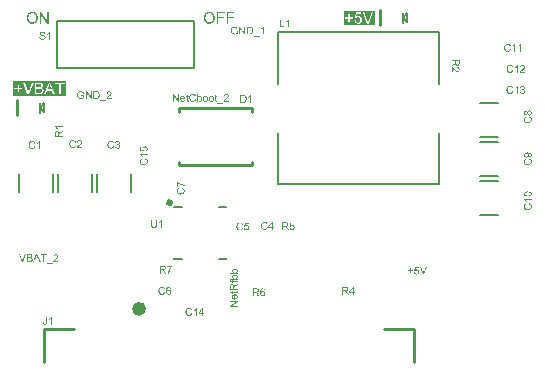
<source format=gbr>
%TF.GenerationSoftware,Altium Limited,Altium Designer,24.2.2 (26)*%
G04 Layer_Color=65535*
%FSLAX45Y45*%
%MOMM*%
%TF.SameCoordinates,3B1DD697-BB8E-4966-B076-04D6E0BCF24A*%
%TF.FilePolarity,Positive*%
%TF.FileFunction,Legend,Top*%
%TF.Part,Single*%
G01*
G75*
%TA.AperFunction,NonConductor*%
%ADD31C,0.63500*%
%ADD32C,0.50000*%
%ADD33C,0.25400*%
%ADD34C,0.12700*%
%ADD35C,0.20000*%
%ADD36C,0.15240*%
G36*
X1069419Y2771140D02*
X619760D01*
Y2893915D01*
X1069419D01*
Y2771140D01*
D02*
G37*
G36*
X3682392Y3365843D02*
X3419885D01*
Y3490237D01*
X3682392D01*
Y3365843D01*
D02*
G37*
G36*
X2494399Y3465725D02*
X2441630D01*
Y3435542D01*
X2487293D01*
Y3424073D01*
X2441630D01*
Y3379818D01*
X2428755D01*
Y3477194D01*
X2494399D01*
Y3465725D01*
D02*
G37*
G36*
X2411306D02*
X2358538D01*
Y3435542D01*
X2404200D01*
Y3424073D01*
X2358538D01*
Y3379818D01*
X2345662D01*
Y3477194D01*
X2411306D01*
Y3465725D01*
D02*
G37*
G36*
X2283114Y3478812D02*
X2284028D01*
X2285225Y3478671D01*
X2286632Y3478531D01*
X2288180Y3478319D01*
X2289868Y3478108D01*
X2291697Y3477757D01*
X2293667Y3477334D01*
X2295708Y3476772D01*
X2297748Y3476138D01*
X2299859Y3475435D01*
X2301970Y3474520D01*
X2304080Y3473535D01*
X2306121Y3472409D01*
X2306262Y3472339D01*
X2306613Y3472128D01*
X2307176Y3471776D01*
X2307880Y3471213D01*
X2308794Y3470580D01*
X2309850Y3469806D01*
X2310976Y3468821D01*
X2312242Y3467766D01*
X2313579Y3466570D01*
X2314916Y3465233D01*
X2316323Y3463755D01*
X2317660Y3462137D01*
X2318996Y3460378D01*
X2320333Y3458549D01*
X2321529Y3456579D01*
X2322655Y3454468D01*
X2322725Y3454327D01*
X2322936Y3453976D01*
X2323218Y3453342D01*
X2323570Y3452428D01*
X2323992Y3451372D01*
X2324484Y3450036D01*
X2324977Y3448558D01*
X2325540Y3446869D01*
X2326032Y3445040D01*
X2326525Y3443000D01*
X2327017Y3440889D01*
X2327439Y3438567D01*
X2327861Y3436175D01*
X2328143Y3433642D01*
X2328284Y3431039D01*
X2328354Y3428365D01*
Y3428295D01*
Y3428225D01*
Y3428013D01*
Y3427732D01*
Y3427380D01*
X2328284Y3426888D01*
Y3425832D01*
X2328143Y3424566D01*
X2328073Y3423088D01*
X2327861Y3421329D01*
X2327580Y3419500D01*
X2327299Y3417460D01*
X2326876Y3415349D01*
X2326384Y3413168D01*
X2325821Y3410916D01*
X2325118Y3408595D01*
X2324344Y3406343D01*
X2323429Y3404092D01*
X2322374Y3401840D01*
X2322303Y3401700D01*
X2322092Y3401348D01*
X2321740Y3400715D01*
X2321248Y3399941D01*
X2320685Y3398956D01*
X2319911Y3397830D01*
X2318996Y3396563D01*
X2318011Y3395227D01*
X2316886Y3393819D01*
X2315619Y3392412D01*
X2314212Y3390935D01*
X2312735Y3389457D01*
X2311046Y3388050D01*
X2309287Y3386643D01*
X2307387Y3385377D01*
X2305417Y3384180D01*
X2305277Y3384110D01*
X2304925Y3383899D01*
X2304292Y3383618D01*
X2303518Y3383266D01*
X2302462Y3382773D01*
X2301266Y3382281D01*
X2299929Y3381718D01*
X2298381Y3381225D01*
X2296623Y3380663D01*
X2294793Y3380100D01*
X2292894Y3379607D01*
X2290783Y3379115D01*
X2288672Y3378763D01*
X2286421Y3378481D01*
X2284099Y3378270D01*
X2281777Y3378200D01*
X2281144D01*
X2280440Y3378270D01*
X2279455Y3378341D01*
X2278259Y3378411D01*
X2276852Y3378552D01*
X2275234Y3378763D01*
X2273545Y3379044D01*
X2271645Y3379396D01*
X2269675Y3379818D01*
X2267635Y3380381D01*
X2265595Y3381014D01*
X2263484Y3381718D01*
X2261303Y3382633D01*
X2259192Y3383618D01*
X2257152Y3384814D01*
X2257011Y3384884D01*
X2256659Y3385095D01*
X2256096Y3385517D01*
X2255393Y3386010D01*
X2254478Y3386713D01*
X2253423Y3387487D01*
X2252297Y3388472D01*
X2251031Y3389528D01*
X2249764Y3390794D01*
X2248357Y3392131D01*
X2247020Y3393608D01*
X2245683Y3395227D01*
X2244347Y3396986D01*
X2243080Y3398815D01*
X2241884Y3400785D01*
X2240758Y3402896D01*
X2240688Y3403036D01*
X2240547Y3403388D01*
X2240266Y3404021D01*
X2239914Y3404936D01*
X2239492Y3405991D01*
X2238999Y3407258D01*
X2238507Y3408665D01*
X2238014Y3410283D01*
X2237451Y3412042D01*
X2236959Y3413942D01*
X2236466Y3415912D01*
X2236044Y3418023D01*
X2235693Y3420274D01*
X2235411Y3422526D01*
X2235270Y3424847D01*
X2235200Y3427240D01*
Y3427310D01*
Y3427521D01*
Y3427873D01*
Y3428295D01*
X2235270Y3428858D01*
Y3429561D01*
X2235341Y3430335D01*
X2235411Y3431250D01*
X2235481Y3432235D01*
X2235622Y3433290D01*
X2235763Y3434416D01*
X2235904Y3435612D01*
X2236326Y3438215D01*
X2236818Y3441030D01*
X2237522Y3444055D01*
X2238366Y3447151D01*
X2239421Y3450317D01*
X2240688Y3453483D01*
X2242165Y3456579D01*
X2243924Y3459604D01*
X2244909Y3461082D01*
X2245894Y3462489D01*
X2247020Y3463826D01*
X2248216Y3465162D01*
X2248287Y3465233D01*
X2248357Y3465303D01*
X2248568Y3465514D01*
X2248849Y3465725D01*
X2249131Y3466077D01*
X2249553Y3466429D01*
X2250608Y3467344D01*
X2251875Y3468329D01*
X2253423Y3469525D01*
X2255252Y3470721D01*
X2257292Y3472058D01*
X2259614Y3473324D01*
X2262147Y3474520D01*
X2264891Y3475716D01*
X2267846Y3476772D01*
X2271083Y3477616D01*
X2274460Y3478319D01*
X2276219Y3478531D01*
X2278048Y3478742D01*
X2279877Y3478812D01*
X2281777Y3478882D01*
X2282410D01*
X2283114Y3478812D01*
D02*
G37*
G36*
X922908Y3379818D02*
X909610D01*
X858601Y3456227D01*
Y3379818D01*
X846218D01*
Y3477194D01*
X859445D01*
X910525Y3400715D01*
Y3477194D01*
X922908D01*
Y3379818D01*
D02*
G37*
G36*
X784514Y3478812D02*
X785428D01*
X786625Y3478671D01*
X788032Y3478531D01*
X789580Y3478319D01*
X791268Y3478108D01*
X793097Y3477757D01*
X795067Y3477334D01*
X797108Y3476772D01*
X799148Y3476138D01*
X801259Y3475435D01*
X803370Y3474520D01*
X805480Y3473535D01*
X807521Y3472409D01*
X807662Y3472339D01*
X808013Y3472128D01*
X808576Y3471776D01*
X809280Y3471213D01*
X810194Y3470580D01*
X811250Y3469806D01*
X812376Y3468821D01*
X813642Y3467766D01*
X814979Y3466570D01*
X816316Y3465233D01*
X817723Y3463755D01*
X819060Y3462137D01*
X820396Y3460378D01*
X821733Y3458549D01*
X822929Y3456579D01*
X824055Y3454468D01*
X824125Y3454327D01*
X824336Y3453976D01*
X824618Y3453342D01*
X824970Y3452428D01*
X825392Y3451372D01*
X825884Y3450036D01*
X826377Y3448558D01*
X826940Y3446869D01*
X827432Y3445040D01*
X827925Y3443000D01*
X828417Y3440889D01*
X828839Y3438567D01*
X829261Y3436175D01*
X829543Y3433642D01*
X829684Y3431039D01*
X829754Y3428365D01*
Y3428295D01*
Y3428225D01*
Y3428013D01*
Y3427732D01*
Y3427380D01*
X829684Y3426888D01*
Y3425832D01*
X829543Y3424566D01*
X829473Y3423088D01*
X829261Y3421329D01*
X828980Y3419500D01*
X828699Y3417460D01*
X828276Y3415349D01*
X827784Y3413168D01*
X827221Y3410916D01*
X826518Y3408595D01*
X825744Y3406343D01*
X824829Y3404092D01*
X823774Y3401840D01*
X823703Y3401700D01*
X823492Y3401348D01*
X823140Y3400715D01*
X822648Y3399941D01*
X822085Y3398956D01*
X821311Y3397830D01*
X820396Y3396563D01*
X819411Y3395227D01*
X818286Y3393819D01*
X817019Y3392412D01*
X815612Y3390935D01*
X814135Y3389457D01*
X812446Y3388050D01*
X810687Y3386643D01*
X808787Y3385377D01*
X806817Y3384180D01*
X806677Y3384110D01*
X806325Y3383899D01*
X805692Y3383618D01*
X804918Y3383266D01*
X803862Y3382773D01*
X802666Y3382281D01*
X801329Y3381718D01*
X799781Y3381225D01*
X798023Y3380663D01*
X796193Y3380100D01*
X794294Y3379607D01*
X792183Y3379115D01*
X790072Y3378763D01*
X787821Y3378481D01*
X785499Y3378270D01*
X783177Y3378200D01*
X782544D01*
X781840Y3378270D01*
X780855Y3378341D01*
X779659Y3378411D01*
X778252Y3378552D01*
X776634Y3378763D01*
X774945Y3379044D01*
X773045Y3379396D01*
X771075Y3379818D01*
X769035Y3380381D01*
X766995Y3381014D01*
X764884Y3381718D01*
X762703Y3382633D01*
X760592Y3383618D01*
X758552Y3384814D01*
X758411Y3384884D01*
X758059Y3385095D01*
X757496Y3385517D01*
X756793Y3386010D01*
X755878Y3386713D01*
X754823Y3387487D01*
X753697Y3388472D01*
X752431Y3389528D01*
X751164Y3390794D01*
X749757Y3392131D01*
X748420Y3393608D01*
X747083Y3395227D01*
X745747Y3396986D01*
X744480Y3398815D01*
X743284Y3400785D01*
X742158Y3402896D01*
X742088Y3403036D01*
X741947Y3403388D01*
X741666Y3404021D01*
X741314Y3404936D01*
X740892Y3405991D01*
X740399Y3407258D01*
X739907Y3408665D01*
X739414Y3410283D01*
X738851Y3412042D01*
X738359Y3413942D01*
X737866Y3415912D01*
X737444Y3418023D01*
X737093Y3420274D01*
X736811Y3422526D01*
X736670Y3424847D01*
X736600Y3427240D01*
Y3427310D01*
Y3427521D01*
Y3427873D01*
Y3428295D01*
X736670Y3428858D01*
Y3429561D01*
X736741Y3430335D01*
X736811Y3431250D01*
X736881Y3432235D01*
X737022Y3433290D01*
X737163Y3434416D01*
X737304Y3435612D01*
X737726Y3438215D01*
X738218Y3441030D01*
X738922Y3444055D01*
X739766Y3447151D01*
X740821Y3450317D01*
X742088Y3453483D01*
X743565Y3456579D01*
X745324Y3459604D01*
X746309Y3461082D01*
X747294Y3462489D01*
X748420Y3463826D01*
X749616Y3465162D01*
X749687Y3465233D01*
X749757Y3465303D01*
X749968Y3465514D01*
X750249Y3465725D01*
X750531Y3466077D01*
X750953Y3466429D01*
X752008Y3467344D01*
X753275Y3468329D01*
X754823Y3469525D01*
X756652Y3470721D01*
X758692Y3472058D01*
X761014Y3473324D01*
X763547Y3474520D01*
X766291Y3475716D01*
X769246Y3476772D01*
X772483Y3477616D01*
X775860Y3478319D01*
X777619Y3478531D01*
X779448Y3478742D01*
X781277Y3478812D01*
X783177Y3478882D01*
X783810D01*
X784514Y3478812D01*
D02*
G37*
G36*
X1738548Y2339802D02*
X1739159Y2339755D01*
X1739958Y2339708D01*
X1740850Y2339567D01*
X1741837Y2339426D01*
X1742918Y2339191D01*
X1744093Y2338909D01*
X1745315Y2338580D01*
X1746583Y2338157D01*
X1747852Y2337687D01*
X1749168Y2337076D01*
X1750436Y2336372D01*
X1751705Y2335573D01*
X1752927Y2334680D01*
X1753021Y2334586D01*
X1753256Y2334398D01*
X1753632Y2334022D01*
X1754149Y2333552D01*
X1754760Y2332894D01*
X1755417Y2332142D01*
X1756122Y2331250D01*
X1756874Y2330216D01*
X1757626Y2329041D01*
X1758331Y2327772D01*
X1758989Y2326363D01*
X1759599Y2324812D01*
X1760069Y2323167D01*
X1760492Y2321429D01*
X1760727Y2319549D01*
X1760821Y2317576D01*
Y2317200D01*
X1760774Y2316730D01*
X1760727Y2316119D01*
X1760680Y2315367D01*
X1760539Y2314474D01*
X1760398Y2313487D01*
X1760210Y2312454D01*
X1759928Y2311326D01*
X1759599Y2310151D01*
X1759224Y2308929D01*
X1758754Y2307708D01*
X1758190Y2306533D01*
X1757532Y2305311D01*
X1756733Y2304183D01*
X1755887Y2303103D01*
X1755840Y2303056D01*
X1755652Y2302868D01*
X1755370Y2302586D01*
X1754994Y2302210D01*
X1754478Y2301787D01*
X1753867Y2301270D01*
X1753162Y2300753D01*
X1752363Y2300189D01*
X1751470Y2299625D01*
X1750483Y2299108D01*
X1749403Y2298545D01*
X1748228Y2298028D01*
X1746959Y2297605D01*
X1745596Y2297229D01*
X1744187Y2296900D01*
X1742683Y2296712D01*
X1741978Y2305076D01*
X1742025D01*
X1742260Y2305123D01*
X1742542Y2305170D01*
X1742965Y2305264D01*
X1743482Y2305405D01*
X1744093Y2305546D01*
X1744751Y2305734D01*
X1745455Y2305969D01*
X1746912Y2306533D01*
X1747711Y2306862D01*
X1748463Y2307238D01*
X1749215Y2307708D01*
X1749920Y2308178D01*
X1750577Y2308741D01*
X1751188Y2309352D01*
X1751235Y2309399D01*
X1751329Y2309493D01*
X1751470Y2309681D01*
X1751658Y2309963D01*
X1751893Y2310292D01*
X1752175Y2310715D01*
X1752410Y2311138D01*
X1752692Y2311655D01*
X1753021Y2312219D01*
X1753256Y2312877D01*
X1753538Y2313534D01*
X1753773Y2314286D01*
X1753961Y2315038D01*
X1754102Y2315837D01*
X1754196Y2316683D01*
X1754243Y2317576D01*
Y2317857D01*
X1754196Y2318139D01*
Y2318562D01*
X1754102Y2319032D01*
X1754008Y2319643D01*
X1753867Y2320301D01*
X1753679Y2321006D01*
X1753491Y2321758D01*
X1753209Y2322556D01*
X1752833Y2323355D01*
X1752410Y2324201D01*
X1751940Y2325000D01*
X1751329Y2325846D01*
X1750671Y2326645D01*
X1749920Y2327396D01*
X1749873Y2327443D01*
X1749732Y2327584D01*
X1749450Y2327772D01*
X1749121Y2328007D01*
X1748698Y2328336D01*
X1748181Y2328665D01*
X1747570Y2329041D01*
X1746865Y2329417D01*
X1746066Y2329746D01*
X1745221Y2330122D01*
X1744281Y2330451D01*
X1743247Y2330780D01*
X1742119Y2331015D01*
X1740944Y2331203D01*
X1739723Y2331344D01*
X1738407Y2331391D01*
X1738313D01*
X1738125D01*
X1737749Y2331344D01*
X1737279D01*
X1736715Y2331297D01*
X1736010Y2331203D01*
X1735306Y2331062D01*
X1734460Y2330921D01*
X1733614Y2330686D01*
X1732768Y2330451D01*
X1731875Y2330122D01*
X1730936Y2329746D01*
X1730043Y2329323D01*
X1729197Y2328806D01*
X1728351Y2328195D01*
X1727599Y2327537D01*
X1727552Y2327490D01*
X1727411Y2327349D01*
X1727223Y2327161D01*
X1726988Y2326833D01*
X1726659Y2326457D01*
X1726331Y2325987D01*
X1726002Y2325470D01*
X1725626Y2324859D01*
X1725250Y2324154D01*
X1724921Y2323402D01*
X1724545Y2322603D01*
X1724263Y2321711D01*
X1724028Y2320724D01*
X1723840Y2319690D01*
X1723699Y2318609D01*
X1723652Y2317482D01*
Y2317106D01*
X1723699Y2316824D01*
Y2316495D01*
X1723746Y2316072D01*
X1723793Y2315649D01*
X1723887Y2315132D01*
X1724075Y2314051D01*
X1724404Y2312877D01*
X1724827Y2311655D01*
X1725438Y2310480D01*
Y2310433D01*
X1725532Y2310339D01*
X1725626Y2310198D01*
X1725767Y2309963D01*
X1726143Y2309399D01*
X1726659Y2308694D01*
X1727317Y2307943D01*
X1728069Y2307144D01*
X1728962Y2306345D01*
X1729949Y2305640D01*
X1728962Y2298122D01*
X1695552Y2304418D01*
Y2336794D01*
X1703164D01*
Y2310762D01*
X1720692Y2307285D01*
X1720645Y2307332D01*
X1720504Y2307567D01*
X1720316Y2307849D01*
X1720034Y2308318D01*
X1719752Y2308835D01*
X1719376Y2309446D01*
X1719047Y2310198D01*
X1718624Y2310997D01*
X1718248Y2311890D01*
X1717872Y2312830D01*
X1717543Y2313863D01*
X1717261Y2314897D01*
X1716980Y2316025D01*
X1716792Y2317153D01*
X1716651Y2318374D01*
X1716604Y2319549D01*
Y2319925D01*
X1716651Y2320395D01*
X1716698Y2320959D01*
X1716792Y2321711D01*
X1716933Y2322556D01*
X1717121Y2323543D01*
X1717355Y2324577D01*
X1717637Y2325658D01*
X1718060Y2326833D01*
X1718530Y2328007D01*
X1719094Y2329229D01*
X1719799Y2330451D01*
X1720551Y2331673D01*
X1721491Y2332847D01*
X1722524Y2333975D01*
X1722571Y2334022D01*
X1722806Y2334210D01*
X1723135Y2334539D01*
X1723605Y2334915D01*
X1724169Y2335338D01*
X1724874Y2335855D01*
X1725720Y2336372D01*
X1726659Y2336935D01*
X1727693Y2337452D01*
X1728821Y2337969D01*
X1730090Y2338486D01*
X1731405Y2338956D01*
X1732862Y2339285D01*
X1734413Y2339614D01*
X1736010Y2339802D01*
X1737702Y2339849D01*
X1737749D01*
X1737796D01*
X1737937D01*
X1738078D01*
X1738548Y2339802D01*
D02*
G37*
G36*
X1759740Y2268283D02*
X1708897D01*
X1708944Y2268236D01*
X1709038Y2268142D01*
X1709179Y2268001D01*
X1709367Y2267766D01*
X1709602Y2267484D01*
X1709931Y2267108D01*
X1710260Y2266685D01*
X1710636Y2266262D01*
X1711012Y2265699D01*
X1711482Y2265135D01*
X1711905Y2264524D01*
X1712422Y2263866D01*
X1712891Y2263114D01*
X1713408Y2262362D01*
X1714442Y2260671D01*
X1714489Y2260624D01*
X1714583Y2260483D01*
X1714724Y2260201D01*
X1714865Y2259872D01*
X1715100Y2259496D01*
X1715382Y2259026D01*
X1715664Y2258462D01*
X1715993Y2257898D01*
X1716651Y2256582D01*
X1717308Y2255173D01*
X1717966Y2253716D01*
X1718530Y2252306D01*
X1710824D01*
X1710777Y2252400D01*
X1710683Y2252588D01*
X1710495Y2252964D01*
X1710260Y2253434D01*
X1709978Y2253998D01*
X1709602Y2254703D01*
X1709179Y2255455D01*
X1708709Y2256254D01*
X1708145Y2257146D01*
X1707582Y2258086D01*
X1706266Y2260060D01*
X1704809Y2262080D01*
X1703211Y2264007D01*
X1703164Y2264054D01*
X1703024Y2264242D01*
X1702789Y2264477D01*
X1702460Y2264806D01*
X1702037Y2265229D01*
X1701567Y2265699D01*
X1701003Y2266215D01*
X1700439Y2266779D01*
X1699781Y2267343D01*
X1699076Y2267954D01*
X1697620Y2269129D01*
X1696069Y2270210D01*
X1695270Y2270679D01*
X1694471Y2271102D01*
Y2276271D01*
X1759740D01*
Y2268283D01*
D02*
G37*
G36*
X1739253Y2238820D02*
X1739394Y2238773D01*
X1739582Y2238726D01*
X1739817Y2238679D01*
X1740146Y2238585D01*
X1740850Y2238350D01*
X1741743Y2238021D01*
X1742730Y2237646D01*
X1743858Y2237176D01*
X1745080Y2236612D01*
X1746395Y2236001D01*
X1747711Y2235296D01*
X1749027Y2234497D01*
X1750389Y2233604D01*
X1751705Y2232618D01*
X1752974Y2231537D01*
X1754149Y2230362D01*
X1755276Y2229093D01*
X1755323Y2228999D01*
X1755511Y2228764D01*
X1755793Y2228388D01*
X1756122Y2227825D01*
X1756545Y2227167D01*
X1757015Y2226321D01*
X1757532Y2225381D01*
X1758049Y2224300D01*
X1758566Y2223126D01*
X1759083Y2221810D01*
X1759552Y2220400D01*
X1759975Y2218897D01*
X1760304Y2217252D01*
X1760586Y2215560D01*
X1760774Y2213775D01*
X1760821Y2211895D01*
Y2211190D01*
X1760774Y2210861D01*
Y2210156D01*
X1760680Y2209264D01*
X1760586Y2208230D01*
X1760445Y2207055D01*
X1760304Y2205833D01*
X1760069Y2204471D01*
X1759787Y2203108D01*
X1759412Y2201651D01*
X1759036Y2200241D01*
X1758519Y2198832D01*
X1757955Y2197422D01*
X1757297Y2196059D01*
X1756545Y2194791D01*
X1756498Y2194697D01*
X1756357Y2194509D01*
X1756075Y2194180D01*
X1755746Y2193710D01*
X1755323Y2193146D01*
X1754760Y2192535D01*
X1754149Y2191830D01*
X1753397Y2191078D01*
X1752551Y2190280D01*
X1751658Y2189481D01*
X1750624Y2188635D01*
X1749544Y2187789D01*
X1748322Y2186990D01*
X1747053Y2186191D01*
X1745643Y2185440D01*
X1744187Y2184782D01*
X1744140D01*
X1744093Y2184735D01*
X1743811Y2184641D01*
X1743388Y2184453D01*
X1742777Y2184265D01*
X1742025Y2183983D01*
X1741132Y2183701D01*
X1740099Y2183372D01*
X1738971Y2183090D01*
X1737702Y2182761D01*
X1736339Y2182432D01*
X1734930Y2182150D01*
X1733379Y2181868D01*
X1731828Y2181680D01*
X1730184Y2181492D01*
X1728492Y2181398D01*
X1726753Y2181351D01*
X1726706D01*
X1726612D01*
X1726472D01*
X1726284D01*
X1726049D01*
X1725767Y2181398D01*
X1725062D01*
X1724169Y2181492D01*
X1723135Y2181539D01*
X1721960Y2181680D01*
X1720692Y2181821D01*
X1719376Y2182056D01*
X1717966Y2182291D01*
X1716463Y2182620D01*
X1714959Y2182996D01*
X1713455Y2183419D01*
X1711952Y2183936D01*
X1710495Y2184547D01*
X1709038Y2185205D01*
X1708944Y2185252D01*
X1708709Y2185393D01*
X1708333Y2185628D01*
X1707770Y2185910D01*
X1707159Y2186332D01*
X1706454Y2186802D01*
X1705608Y2187413D01*
X1704762Y2188071D01*
X1703869Y2188776D01*
X1702883Y2189622D01*
X1701943Y2190515D01*
X1701003Y2191501D01*
X1700063Y2192582D01*
X1699170Y2193710D01*
X1698325Y2194932D01*
X1697526Y2196247D01*
X1697479Y2196341D01*
X1697338Y2196576D01*
X1697150Y2196952D01*
X1696915Y2197516D01*
X1696586Y2198174D01*
X1696257Y2198973D01*
X1695928Y2199913D01*
X1695552Y2200899D01*
X1695176Y2202027D01*
X1694847Y2203249D01*
X1694471Y2204565D01*
X1694189Y2205927D01*
X1693954Y2207384D01*
X1693766Y2208888D01*
X1693626Y2210438D01*
X1693579Y2212036D01*
Y2212694D01*
X1693626Y2212976D01*
X1693673Y2213681D01*
X1693719Y2214526D01*
X1693860Y2215466D01*
X1694001Y2216547D01*
X1694189Y2217769D01*
X1694471Y2219037D01*
X1694800Y2220353D01*
X1695176Y2221716D01*
X1695693Y2223079D01*
X1696257Y2224441D01*
X1696915Y2225851D01*
X1697667Y2227167D01*
X1698559Y2228435D01*
X1698606Y2228529D01*
X1698794Y2228717D01*
X1699076Y2229093D01*
X1699499Y2229516D01*
X1699969Y2230080D01*
X1700627Y2230691D01*
X1701332Y2231349D01*
X1702178Y2232101D01*
X1703117Y2232853D01*
X1704151Y2233651D01*
X1705326Y2234403D01*
X1706548Y2235155D01*
X1707910Y2235907D01*
X1709367Y2236565D01*
X1710918Y2237223D01*
X1712562Y2237739D01*
X1714536Y2229281D01*
X1714442Y2229234D01*
X1714207Y2229187D01*
X1713878Y2229046D01*
X1713361Y2228858D01*
X1712797Y2228623D01*
X1712140Y2228341D01*
X1711388Y2227966D01*
X1710589Y2227590D01*
X1709743Y2227167D01*
X1708897Y2226650D01*
X1708051Y2226133D01*
X1707159Y2225522D01*
X1706360Y2224864D01*
X1705561Y2224206D01*
X1704856Y2223455D01*
X1704198Y2222656D01*
X1704151Y2222609D01*
X1704057Y2222468D01*
X1703916Y2222233D01*
X1703681Y2221904D01*
X1703446Y2221481D01*
X1703164Y2220964D01*
X1702883Y2220353D01*
X1702554Y2219695D01*
X1702272Y2218943D01*
X1701990Y2218145D01*
X1701708Y2217252D01*
X1701473Y2216312D01*
X1701238Y2215278D01*
X1701097Y2214198D01*
X1701003Y2213070D01*
X1700956Y2211848D01*
Y2211143D01*
X1701003Y2210626D01*
X1701050Y2209968D01*
X1701144Y2209217D01*
X1701238Y2208371D01*
X1701426Y2207478D01*
X1701614Y2206491D01*
X1701849Y2205504D01*
X1702131Y2204471D01*
X1702460Y2203390D01*
X1702883Y2202356D01*
X1703399Y2201322D01*
X1703916Y2200288D01*
X1704574Y2199302D01*
X1704621Y2199255D01*
X1704715Y2199067D01*
X1704950Y2198832D01*
X1705232Y2198503D01*
X1705608Y2198080D01*
X1706031Y2197610D01*
X1706548Y2197093D01*
X1707112Y2196529D01*
X1707770Y2195965D01*
X1708474Y2195355D01*
X1709273Y2194791D01*
X1710166Y2194227D01*
X1711059Y2193663D01*
X1712046Y2193146D01*
X1713079Y2192676D01*
X1714207Y2192253D01*
X1714254D01*
X1714489Y2192159D01*
X1714818Y2192065D01*
X1715241Y2191924D01*
X1715805Y2191783D01*
X1716463Y2191595D01*
X1717214Y2191454D01*
X1718060Y2191266D01*
X1718953Y2191078D01*
X1719940Y2190890D01*
X1720974Y2190703D01*
X1722054Y2190562D01*
X1724310Y2190327D01*
X1725485Y2190280D01*
X1726706Y2190233D01*
X1726800D01*
X1727082D01*
X1727505D01*
X1728116Y2190280D01*
X1728821Y2190327D01*
X1729667Y2190374D01*
X1730607Y2190421D01*
X1731593Y2190515D01*
X1732721Y2190656D01*
X1733896Y2190796D01*
X1736292Y2191266D01*
X1737561Y2191501D01*
X1738783Y2191830D01*
X1740005Y2192206D01*
X1741179Y2192629D01*
X1741226Y2192676D01*
X1741461Y2192723D01*
X1741743Y2192864D01*
X1742166Y2193099D01*
X1742683Y2193334D01*
X1743294Y2193663D01*
X1743952Y2194039D01*
X1744657Y2194462D01*
X1745362Y2194979D01*
X1746113Y2195542D01*
X1746912Y2196153D01*
X1747664Y2196811D01*
X1748416Y2197563D01*
X1749121Y2198362D01*
X1749779Y2199208D01*
X1750389Y2200147D01*
X1750436Y2200194D01*
X1750530Y2200382D01*
X1750671Y2200664D01*
X1750859Y2201040D01*
X1751094Y2201510D01*
X1751376Y2202074D01*
X1751611Y2202732D01*
X1751893Y2203437D01*
X1752222Y2204236D01*
X1752457Y2205081D01*
X1752739Y2206021D01*
X1752974Y2206961D01*
X1753162Y2207995D01*
X1753303Y2209029D01*
X1753397Y2210109D01*
X1753444Y2211190D01*
Y2211519D01*
X1753397Y2211895D01*
Y2212412D01*
X1753303Y2213023D01*
X1753209Y2213728D01*
X1753115Y2214573D01*
X1752927Y2215419D01*
X1752692Y2216359D01*
X1752410Y2217346D01*
X1752081Y2218380D01*
X1751705Y2219413D01*
X1751235Y2220447D01*
X1750671Y2221481D01*
X1750014Y2222468D01*
X1749309Y2223455D01*
X1749262Y2223502D01*
X1749121Y2223689D01*
X1748886Y2223924D01*
X1748510Y2224253D01*
X1748087Y2224676D01*
X1747570Y2225146D01*
X1746912Y2225663D01*
X1746207Y2226180D01*
X1745362Y2226744D01*
X1744469Y2227308D01*
X1743435Y2227919D01*
X1742307Y2228435D01*
X1741132Y2228999D01*
X1739817Y2229469D01*
X1738454Y2229892D01*
X1736950Y2230268D01*
X1739112Y2238867D01*
X1739159D01*
X1739253Y2238820D01*
D02*
G37*
G36*
X2111752Y973374D02*
X2112457Y973327D01*
X2113302Y973281D01*
X2114242Y973140D01*
X2115323Y972999D01*
X2116545Y972811D01*
X2117813Y972529D01*
X2119129Y972200D01*
X2120492Y971824D01*
X2121855Y971307D01*
X2123217Y970743D01*
X2124627Y970085D01*
X2125943Y969333D01*
X2127211Y968441D01*
X2127305Y968394D01*
X2127493Y968206D01*
X2127869Y967924D01*
X2128292Y967501D01*
X2128856Y967031D01*
X2129467Y966373D01*
X2130125Y965668D01*
X2130877Y964822D01*
X2131628Y963883D01*
X2132427Y962849D01*
X2133179Y961674D01*
X2133931Y960452D01*
X2134683Y959090D01*
X2135341Y957633D01*
X2135999Y956082D01*
X2136515Y954438D01*
X2128057Y952464D01*
X2128010Y952558D01*
X2127963Y952793D01*
X2127822Y953122D01*
X2127634Y953639D01*
X2127399Y954203D01*
X2127117Y954860D01*
X2126741Y955612D01*
X2126366Y956411D01*
X2125943Y957257D01*
X2125426Y958103D01*
X2124909Y958949D01*
X2124298Y959841D01*
X2123640Y960640D01*
X2122982Y961439D01*
X2122230Y962144D01*
X2121432Y962802D01*
X2121385Y962849D01*
X2121244Y962943D01*
X2121009Y963084D01*
X2120680Y963319D01*
X2120257Y963554D01*
X2119740Y963836D01*
X2119129Y964117D01*
X2118471Y964446D01*
X2117719Y964728D01*
X2116921Y965010D01*
X2116028Y965292D01*
X2115088Y965527D01*
X2114054Y965762D01*
X2112973Y965903D01*
X2111846Y965997D01*
X2110624Y966044D01*
X2109919D01*
X2109402Y965997D01*
X2108744Y965950D01*
X2107992Y965856D01*
X2107147Y965762D01*
X2106254Y965574D01*
X2105267Y965386D01*
X2104280Y965151D01*
X2103246Y964869D01*
X2102166Y964540D01*
X2101132Y964117D01*
X2100098Y963601D01*
X2099064Y963084D01*
X2098078Y962426D01*
X2098031Y962379D01*
X2097843Y962285D01*
X2097608Y962050D01*
X2097279Y961768D01*
X2096856Y961392D01*
X2096386Y960969D01*
X2095869Y960452D01*
X2095305Y959888D01*
X2094741Y959230D01*
X2094130Y958526D01*
X2093567Y957727D01*
X2093003Y956834D01*
X2092439Y955941D01*
X2091922Y954954D01*
X2091452Y953921D01*
X2091029Y952793D01*
Y952746D01*
X2090935Y952511D01*
X2090841Y952182D01*
X2090700Y951759D01*
X2090559Y951195D01*
X2090371Y950537D01*
X2090230Y949786D01*
X2090042Y948940D01*
X2089854Y948047D01*
X2089666Y947060D01*
X2089478Y946026D01*
X2089337Y944946D01*
X2089103Y942690D01*
X2089056Y941515D01*
X2089009Y940294D01*
Y940200D01*
Y939918D01*
Y939495D01*
X2089056Y938884D01*
X2089103Y938179D01*
X2089149Y937333D01*
X2089196Y936393D01*
X2089290Y935407D01*
X2089431Y934279D01*
X2089572Y933104D01*
X2090042Y930708D01*
X2090277Y929439D01*
X2090606Y928217D01*
X2090982Y926995D01*
X2091405Y925821D01*
X2091452Y925774D01*
X2091499Y925539D01*
X2091640Y925257D01*
X2091875Y924834D01*
X2092110Y924317D01*
X2092439Y923706D01*
X2092815Y923048D01*
X2093238Y922343D01*
X2093755Y921638D01*
X2094318Y920887D01*
X2094929Y920088D01*
X2095587Y919336D01*
X2096339Y918584D01*
X2097138Y917879D01*
X2097984Y917221D01*
X2098923Y916611D01*
X2098970Y916564D01*
X2099158Y916470D01*
X2099440Y916329D01*
X2099816Y916141D01*
X2100286Y915906D01*
X2100850Y915624D01*
X2101508Y915389D01*
X2102213Y915107D01*
X2103012Y914778D01*
X2103857Y914543D01*
X2104797Y914261D01*
X2105737Y914026D01*
X2106771Y913838D01*
X2107805Y913697D01*
X2108885Y913603D01*
X2109966Y913556D01*
X2110295D01*
X2110671Y913603D01*
X2111188D01*
X2111799Y913697D01*
X2112504Y913791D01*
X2113349Y913885D01*
X2114195Y914073D01*
X2115135Y914308D01*
X2116122Y914590D01*
X2117156Y914919D01*
X2118189Y915295D01*
X2119223Y915765D01*
X2120257Y916329D01*
X2121244Y916986D01*
X2122230Y917691D01*
X2122277Y917738D01*
X2122465Y917879D01*
X2122700Y918114D01*
X2123029Y918490D01*
X2123452Y918913D01*
X2123922Y919430D01*
X2124439Y920088D01*
X2124956Y920793D01*
X2125520Y921638D01*
X2126084Y922531D01*
X2126695Y923565D01*
X2127211Y924693D01*
X2127775Y925868D01*
X2128245Y927183D01*
X2128668Y928546D01*
X2129044Y930050D01*
X2137643Y927888D01*
Y927841D01*
X2137596Y927747D01*
X2137549Y927606D01*
X2137502Y927418D01*
X2137455Y927183D01*
X2137361Y926854D01*
X2137126Y926150D01*
X2136797Y925257D01*
X2136421Y924270D01*
X2135952Y923142D01*
X2135388Y921920D01*
X2134777Y920605D01*
X2134072Y919289D01*
X2133273Y917973D01*
X2132380Y916611D01*
X2131394Y915295D01*
X2130313Y914026D01*
X2129138Y912851D01*
X2127869Y911724D01*
X2127775Y911677D01*
X2127540Y911489D01*
X2127164Y911207D01*
X2126601Y910878D01*
X2125943Y910455D01*
X2125097Y909985D01*
X2124157Y909468D01*
X2123076Y908951D01*
X2121902Y908434D01*
X2120586Y907917D01*
X2119176Y907448D01*
X2117672Y907025D01*
X2116028Y906696D01*
X2114336Y906414D01*
X2112551Y906226D01*
X2110671Y906179D01*
X2109966D01*
X2109637Y906226D01*
X2108932D01*
X2108039Y906320D01*
X2107006Y906414D01*
X2105831Y906555D01*
X2104609Y906696D01*
X2103246Y906931D01*
X2101884Y907213D01*
X2100427Y907588D01*
X2099017Y907964D01*
X2097608Y908481D01*
X2096198Y909045D01*
X2094835Y909703D01*
X2093567Y910455D01*
X2093473Y910502D01*
X2093285Y910643D01*
X2092956Y910925D01*
X2092486Y911254D01*
X2091922Y911677D01*
X2091311Y912240D01*
X2090606Y912851D01*
X2089854Y913603D01*
X2089056Y914449D01*
X2088257Y915342D01*
X2087411Y916376D01*
X2086565Y917456D01*
X2085766Y918678D01*
X2084967Y919947D01*
X2084216Y921357D01*
X2083558Y922813D01*
Y922860D01*
X2083511Y922907D01*
X2083417Y923189D01*
X2083229Y923612D01*
X2083041Y924223D01*
X2082759Y924975D01*
X2082477Y925868D01*
X2082148Y926901D01*
X2081866Y928029D01*
X2081537Y929298D01*
X2081208Y930661D01*
X2080926Y932070D01*
X2080644Y933621D01*
X2080456Y935172D01*
X2080268Y936816D01*
X2080174Y938508D01*
X2080127Y940247D01*
Y940294D01*
Y940388D01*
Y940528D01*
Y940716D01*
Y940951D01*
X2080174Y941233D01*
Y941938D01*
X2080268Y942831D01*
X2080315Y943865D01*
X2080456Y945040D01*
X2080597Y946308D01*
X2080832Y947624D01*
X2081067Y949034D01*
X2081396Y950537D01*
X2081772Y952041D01*
X2082195Y953545D01*
X2082712Y955048D01*
X2083323Y956505D01*
X2083981Y957962D01*
X2084028Y958056D01*
X2084169Y958291D01*
X2084404Y958667D01*
X2084685Y959230D01*
X2085108Y959841D01*
X2085578Y960546D01*
X2086189Y961392D01*
X2086847Y962238D01*
X2087552Y963131D01*
X2088398Y964117D01*
X2089290Y965057D01*
X2090277Y965997D01*
X2091358Y966937D01*
X2092486Y967830D01*
X2093708Y968675D01*
X2095023Y969474D01*
X2095117Y969521D01*
X2095352Y969662D01*
X2095728Y969850D01*
X2096292Y970085D01*
X2096950Y970414D01*
X2097749Y970743D01*
X2098688Y971072D01*
X2099675Y971448D01*
X2100803Y971824D01*
X2102025Y972153D01*
X2103340Y972529D01*
X2104703Y972811D01*
X2106160Y973046D01*
X2107664Y973234D01*
X2109214Y973374D01*
X2110812Y973421D01*
X2111470D01*
X2111752Y973374D01*
D02*
G37*
G36*
X2229086Y930144D02*
X2237873D01*
Y922813D01*
X2229086D01*
Y907260D01*
X2221097D01*
Y922813D01*
X2192903D01*
Y930144D01*
X2222554Y972294D01*
X2229086D01*
Y930144D01*
D02*
G37*
G36*
X2175047Y907260D02*
X2167059D01*
Y958103D01*
X2167012Y958056D01*
X2166918Y957962D01*
X2166777Y957821D01*
X2166542Y957633D01*
X2166260Y957398D01*
X2165884Y957069D01*
X2165461Y956740D01*
X2165038Y956364D01*
X2164474Y955988D01*
X2163911Y955518D01*
X2163300Y955095D01*
X2162642Y954578D01*
X2161890Y954109D01*
X2161138Y953592D01*
X2159447Y952558D01*
X2159400Y952511D01*
X2159259Y952417D01*
X2158977Y952276D01*
X2158648Y952135D01*
X2158272Y951900D01*
X2157802Y951618D01*
X2157238Y951336D01*
X2156674Y951007D01*
X2155358Y950349D01*
X2153949Y949692D01*
X2152492Y949034D01*
X2151082Y948470D01*
Y956176D01*
X2151176Y956223D01*
X2151364Y956317D01*
X2151740Y956505D01*
X2152210Y956740D01*
X2152774Y957022D01*
X2153479Y957398D01*
X2154231Y957821D01*
X2155029Y958291D01*
X2155922Y958855D01*
X2156862Y959418D01*
X2158836Y960734D01*
X2160856Y962191D01*
X2162783Y963789D01*
X2162830Y963836D01*
X2163018Y963976D01*
X2163253Y964211D01*
X2163582Y964540D01*
X2164005Y964963D01*
X2164474Y965433D01*
X2164991Y965997D01*
X2165555Y966561D01*
X2166119Y967219D01*
X2166730Y967924D01*
X2167905Y969380D01*
X2168986Y970931D01*
X2169455Y971730D01*
X2169878Y972529D01*
X2175047D01*
Y907260D01*
D02*
G37*
G36*
X870369Y3310174D02*
X870979D01*
X871731Y3310081D01*
X872530Y3310034D01*
X873470Y3309940D01*
X874410Y3309799D01*
X875444Y3309658D01*
X877558Y3309235D01*
X878686Y3308953D01*
X879767Y3308671D01*
X880847Y3308295D01*
X881881Y3307872D01*
X881928Y3307825D01*
X882116Y3307778D01*
X882398Y3307637D01*
X882774Y3307449D01*
X883244Y3307214D01*
X883761Y3306885D01*
X884372Y3306556D01*
X884982Y3306133D01*
X885687Y3305710D01*
X886345Y3305194D01*
X887050Y3304630D01*
X887755Y3304019D01*
X888460Y3303361D01*
X889118Y3302609D01*
X889775Y3301857D01*
X890339Y3301011D01*
X890386Y3300964D01*
X890480Y3300823D01*
X890621Y3300542D01*
X890809Y3300213D01*
X891044Y3299790D01*
X891326Y3299273D01*
X891561Y3298709D01*
X891890Y3298051D01*
X892172Y3297346D01*
X892454Y3296547D01*
X892736Y3295702D01*
X892971Y3294809D01*
X893206Y3293869D01*
X893394Y3292882D01*
X893488Y3291848D01*
X893582Y3290815D01*
X885311Y3290204D01*
Y3290298D01*
X885264Y3290486D01*
X885217Y3290815D01*
X885123Y3291238D01*
X885029Y3291707D01*
X884889Y3292318D01*
X884701Y3292976D01*
X884466Y3293681D01*
X884231Y3294433D01*
X883902Y3295185D01*
X883526Y3295937D01*
X883103Y3296735D01*
X882633Y3297487D01*
X882069Y3298192D01*
X881458Y3298897D01*
X880800Y3299508D01*
X880753Y3299555D01*
X880612Y3299649D01*
X880424Y3299790D01*
X880096Y3300025D01*
X879673Y3300260D01*
X879203Y3300495D01*
X878639Y3300776D01*
X877981Y3301105D01*
X877229Y3301387D01*
X876383Y3301669D01*
X875444Y3301904D01*
X874457Y3302186D01*
X873329Y3302374D01*
X872154Y3302515D01*
X870885Y3302609D01*
X869523Y3302656D01*
X868771D01*
X868254Y3302609D01*
X867596Y3302562D01*
X866891Y3302515D01*
X866046Y3302421D01*
X865200Y3302280D01*
X863320Y3301951D01*
X862380Y3301716D01*
X861440Y3301434D01*
X860548Y3301105D01*
X859655Y3300729D01*
X858856Y3300307D01*
X858151Y3299790D01*
X858104Y3299743D01*
X858010Y3299649D01*
X857822Y3299508D01*
X857587Y3299273D01*
X857352Y3298991D01*
X857023Y3298662D01*
X856741Y3298286D01*
X856413Y3297863D01*
X856084Y3297393D01*
X855755Y3296829D01*
X855191Y3295655D01*
X854956Y3295044D01*
X854768Y3294339D01*
X854674Y3293634D01*
X854627Y3292882D01*
Y3292835D01*
Y3292741D01*
Y3292553D01*
X854674Y3292318D01*
X854721Y3291989D01*
X854768Y3291660D01*
X854956Y3290862D01*
X855238Y3289922D01*
X855661Y3288982D01*
X855943Y3288465D01*
X856319Y3287995D01*
X856695Y3287525D01*
X857117Y3287102D01*
X857164Y3287055D01*
X857258Y3287008D01*
X857399Y3286867D01*
X857681Y3286726D01*
X858010Y3286492D01*
X858480Y3286257D01*
X858997Y3285975D01*
X859655Y3285646D01*
X860454Y3285317D01*
X861347Y3284941D01*
X862427Y3284565D01*
X863602Y3284142D01*
X864965Y3283719D01*
X866468Y3283296D01*
X868160Y3282873D01*
X870040Y3282403D01*
X870087D01*
X870181Y3282356D01*
X870322D01*
X870510Y3282309D01*
X870745Y3282262D01*
X871026Y3282168D01*
X871731Y3282027D01*
X872577Y3281793D01*
X873564Y3281558D01*
X874645Y3281323D01*
X875772Y3280994D01*
X878169Y3280383D01*
X879344Y3280054D01*
X880518Y3279678D01*
X881646Y3279349D01*
X882680Y3278973D01*
X883620Y3278644D01*
X884419Y3278315D01*
X884466Y3278268D01*
X884654Y3278174D01*
X884982Y3278033D01*
X885358Y3277845D01*
X885828Y3277563D01*
X886345Y3277281D01*
X886956Y3276906D01*
X887614Y3276483D01*
X888272Y3276060D01*
X888977Y3275543D01*
X890386Y3274415D01*
X891702Y3273099D01*
X892266Y3272395D01*
X892830Y3271643D01*
X892877Y3271596D01*
X892971Y3271455D01*
X893065Y3271220D01*
X893253Y3270938D01*
X893441Y3270562D01*
X893676Y3270092D01*
X893958Y3269575D01*
X894193Y3269011D01*
X894427Y3268353D01*
X894709Y3267649D01*
X894944Y3266897D01*
X895132Y3266051D01*
X895320Y3265205D01*
X895461Y3264312D01*
X895508Y3263419D01*
X895555Y3262433D01*
Y3262386D01*
Y3262198D01*
Y3261916D01*
X895508Y3261540D01*
X895461Y3261070D01*
X895414Y3260553D01*
X895320Y3259942D01*
X895179Y3259237D01*
X895038Y3258532D01*
X894803Y3257734D01*
X894568Y3256935D01*
X894287Y3256089D01*
X893958Y3255243D01*
X893535Y3254350D01*
X893065Y3253505D01*
X892548Y3252612D01*
X892501Y3252565D01*
X892407Y3252424D01*
X892219Y3252189D01*
X891984Y3251860D01*
X891702Y3251484D01*
X891326Y3251014D01*
X890903Y3250544D01*
X890386Y3250027D01*
X889822Y3249463D01*
X889165Y3248900D01*
X888460Y3248289D01*
X887708Y3247678D01*
X886909Y3247114D01*
X886016Y3246550D01*
X885076Y3246033D01*
X884043Y3245516D01*
X883996Y3245469D01*
X883808Y3245422D01*
X883479Y3245281D01*
X883056Y3245140D01*
X882539Y3244952D01*
X881928Y3244717D01*
X881223Y3244482D01*
X880424Y3244248D01*
X879532Y3244013D01*
X878545Y3243778D01*
X877511Y3243590D01*
X876430Y3243355D01*
X875303Y3243214D01*
X874081Y3243073D01*
X872812Y3243026D01*
X871543Y3242979D01*
X870698D01*
X870087Y3243026D01*
X869335Y3243073D01*
X868442Y3243120D01*
X867455Y3243214D01*
X866374Y3243308D01*
X865247Y3243449D01*
X864072Y3243590D01*
X861581Y3244060D01*
X860313Y3244341D01*
X859091Y3244670D01*
X857869Y3245093D01*
X856741Y3245516D01*
X856695Y3245563D01*
X856460Y3245657D01*
X856178Y3245798D01*
X855755Y3245986D01*
X855238Y3246268D01*
X854674Y3246597D01*
X854016Y3247020D01*
X853358Y3247443D01*
X852606Y3247960D01*
X851855Y3248524D01*
X851056Y3249181D01*
X850304Y3249886D01*
X849505Y3250638D01*
X848753Y3251437D01*
X848048Y3252330D01*
X847390Y3253270D01*
X847343Y3253317D01*
X847250Y3253505D01*
X847062Y3253786D01*
X846874Y3254162D01*
X846592Y3254679D01*
X846310Y3255243D01*
X845981Y3255901D01*
X845699Y3256653D01*
X845370Y3257499D01*
X845041Y3258392D01*
X844759Y3259378D01*
X844477Y3260365D01*
X844242Y3261446D01*
X844054Y3262574D01*
X843913Y3263748D01*
X843866Y3264970D01*
X851996Y3265675D01*
Y3265628D01*
X852042Y3265440D01*
Y3265205D01*
X852136Y3264876D01*
X852183Y3264453D01*
X852277Y3263936D01*
X852418Y3263419D01*
X852559Y3262809D01*
X852888Y3261540D01*
X853358Y3260177D01*
X853922Y3258861D01*
X854627Y3257593D01*
X854674Y3257546D01*
X854721Y3257452D01*
X854862Y3257311D01*
X855050Y3257076D01*
X855238Y3256794D01*
X855520Y3256512D01*
X855849Y3256183D01*
X856225Y3255807D01*
X856648Y3255431D01*
X857164Y3255008D01*
X857681Y3254585D01*
X858292Y3254162D01*
X858903Y3253739D01*
X859608Y3253317D01*
X860360Y3252941D01*
X861159Y3252565D01*
X861206D01*
X861347Y3252471D01*
X861628Y3252377D01*
X861957Y3252283D01*
X862380Y3252142D01*
X862850Y3251954D01*
X863461Y3251766D01*
X864072Y3251625D01*
X864777Y3251437D01*
X865576Y3251249D01*
X866374Y3251108D01*
X867267Y3250920D01*
X869147Y3250732D01*
X871167Y3250638D01*
X871637D01*
X872013Y3250685D01*
X872436D01*
X872906Y3250732D01*
X873470Y3250779D01*
X874081Y3250826D01*
X875444Y3251014D01*
X876900Y3251249D01*
X878357Y3251625D01*
X879814Y3252095D01*
X879861D01*
X880002Y3252142D01*
X880190Y3252236D01*
X880424Y3252377D01*
X880753Y3252518D01*
X881082Y3252706D01*
X881928Y3253129D01*
X882821Y3253693D01*
X883761Y3254397D01*
X884654Y3255196D01*
X885405Y3256089D01*
Y3256136D01*
X885499Y3256230D01*
X885593Y3256371D01*
X885687Y3256559D01*
X885828Y3256794D01*
X886016Y3257076D01*
X886345Y3257781D01*
X886674Y3258579D01*
X887003Y3259519D01*
X887191Y3260600D01*
X887285Y3261681D01*
Y3261728D01*
Y3261822D01*
Y3261963D01*
X887238Y3262198D01*
Y3262480D01*
X887191Y3262762D01*
X887050Y3263513D01*
X886862Y3264312D01*
X886533Y3265205D01*
X886063Y3266098D01*
X885452Y3266991D01*
Y3267038D01*
X885358Y3267085D01*
X885123Y3267367D01*
X884654Y3267790D01*
X884372Y3268071D01*
X884043Y3268353D01*
X883667Y3268635D01*
X883244Y3268964D01*
X882774Y3269293D01*
X882210Y3269622D01*
X881646Y3269951D01*
X880988Y3270280D01*
X880330Y3270562D01*
X879579Y3270891D01*
X879532D01*
X879438Y3270938D01*
X879297Y3270985D01*
X879015Y3271079D01*
X878686Y3271173D01*
X878310Y3271314D01*
X877793Y3271455D01*
X877182Y3271643D01*
X876430Y3271878D01*
X875631Y3272113D01*
X874692Y3272348D01*
X873611Y3272629D01*
X872436Y3272958D01*
X871073Y3273287D01*
X869617Y3273663D01*
X868019Y3274039D01*
X867972D01*
X867925Y3274086D01*
X867784D01*
X867643Y3274133D01*
X867173Y3274274D01*
X866562Y3274415D01*
X865858Y3274603D01*
X865012Y3274838D01*
X864072Y3275073D01*
X863132Y3275355D01*
X861065Y3275966D01*
X858997Y3276671D01*
X858010Y3277047D01*
X857070Y3277422D01*
X856272Y3277751D01*
X855520Y3278127D01*
X855473Y3278174D01*
X855332Y3278221D01*
X855097Y3278362D01*
X854768Y3278550D01*
X854392Y3278785D01*
X853922Y3279114D01*
X853452Y3279443D01*
X852888Y3279819D01*
X851761Y3280665D01*
X850633Y3281699D01*
X849505Y3282873D01*
X849035Y3283531D01*
X848565Y3284189D01*
X848518Y3284236D01*
X848471Y3284377D01*
X848377Y3284565D01*
X848236Y3284847D01*
X848048Y3285176D01*
X847860Y3285552D01*
X847672Y3286022D01*
X847437Y3286539D01*
X847250Y3287149D01*
X847015Y3287760D01*
X846686Y3289123D01*
X846404Y3290627D01*
X846357Y3291425D01*
X846310Y3292271D01*
Y3292318D01*
Y3292506D01*
Y3292741D01*
X846357Y3293117D01*
X846404Y3293540D01*
X846451Y3294057D01*
X846545Y3294621D01*
X846639Y3295279D01*
X846827Y3295984D01*
X846968Y3296688D01*
X847203Y3297440D01*
X847484Y3298239D01*
X847813Y3299038D01*
X848189Y3299837D01*
X848612Y3300683D01*
X849082Y3301481D01*
X849129Y3301528D01*
X849223Y3301669D01*
X849364Y3301904D01*
X849599Y3302186D01*
X849881Y3302562D01*
X850257Y3302938D01*
X850680Y3303408D01*
X851150Y3303878D01*
X851667Y3304395D01*
X852277Y3304959D01*
X852935Y3305475D01*
X853687Y3306039D01*
X854486Y3306556D01*
X855332Y3307073D01*
X856225Y3307543D01*
X857211Y3307966D01*
X857258Y3308013D01*
X857446Y3308060D01*
X857728Y3308154D01*
X858151Y3308342D01*
X858668Y3308483D01*
X859232Y3308671D01*
X859937Y3308906D01*
X860736Y3309094D01*
X861581Y3309329D01*
X862474Y3309517D01*
X863461Y3309705D01*
X864495Y3309893D01*
X865623Y3310034D01*
X866750Y3310127D01*
X867925Y3310174D01*
X869147Y3310221D01*
X869852D01*
X870369Y3310174D01*
D02*
G37*
G36*
X934134Y3244060D02*
X926146D01*
Y3294903D01*
X926099Y3294856D01*
X926005Y3294762D01*
X925864Y3294621D01*
X925629Y3294433D01*
X925347Y3294198D01*
X924971Y3293869D01*
X924548Y3293540D01*
X924125Y3293164D01*
X923561Y3292788D01*
X922997Y3292318D01*
X922387Y3291895D01*
X921729Y3291378D01*
X920977Y3290909D01*
X920225Y3290392D01*
X918533Y3289358D01*
X918486Y3289311D01*
X918345Y3289217D01*
X918063Y3289076D01*
X917735Y3288935D01*
X917359Y3288700D01*
X916889Y3288418D01*
X916325Y3288136D01*
X915761Y3287807D01*
X914445Y3287149D01*
X913036Y3286492D01*
X911579Y3285834D01*
X910169Y3285270D01*
Y3292976D01*
X910263Y3293023D01*
X910451Y3293117D01*
X910827Y3293305D01*
X911297Y3293540D01*
X911861Y3293822D01*
X912566Y3294198D01*
X913317Y3294621D01*
X914116Y3295091D01*
X915009Y3295655D01*
X915949Y3296218D01*
X917922Y3297534D01*
X919943Y3298991D01*
X921870Y3300589D01*
X921917Y3300636D01*
X922105Y3300776D01*
X922340Y3301011D01*
X922668Y3301340D01*
X923091Y3301763D01*
X923561Y3302233D01*
X924078Y3302797D01*
X924642Y3303361D01*
X925206Y3304019D01*
X925817Y3304724D01*
X926992Y3306180D01*
X928072Y3307731D01*
X928542Y3308530D01*
X928965Y3309329D01*
X934134D01*
Y3244060D01*
D02*
G37*
G36*
X1939843Y1150282D02*
X1940360D01*
X1941018Y1150188D01*
X1941770Y1150094D01*
X1942616Y1149953D01*
X1943555Y1149812D01*
X1944495Y1149577D01*
X1945529Y1149295D01*
X1946563Y1148919D01*
X1947597Y1148496D01*
X1948677Y1148026D01*
X1949711Y1147415D01*
X1950698Y1146757D01*
X1951638Y1146006D01*
X1951685Y1145959D01*
X1951873Y1145818D01*
X1952108Y1145536D01*
X1952437Y1145207D01*
X1952812Y1144784D01*
X1953235Y1144220D01*
X1953705Y1143609D01*
X1954222Y1142904D01*
X1954739Y1142105D01*
X1955256Y1141213D01*
X1955773Y1140226D01*
X1956196Y1139145D01*
X1956666Y1138017D01*
X1957042Y1136796D01*
X1957323Y1135480D01*
X1957558Y1134117D01*
X1949617Y1133506D01*
Y1133553D01*
X1949570Y1133694D01*
X1949523Y1133976D01*
X1949429Y1134258D01*
X1949288Y1134681D01*
X1949194Y1135104D01*
X1948818Y1136138D01*
X1948395Y1137218D01*
X1947879Y1138346D01*
X1947268Y1139427D01*
X1946939Y1139897D01*
X1946563Y1140320D01*
X1946516Y1140367D01*
X1946422Y1140461D01*
X1946234Y1140649D01*
X1945999Y1140837D01*
X1945670Y1141119D01*
X1945294Y1141401D01*
X1944871Y1141729D01*
X1944354Y1142058D01*
X1943790Y1142340D01*
X1943180Y1142669D01*
X1942569Y1142951D01*
X1941864Y1143233D01*
X1941112Y1143421D01*
X1940313Y1143609D01*
X1939467Y1143703D01*
X1938621Y1143750D01*
X1938246D01*
X1937964Y1143703D01*
X1937635D01*
X1937259Y1143656D01*
X1936836Y1143562D01*
X1936319Y1143468D01*
X1935285Y1143233D01*
X1934157Y1142857D01*
X1933030Y1142293D01*
X1932466Y1141964D01*
X1931902Y1141589D01*
X1931855Y1141542D01*
X1931761Y1141448D01*
X1931526Y1141307D01*
X1931291Y1141072D01*
X1930962Y1140790D01*
X1930586Y1140461D01*
X1930210Y1140038D01*
X1929740Y1139568D01*
X1929270Y1139051D01*
X1928801Y1138440D01*
X1928284Y1137782D01*
X1927814Y1137077D01*
X1927297Y1136279D01*
X1926827Y1135433D01*
X1926357Y1134540D01*
X1925934Y1133600D01*
Y1133553D01*
X1925840Y1133365D01*
X1925746Y1133036D01*
X1925605Y1132613D01*
X1925417Y1132097D01*
X1925229Y1131439D01*
X1925041Y1130640D01*
X1924853Y1129747D01*
X1924665Y1128760D01*
X1924430Y1127632D01*
X1924243Y1126364D01*
X1924102Y1125048D01*
X1923961Y1123591D01*
X1923820Y1122041D01*
X1923773Y1120349D01*
X1923726Y1118563D01*
X1923773Y1118610D01*
X1923867Y1118751D01*
X1924008Y1118986D01*
X1924243Y1119268D01*
X1924524Y1119644D01*
X1924853Y1120067D01*
X1925229Y1120537D01*
X1925699Y1121054D01*
X1926169Y1121571D01*
X1926686Y1122088D01*
X1927908Y1123168D01*
X1929223Y1124202D01*
X1929975Y1124672D01*
X1930727Y1125095D01*
X1930774Y1125142D01*
X1930915Y1125189D01*
X1931150Y1125283D01*
X1931432Y1125424D01*
X1931855Y1125612D01*
X1932278Y1125800D01*
X1932795Y1125988D01*
X1933406Y1126176D01*
X1934016Y1126364D01*
X1934721Y1126552D01*
X1936178Y1126928D01*
X1937823Y1127163D01*
X1938668Y1127257D01*
X1939890D01*
X1940313Y1127210D01*
X1940830Y1127163D01*
X1941535Y1127069D01*
X1942334Y1126928D01*
X1943226Y1126740D01*
X1944213Y1126505D01*
X1945247Y1126223D01*
X1946328Y1125800D01*
X1947456Y1125330D01*
X1948630Y1124766D01*
X1949758Y1124061D01*
X1950886Y1123309D01*
X1952014Y1122370D01*
X1953094Y1121336D01*
X1953141Y1121289D01*
X1953329Y1121054D01*
X1953611Y1120725D01*
X1953987Y1120255D01*
X1954410Y1119691D01*
X1954880Y1118986D01*
X1955397Y1118188D01*
X1955914Y1117248D01*
X1956431Y1116214D01*
X1956948Y1115039D01*
X1957417Y1113817D01*
X1957840Y1112455D01*
X1958216Y1110998D01*
X1958498Y1109494D01*
X1958686Y1107850D01*
X1958733Y1106158D01*
Y1106111D01*
Y1105876D01*
Y1105547D01*
X1958686Y1105124D01*
X1958639Y1104560D01*
X1958592Y1103950D01*
X1958498Y1103245D01*
X1958404Y1102446D01*
X1958263Y1101600D01*
X1958075Y1100707D01*
X1957887Y1099767D01*
X1957605Y1098781D01*
X1957277Y1097794D01*
X1956948Y1096807D01*
X1956525Y1095773D01*
X1956055Y1094786D01*
X1956008Y1094739D01*
X1955914Y1094552D01*
X1955773Y1094270D01*
X1955585Y1093941D01*
X1955303Y1093471D01*
X1954974Y1092954D01*
X1954598Y1092437D01*
X1954175Y1091826D01*
X1953658Y1091168D01*
X1953141Y1090510D01*
X1952531Y1089853D01*
X1951873Y1089195D01*
X1951215Y1088537D01*
X1950463Y1087879D01*
X1949664Y1087315D01*
X1948818Y1086751D01*
X1948771Y1086704D01*
X1948630Y1086610D01*
X1948348Y1086516D01*
X1948019Y1086328D01*
X1947550Y1086093D01*
X1947033Y1085858D01*
X1946469Y1085623D01*
X1945764Y1085388D01*
X1945059Y1085107D01*
X1944260Y1084872D01*
X1943367Y1084637D01*
X1942475Y1084402D01*
X1941488Y1084214D01*
X1940501Y1084120D01*
X1939420Y1084026D01*
X1938340Y1083979D01*
X1937917D01*
X1937682Y1084026D01*
X1937400D01*
X1936695Y1084073D01*
X1935849Y1084214D01*
X1934862Y1084355D01*
X1933782Y1084590D01*
X1932560Y1084919D01*
X1931291Y1085295D01*
X1929975Y1085764D01*
X1928660Y1086375D01*
X1927297Y1087080D01*
X1925934Y1087926D01*
X1924571Y1088913D01*
X1923303Y1090040D01*
X1922081Y1091309D01*
X1922034Y1091403D01*
X1921799Y1091638D01*
X1921517Y1092108D01*
X1921094Y1092719D01*
X1920624Y1093518D01*
X1920342Y1093988D01*
X1920107Y1094505D01*
X1919825Y1095068D01*
X1919544Y1095679D01*
X1919215Y1096384D01*
X1918933Y1097089D01*
X1918651Y1097841D01*
X1918369Y1098640D01*
X1918040Y1099532D01*
X1917758Y1100425D01*
X1917523Y1101412D01*
X1917241Y1102399D01*
X1917006Y1103480D01*
X1916771Y1104607D01*
X1916536Y1105782D01*
X1916348Y1107004D01*
X1916207Y1108273D01*
X1916066Y1109588D01*
X1915925Y1110998D01*
X1915878Y1112408D01*
X1915784Y1113911D01*
Y1115462D01*
Y1115509D01*
Y1115697D01*
Y1115932D01*
Y1116308D01*
X1915831Y1116731D01*
Y1117248D01*
X1915878Y1117859D01*
Y1118563D01*
X1915925Y1119268D01*
X1916019Y1120114D01*
X1916066Y1120960D01*
X1916160Y1121900D01*
X1916348Y1123826D01*
X1916677Y1125941D01*
X1917006Y1128149D01*
X1917476Y1130452D01*
X1918040Y1132707D01*
X1918698Y1134963D01*
X1919497Y1137171D01*
X1920436Y1139239D01*
X1920953Y1140226D01*
X1921517Y1141119D01*
X1922128Y1142011D01*
X1922739Y1142857D01*
X1922833Y1142951D01*
X1923021Y1143186D01*
X1923350Y1143562D01*
X1923867Y1144032D01*
X1924477Y1144596D01*
X1925182Y1145207D01*
X1926075Y1145912D01*
X1927062Y1146616D01*
X1928190Y1147274D01*
X1929411Y1147979D01*
X1930727Y1148590D01*
X1932184Y1149154D01*
X1933782Y1149624D01*
X1935426Y1150000D01*
X1937212Y1150235D01*
X1939091Y1150329D01*
X1939420D01*
X1939843Y1150282D01*
D02*
G37*
G36*
X1882891Y1151174D02*
X1883596Y1151127D01*
X1884442Y1151081D01*
X1885382Y1150940D01*
X1886463Y1150799D01*
X1887684Y1150611D01*
X1888953Y1150329D01*
X1890269Y1150000D01*
X1891631Y1149624D01*
X1892994Y1149107D01*
X1894357Y1148543D01*
X1895767Y1147885D01*
X1897082Y1147133D01*
X1898351Y1146241D01*
X1898445Y1146194D01*
X1898633Y1146006D01*
X1899009Y1145724D01*
X1899432Y1145301D01*
X1899996Y1144831D01*
X1900607Y1144173D01*
X1901264Y1143468D01*
X1902016Y1142622D01*
X1902768Y1141683D01*
X1903567Y1140649D01*
X1904319Y1139474D01*
X1905071Y1138252D01*
X1905822Y1136890D01*
X1906480Y1135433D01*
X1907138Y1133882D01*
X1907655Y1132238D01*
X1899197Y1130264D01*
X1899150Y1130358D01*
X1899103Y1130593D01*
X1898962Y1130922D01*
X1898774Y1131439D01*
X1898539Y1132003D01*
X1898257Y1132660D01*
X1897881Y1133412D01*
X1897505Y1134211D01*
X1897082Y1135057D01*
X1896565Y1135903D01*
X1896049Y1136749D01*
X1895438Y1137641D01*
X1894780Y1138440D01*
X1894122Y1139239D01*
X1893370Y1139944D01*
X1892571Y1140602D01*
X1892524Y1140649D01*
X1892383Y1140743D01*
X1892148Y1140884D01*
X1891819Y1141119D01*
X1891397Y1141354D01*
X1890880Y1141636D01*
X1890269Y1141917D01*
X1889611Y1142246D01*
X1888859Y1142528D01*
X1888060Y1142810D01*
X1887167Y1143092D01*
X1886228Y1143327D01*
X1885194Y1143562D01*
X1884113Y1143703D01*
X1882985Y1143797D01*
X1881764Y1143844D01*
X1881059D01*
X1880542Y1143797D01*
X1879884Y1143750D01*
X1879132Y1143656D01*
X1878286Y1143562D01*
X1877394Y1143374D01*
X1876407Y1143186D01*
X1875420Y1142951D01*
X1874386Y1142669D01*
X1873305Y1142340D01*
X1872272Y1141917D01*
X1871238Y1141401D01*
X1870204Y1140884D01*
X1869217Y1140226D01*
X1869170Y1140179D01*
X1868982Y1140085D01*
X1868747Y1139850D01*
X1868418Y1139568D01*
X1867996Y1139192D01*
X1867526Y1138769D01*
X1867009Y1138252D01*
X1866445Y1137688D01*
X1865881Y1137030D01*
X1865270Y1136326D01*
X1864706Y1135527D01*
X1864142Y1134634D01*
X1863578Y1133741D01*
X1863062Y1132754D01*
X1862592Y1131721D01*
X1862169Y1130593D01*
Y1130546D01*
X1862075Y1130311D01*
X1861981Y1129982D01*
X1861840Y1129559D01*
X1861699Y1128995D01*
X1861511Y1128337D01*
X1861370Y1127586D01*
X1861182Y1126740D01*
X1860994Y1125847D01*
X1860806Y1124860D01*
X1860618Y1123826D01*
X1860477Y1122746D01*
X1860242Y1120490D01*
X1860195Y1119315D01*
X1860148Y1118094D01*
Y1118000D01*
Y1117718D01*
Y1117295D01*
X1860195Y1116684D01*
X1860242Y1115979D01*
X1860289Y1115133D01*
X1860336Y1114193D01*
X1860430Y1113207D01*
X1860571Y1112079D01*
X1860712Y1110904D01*
X1861182Y1108508D01*
X1861417Y1107239D01*
X1861746Y1106017D01*
X1862122Y1104795D01*
X1862545Y1103621D01*
X1862592Y1103574D01*
X1862639Y1103339D01*
X1862780Y1103057D01*
X1863015Y1102634D01*
X1863250Y1102117D01*
X1863578Y1101506D01*
X1863954Y1100848D01*
X1864377Y1100143D01*
X1864894Y1099438D01*
X1865458Y1098687D01*
X1866069Y1097888D01*
X1866727Y1097136D01*
X1867479Y1096384D01*
X1868277Y1095679D01*
X1869123Y1095021D01*
X1870063Y1094411D01*
X1870110Y1094364D01*
X1870298Y1094270D01*
X1870580Y1094129D01*
X1870956Y1093941D01*
X1871426Y1093706D01*
X1871990Y1093424D01*
X1872648Y1093189D01*
X1873352Y1092907D01*
X1874151Y1092578D01*
X1874997Y1092343D01*
X1875937Y1092061D01*
X1876877Y1091826D01*
X1877910Y1091638D01*
X1878944Y1091497D01*
X1880025Y1091403D01*
X1881106Y1091356D01*
X1881435D01*
X1881811Y1091403D01*
X1882327D01*
X1882938Y1091497D01*
X1883643Y1091591D01*
X1884489Y1091685D01*
X1885335Y1091873D01*
X1886275Y1092108D01*
X1887261Y1092390D01*
X1888295Y1092719D01*
X1889329Y1093095D01*
X1890363Y1093565D01*
X1891397Y1094129D01*
X1892383Y1094786D01*
X1893370Y1095491D01*
X1893417Y1095538D01*
X1893605Y1095679D01*
X1893840Y1095914D01*
X1894169Y1096290D01*
X1894592Y1096713D01*
X1895062Y1097230D01*
X1895579Y1097888D01*
X1896096Y1098593D01*
X1896659Y1099438D01*
X1897223Y1100331D01*
X1897834Y1101365D01*
X1898351Y1102493D01*
X1898915Y1103668D01*
X1899385Y1104983D01*
X1899808Y1106346D01*
X1900184Y1107850D01*
X1908783Y1105688D01*
Y1105641D01*
X1908736Y1105547D01*
X1908689Y1105406D01*
X1908642Y1105218D01*
X1908595Y1104983D01*
X1908501Y1104654D01*
X1908266Y1103950D01*
X1907937Y1103057D01*
X1907561Y1102070D01*
X1907091Y1100942D01*
X1906527Y1099720D01*
X1905916Y1098405D01*
X1905212Y1097089D01*
X1904413Y1095773D01*
X1903520Y1094411D01*
X1902533Y1093095D01*
X1901452Y1091826D01*
X1900278Y1090651D01*
X1899009Y1089524D01*
X1898915Y1089477D01*
X1898680Y1089289D01*
X1898304Y1089007D01*
X1897740Y1088678D01*
X1897082Y1088255D01*
X1896236Y1087785D01*
X1895297Y1087268D01*
X1894216Y1086751D01*
X1893041Y1086234D01*
X1891725Y1085717D01*
X1890316Y1085248D01*
X1888812Y1084825D01*
X1887167Y1084496D01*
X1885476Y1084214D01*
X1883690Y1084026D01*
X1881811Y1083979D01*
X1881106D01*
X1880777Y1084026D01*
X1880072D01*
X1879179Y1084120D01*
X1878145Y1084214D01*
X1876971Y1084355D01*
X1875749Y1084496D01*
X1874386Y1084731D01*
X1873023Y1085013D01*
X1871567Y1085388D01*
X1870157Y1085764D01*
X1868747Y1086281D01*
X1867338Y1086845D01*
X1865975Y1087503D01*
X1864706Y1088255D01*
X1864612Y1088302D01*
X1864424Y1088443D01*
X1864095Y1088725D01*
X1863625Y1089054D01*
X1863062Y1089477D01*
X1862451Y1090040D01*
X1861746Y1090651D01*
X1860994Y1091403D01*
X1860195Y1092249D01*
X1859396Y1093142D01*
X1858551Y1094176D01*
X1857705Y1095256D01*
X1856906Y1096478D01*
X1856107Y1097747D01*
X1855355Y1099157D01*
X1854697Y1100613D01*
Y1100660D01*
X1854650Y1100707D01*
X1854556Y1100989D01*
X1854368Y1101412D01*
X1854180Y1102023D01*
X1853899Y1102775D01*
X1853617Y1103668D01*
X1853288Y1104701D01*
X1853006Y1105829D01*
X1852677Y1107098D01*
X1852348Y1108461D01*
X1852066Y1109870D01*
X1851784Y1111421D01*
X1851596Y1112972D01*
X1851408Y1114616D01*
X1851314Y1116308D01*
X1851267Y1118047D01*
Y1118094D01*
Y1118188D01*
Y1118328D01*
Y1118516D01*
Y1118751D01*
X1851314Y1119033D01*
Y1119738D01*
X1851408Y1120631D01*
X1851455Y1121665D01*
X1851596Y1122840D01*
X1851737Y1124108D01*
X1851972Y1125424D01*
X1852207Y1126834D01*
X1852536Y1128337D01*
X1852912Y1129841D01*
X1853335Y1131345D01*
X1853852Y1132848D01*
X1854462Y1134305D01*
X1855120Y1135762D01*
X1855167Y1135856D01*
X1855308Y1136091D01*
X1855543Y1136467D01*
X1855825Y1137030D01*
X1856248Y1137641D01*
X1856718Y1138346D01*
X1857329Y1139192D01*
X1857987Y1140038D01*
X1858691Y1140931D01*
X1859537Y1141917D01*
X1860430Y1142857D01*
X1861417Y1143797D01*
X1862498Y1144737D01*
X1863625Y1145630D01*
X1864847Y1146475D01*
X1866163Y1147274D01*
X1866257Y1147321D01*
X1866492Y1147462D01*
X1866868Y1147650D01*
X1867432Y1147885D01*
X1868089Y1148214D01*
X1868888Y1148543D01*
X1869828Y1148872D01*
X1870815Y1149248D01*
X1871943Y1149624D01*
X1873164Y1149953D01*
X1874480Y1150329D01*
X1875843Y1150611D01*
X1877300Y1150846D01*
X1878803Y1151034D01*
X1880354Y1151174D01*
X1881952Y1151221D01*
X1882609D01*
X1882891Y1151174D01*
D02*
G37*
G36*
X2637015Y2710566D02*
X2629026D01*
Y2761409D01*
X2628980Y2761362D01*
X2628886Y2761268D01*
X2628745Y2761127D01*
X2628510Y2760939D01*
X2628228Y2760704D01*
X2627852Y2760375D01*
X2627429Y2760046D01*
X2627006Y2759670D01*
X2626442Y2759294D01*
X2625878Y2758824D01*
X2625267Y2758401D01*
X2624609Y2757885D01*
X2623858Y2757415D01*
X2623106Y2756898D01*
X2621414Y2755864D01*
X2621367Y2755817D01*
X2621226Y2755723D01*
X2620944Y2755582D01*
X2620615Y2755441D01*
X2620239Y2755206D01*
X2619769Y2754924D01*
X2619206Y2754642D01*
X2618642Y2754313D01*
X2617326Y2753655D01*
X2615916Y2752998D01*
X2614460Y2752340D01*
X2613050Y2751776D01*
Y2759482D01*
X2613144Y2759529D01*
X2613332Y2759623D01*
X2613708Y2759811D01*
X2614178Y2760046D01*
X2614742Y2760328D01*
X2615446Y2760704D01*
X2616198Y2761127D01*
X2616997Y2761597D01*
X2617890Y2762161D01*
X2618830Y2762724D01*
X2620803Y2764040D01*
X2622824Y2765497D01*
X2624750Y2767095D01*
X2624797Y2767142D01*
X2624985Y2767283D01*
X2625220Y2767517D01*
X2625549Y2767846D01*
X2625972Y2768269D01*
X2626442Y2768739D01*
X2626959Y2769303D01*
X2627523Y2769867D01*
X2628087Y2770525D01*
X2628698Y2771230D01*
X2629872Y2772686D01*
X2630953Y2774237D01*
X2631423Y2775036D01*
X2631846Y2775835D01*
X2637015D01*
Y2710566D01*
D02*
G37*
G36*
X2568832Y2775553D02*
X2569584D01*
X2570383Y2775506D01*
X2571276D01*
X2573155Y2775365D01*
X2575082Y2775224D01*
X2576022Y2775083D01*
X2576915Y2774989D01*
X2577760Y2774848D01*
X2578559Y2774660D01*
X2578606D01*
X2578794Y2774613D01*
X2579076Y2774519D01*
X2579499Y2774425D01*
X2579969Y2774237D01*
X2580533Y2774049D01*
X2581144Y2773861D01*
X2581849Y2773579D01*
X2583305Y2772968D01*
X2584903Y2772122D01*
X2586501Y2771183D01*
X2587299Y2770619D01*
X2588051Y2770008D01*
X2588098Y2769961D01*
X2588286Y2769820D01*
X2588568Y2769538D01*
X2588897Y2769209D01*
X2589320Y2768786D01*
X2589837Y2768269D01*
X2590354Y2767658D01*
X2590965Y2767001D01*
X2591575Y2766202D01*
X2592186Y2765356D01*
X2592844Y2764463D01*
X2593502Y2763476D01*
X2594113Y2762396D01*
X2594677Y2761315D01*
X2595241Y2760093D01*
X2595758Y2758871D01*
X2595805Y2758777D01*
X2595852Y2758542D01*
X2595993Y2758213D01*
X2596180Y2757697D01*
X2596368Y2757039D01*
X2596556Y2756287D01*
X2596791Y2755394D01*
X2597073Y2754407D01*
X2597308Y2753326D01*
X2597543Y2752105D01*
X2597731Y2750836D01*
X2597919Y2749473D01*
X2598107Y2748064D01*
X2598248Y2746560D01*
X2598295Y2745009D01*
X2598342Y2743412D01*
Y2743318D01*
Y2743083D01*
Y2742707D01*
X2598295Y2742143D01*
Y2741532D01*
X2598248Y2740780D01*
X2598201Y2739934D01*
X2598107Y2738995D01*
X2598013Y2738008D01*
X2597919Y2736927D01*
X2597590Y2734718D01*
X2597167Y2732463D01*
X2596603Y2730254D01*
Y2730207D01*
X2596509Y2730019D01*
X2596415Y2729691D01*
X2596274Y2729315D01*
X2596133Y2728845D01*
X2595899Y2728281D01*
X2595664Y2727623D01*
X2595382Y2726965D01*
X2594771Y2725461D01*
X2593972Y2723864D01*
X2593126Y2722313D01*
X2592139Y2720809D01*
X2592092Y2720762D01*
X2591998Y2720668D01*
X2591857Y2720433D01*
X2591669Y2720199D01*
X2591434Y2719870D01*
X2591106Y2719494D01*
X2590401Y2718648D01*
X2589508Y2717708D01*
X2588521Y2716721D01*
X2587393Y2715781D01*
X2586219Y2714889D01*
X2586172D01*
X2586078Y2714795D01*
X2585890Y2714701D01*
X2585655Y2714560D01*
X2585326Y2714372D01*
X2584950Y2714184D01*
X2584527Y2713949D01*
X2584057Y2713714D01*
X2583493Y2713432D01*
X2582929Y2713150D01*
X2582271Y2712915D01*
X2581614Y2712633D01*
X2580110Y2712116D01*
X2578465Y2711646D01*
X2578418D01*
X2578277Y2711599D01*
X2577995Y2711552D01*
X2577666Y2711458D01*
X2577244Y2711411D01*
X2576727Y2711317D01*
X2576116Y2711223D01*
X2575458Y2711129D01*
X2574706Y2710988D01*
X2573907Y2710895D01*
X2573061Y2710801D01*
X2572122Y2710754D01*
X2571182Y2710660D01*
X2570148Y2710613D01*
X2568033Y2710566D01*
X2544585D01*
Y2775600D01*
X2568221D01*
X2568832Y2775553D01*
D02*
G37*
G36*
X705712Y1363228D02*
X696831D01*
X671644Y1428262D01*
X680995D01*
X697864Y1380990D01*
X697911Y1380943D01*
X697958Y1380755D01*
X698052Y1380426D01*
X698193Y1380003D01*
X698381Y1379533D01*
X698569Y1378922D01*
X698804Y1378264D01*
X699086Y1377513D01*
X699321Y1376714D01*
X699603Y1375868D01*
X700167Y1374082D01*
X700778Y1372203D01*
X701295Y1370323D01*
Y1370370D01*
X701342Y1370558D01*
X701436Y1370840D01*
X701577Y1371216D01*
X701718Y1371733D01*
X701859Y1372297D01*
X702094Y1372955D01*
X702282Y1373659D01*
X702563Y1374411D01*
X702798Y1375257D01*
X703127Y1376150D01*
X703409Y1377043D01*
X704067Y1379016D01*
X704819Y1380990D01*
X722393Y1428262D01*
X731180D01*
X705712Y1363228D01*
D02*
G37*
G36*
X985255Y1428450D02*
X985913Y1428403D01*
X986712Y1428356D01*
X987605Y1428215D01*
X988639Y1428074D01*
X989719Y1427839D01*
X990894Y1427557D01*
X992069Y1427228D01*
X993338Y1426805D01*
X994559Y1426288D01*
X995781Y1425677D01*
X996956Y1425020D01*
X998084Y1424221D01*
X999164Y1423281D01*
X999211Y1423234D01*
X999399Y1423046D01*
X999681Y1422764D01*
X1000010Y1422341D01*
X1000433Y1421871D01*
X1000903Y1421260D01*
X1001420Y1420555D01*
X1001937Y1419757D01*
X1002407Y1418864D01*
X1002924Y1417877D01*
X1003393Y1416796D01*
X1003816Y1415668D01*
X1004145Y1414447D01*
X1004427Y1413178D01*
X1004615Y1411815D01*
X1004662Y1410406D01*
Y1410359D01*
Y1410218D01*
Y1410030D01*
Y1409748D01*
X1004615Y1409372D01*
X1004568Y1408996D01*
X1004521Y1408526D01*
X1004474Y1408009D01*
X1004286Y1406834D01*
X1004004Y1405519D01*
X1003581Y1404156D01*
X1003065Y1402746D01*
Y1402699D01*
X1002971Y1402558D01*
X1002877Y1402370D01*
X1002736Y1402088D01*
X1002595Y1401759D01*
X1002360Y1401337D01*
X1002125Y1400867D01*
X1001796Y1400350D01*
X1001467Y1399786D01*
X1001091Y1399175D01*
X1000151Y1397812D01*
X999634Y1397107D01*
X999070Y1396356D01*
X998413Y1395604D01*
X997755Y1394805D01*
X997708Y1394758D01*
X997567Y1394617D01*
X997379Y1394382D01*
X997050Y1394053D01*
X996627Y1393630D01*
X996110Y1393113D01*
X995546Y1392502D01*
X994841Y1391798D01*
X994042Y1391046D01*
X993103Y1390200D01*
X992116Y1389260D01*
X990988Y1388226D01*
X989766Y1387146D01*
X988451Y1385971D01*
X986994Y1384702D01*
X985443Y1383386D01*
X985349Y1383339D01*
X985114Y1383104D01*
X984785Y1382822D01*
X984316Y1382400D01*
X983705Y1381930D01*
X983094Y1381366D01*
X982389Y1380755D01*
X981637Y1380097D01*
X980039Y1378734D01*
X979288Y1378030D01*
X978536Y1377372D01*
X977831Y1376714D01*
X977220Y1376150D01*
X976656Y1375633D01*
X976233Y1375163D01*
X976139Y1375069D01*
X975904Y1374787D01*
X975528Y1374364D01*
X975059Y1373847D01*
X974542Y1373190D01*
X973978Y1372485D01*
X973414Y1371686D01*
X972897Y1370887D01*
X1004756D01*
Y1363228D01*
X961807D01*
Y1363275D01*
Y1363369D01*
Y1363510D01*
Y1363698D01*
Y1363979D01*
X961854Y1364261D01*
X961901Y1365013D01*
X961995Y1365812D01*
X962136Y1366752D01*
X962371Y1367739D01*
X962700Y1368725D01*
Y1368772D01*
X962794Y1368913D01*
X962888Y1369148D01*
X963029Y1369477D01*
X963170Y1369900D01*
X963405Y1370370D01*
X963687Y1370887D01*
X963969Y1371451D01*
X964298Y1372109D01*
X964721Y1372767D01*
X965614Y1374223D01*
X966694Y1375774D01*
X967963Y1377372D01*
X968010Y1377419D01*
X968151Y1377560D01*
X968339Y1377795D01*
X968621Y1378123D01*
X968997Y1378546D01*
X969467Y1379016D01*
X969984Y1379580D01*
X970641Y1380191D01*
X971346Y1380896D01*
X972098Y1381648D01*
X972944Y1382447D01*
X973884Y1383339D01*
X974918Y1384232D01*
X975998Y1385172D01*
X977173Y1386159D01*
X978395Y1387193D01*
X978442Y1387240D01*
X978536Y1387287D01*
X978677Y1387428D01*
X978865Y1387568D01*
X979100Y1387803D01*
X979382Y1388038D01*
X980086Y1388649D01*
X980979Y1389354D01*
X981919Y1390247D01*
X983000Y1391187D01*
X984128Y1392220D01*
X985349Y1393301D01*
X986524Y1394429D01*
X987746Y1395557D01*
X988874Y1396732D01*
X990001Y1397859D01*
X990988Y1398940D01*
X991928Y1400021D01*
X992680Y1401008D01*
X992727Y1401055D01*
X992821Y1401243D01*
X993009Y1401525D01*
X993291Y1401853D01*
X993573Y1402323D01*
X993855Y1402840D01*
X994230Y1403451D01*
X994559Y1404109D01*
X994888Y1404814D01*
X995264Y1405566D01*
X995875Y1407210D01*
X996110Y1408056D01*
X996298Y1408902D01*
X996392Y1409748D01*
X996439Y1410594D01*
Y1410641D01*
Y1410829D01*
Y1411063D01*
X996392Y1411392D01*
X996345Y1411815D01*
X996251Y1412285D01*
X996157Y1412802D01*
X996016Y1413366D01*
X995828Y1413977D01*
X995593Y1414635D01*
X995311Y1415293D01*
X994982Y1415950D01*
X994606Y1416655D01*
X994136Y1417313D01*
X993620Y1417971D01*
X993009Y1418582D01*
X992962Y1418629D01*
X992868Y1418723D01*
X992680Y1418864D01*
X992398Y1419099D01*
X992069Y1419334D01*
X991646Y1419616D01*
X991176Y1419945D01*
X990659Y1420227D01*
X990048Y1420555D01*
X989390Y1420837D01*
X988639Y1421119D01*
X987887Y1421354D01*
X987041Y1421589D01*
X986148Y1421730D01*
X985208Y1421824D01*
X984222Y1421871D01*
X983658D01*
X983282Y1421824D01*
X982765Y1421777D01*
X982201Y1421683D01*
X981590Y1421589D01*
X980885Y1421448D01*
X980180Y1421260D01*
X979429Y1421025D01*
X978677Y1420743D01*
X977878Y1420414D01*
X977126Y1419992D01*
X976374Y1419522D01*
X975622Y1419005D01*
X974965Y1418394D01*
X974918Y1418347D01*
X974824Y1418253D01*
X974636Y1418018D01*
X974448Y1417783D01*
X974166Y1417407D01*
X973884Y1416984D01*
X973555Y1416467D01*
X973273Y1415903D01*
X972944Y1415293D01*
X972615Y1414541D01*
X972333Y1413789D01*
X972051Y1412943D01*
X971863Y1412003D01*
X971675Y1411016D01*
X971581Y1409983D01*
X971534Y1408855D01*
X963311Y1409701D01*
Y1409748D01*
Y1409795D01*
X963358Y1409936D01*
Y1410124D01*
X963405Y1410594D01*
X963546Y1411204D01*
X963687Y1411956D01*
X963875Y1412849D01*
X964110Y1413836D01*
X964392Y1414870D01*
X964768Y1415997D01*
X965191Y1417125D01*
X965707Y1418300D01*
X966318Y1419475D01*
X966976Y1420602D01*
X967775Y1421683D01*
X968621Y1422717D01*
X969608Y1423657D01*
X969655Y1423704D01*
X969843Y1423845D01*
X970172Y1424127D01*
X970594Y1424409D01*
X971158Y1424785D01*
X971816Y1425207D01*
X972615Y1425630D01*
X973508Y1426100D01*
X974542Y1426523D01*
X975622Y1426946D01*
X976844Y1427369D01*
X978160Y1427745D01*
X979570Y1428074D01*
X981073Y1428309D01*
X982671Y1428450D01*
X984363Y1428497D01*
X984785D01*
X985255Y1428450D01*
D02*
G37*
G36*
X906688Y1420602D02*
X885167D01*
Y1363228D01*
X876567D01*
Y1420602D01*
X855140D01*
Y1428262D01*
X906688D01*
Y1420602D01*
D02*
G37*
G36*
X853166Y1363228D02*
X843393D01*
X835874Y1382916D01*
X808573D01*
X801477Y1363228D01*
X792408D01*
X817360Y1428262D01*
X826570D01*
X853166Y1363228D01*
D02*
G37*
G36*
X764120Y1428215D02*
X764778D01*
X765483Y1428168D01*
X766329Y1428074D01*
X767175Y1428027D01*
X768115Y1427886D01*
X769101Y1427792D01*
X771075Y1427416D01*
X773048Y1426899D01*
X773988Y1426617D01*
X774834Y1426241D01*
X774881D01*
X775022Y1426147D01*
X775257Y1426053D01*
X775586Y1425865D01*
X775962Y1425677D01*
X776385Y1425395D01*
X776902Y1425113D01*
X777419Y1424738D01*
X777982Y1424362D01*
X778546Y1423892D01*
X779110Y1423422D01*
X779721Y1422858D01*
X780285Y1422247D01*
X780849Y1421636D01*
X781366Y1420931D01*
X781883Y1420180D01*
X781930Y1420133D01*
X781977Y1419992D01*
X782118Y1419757D01*
X782306Y1419475D01*
X782493Y1419099D01*
X782681Y1418629D01*
X782916Y1418159D01*
X783198Y1417595D01*
X783433Y1416937D01*
X783668Y1416279D01*
X784044Y1414823D01*
X784373Y1413225D01*
X784420Y1412426D01*
X784467Y1411580D01*
Y1411533D01*
Y1411392D01*
Y1411157D01*
X784420Y1410876D01*
Y1410500D01*
X784326Y1410077D01*
X784279Y1409560D01*
X784185Y1409043D01*
X783903Y1407821D01*
X783480Y1406505D01*
X783245Y1405801D01*
X782916Y1405143D01*
X782587Y1404438D01*
X782165Y1403733D01*
X782118Y1403686D01*
X782071Y1403592D01*
X781930Y1403404D01*
X781742Y1403122D01*
X781507Y1402793D01*
X781225Y1402464D01*
X780849Y1402041D01*
X780473Y1401618D01*
X780003Y1401149D01*
X779533Y1400679D01*
X778969Y1400209D01*
X778358Y1399692D01*
X777654Y1399175D01*
X776949Y1398705D01*
X776197Y1398235D01*
X775351Y1397812D01*
X775398D01*
X775633Y1397718D01*
X775915Y1397624D01*
X776338Y1397483D01*
X776808Y1397295D01*
X777372Y1397060D01*
X778029Y1396779D01*
X778687Y1396403D01*
X779439Y1396027D01*
X780191Y1395604D01*
X780943Y1395134D01*
X781695Y1394570D01*
X782400Y1394006D01*
X783151Y1393348D01*
X783809Y1392643D01*
X784420Y1391892D01*
X784467Y1391845D01*
X784561Y1391704D01*
X784702Y1391469D01*
X784937Y1391140D01*
X785172Y1390764D01*
X785454Y1390294D01*
X785736Y1389730D01*
X786018Y1389119D01*
X786300Y1388414D01*
X786629Y1387662D01*
X786864Y1386864D01*
X787099Y1385971D01*
X787333Y1385078D01*
X787474Y1384091D01*
X787568Y1383104D01*
X787615Y1382071D01*
Y1382024D01*
Y1381883D01*
Y1381601D01*
X787568Y1381272D01*
Y1380896D01*
X787521Y1380426D01*
X787474Y1379862D01*
X787380Y1379298D01*
X787145Y1377983D01*
X786770Y1376526D01*
X786300Y1375022D01*
X785642Y1373518D01*
Y1373471D01*
X785548Y1373331D01*
X785454Y1373143D01*
X785313Y1372861D01*
X785125Y1372532D01*
X784890Y1372156D01*
X784326Y1371310D01*
X783621Y1370323D01*
X782822Y1369336D01*
X781930Y1368350D01*
X780896Y1367504D01*
X780849D01*
X780755Y1367410D01*
X780614Y1367316D01*
X780379Y1367175D01*
X780097Y1366987D01*
X779768Y1366799D01*
X779392Y1366564D01*
X778969Y1366329D01*
X778452Y1366047D01*
X777935Y1365812D01*
X776714Y1365248D01*
X775351Y1364778D01*
X773800Y1364308D01*
X773753D01*
X773612Y1364261D01*
X773377Y1364214D01*
X773048Y1364120D01*
X772626Y1364073D01*
X772109Y1363979D01*
X771545Y1363886D01*
X770887Y1363792D01*
X770182Y1363651D01*
X769383Y1363557D01*
X768490Y1363463D01*
X767598Y1363416D01*
X766611Y1363322D01*
X765577Y1363275D01*
X764449Y1363228D01*
X738558D01*
Y1428262D01*
X763604D01*
X764120Y1428215D01*
D02*
G37*
G36*
X960069Y1345183D02*
X907158D01*
Y1350963D01*
X960069D01*
Y1345183D01*
D02*
G37*
G36*
X1838861Y1679368D02*
Y1679321D01*
Y1679274D01*
Y1679133D01*
Y1678945D01*
Y1678710D01*
Y1678428D01*
X1838814Y1677770D01*
Y1676925D01*
X1838767Y1675985D01*
X1838673Y1674904D01*
X1838579Y1673776D01*
X1838438Y1672554D01*
X1838297Y1671286D01*
X1837921Y1668701D01*
X1837639Y1667386D01*
X1837357Y1666164D01*
X1836981Y1664942D01*
X1836605Y1663814D01*
X1836558Y1663767D01*
X1836511Y1663579D01*
X1836370Y1663250D01*
X1836183Y1662874D01*
X1835901Y1662358D01*
X1835619Y1661794D01*
X1835243Y1661183D01*
X1834773Y1660478D01*
X1834256Y1659726D01*
X1833692Y1658974D01*
X1833034Y1658222D01*
X1832282Y1657424D01*
X1831484Y1656625D01*
X1830638Y1655873D01*
X1829651Y1655121D01*
X1828617Y1654416D01*
X1828570Y1654369D01*
X1828335Y1654275D01*
X1828006Y1654087D01*
X1827583Y1653852D01*
X1826972Y1653570D01*
X1826315Y1653289D01*
X1825469Y1652960D01*
X1824576Y1652631D01*
X1823495Y1652302D01*
X1822367Y1651973D01*
X1821146Y1651691D01*
X1819783Y1651409D01*
X1818326Y1651174D01*
X1816776Y1650986D01*
X1815178Y1650892D01*
X1813439Y1650845D01*
X1812547D01*
X1811936Y1650892D01*
X1811137Y1650939D01*
X1810244Y1651033D01*
X1809210Y1651127D01*
X1808129Y1651221D01*
X1806955Y1651409D01*
X1805733Y1651597D01*
X1804511Y1651879D01*
X1803243Y1652161D01*
X1802021Y1652537D01*
X1800752Y1652960D01*
X1799577Y1653430D01*
X1798450Y1653993D01*
X1798403Y1654040D01*
X1798215Y1654134D01*
X1797886Y1654322D01*
X1797510Y1654557D01*
X1797040Y1654886D01*
X1796476Y1655309D01*
X1795912Y1655779D01*
X1795254Y1656296D01*
X1794596Y1656907D01*
X1793892Y1657612D01*
X1793187Y1658316D01*
X1792529Y1659162D01*
X1791871Y1660008D01*
X1791260Y1660995D01*
X1790696Y1661982D01*
X1790179Y1663062D01*
X1790132Y1663156D01*
X1790085Y1663344D01*
X1789944Y1663673D01*
X1789803Y1664143D01*
X1789615Y1664754D01*
X1789427Y1665506D01*
X1789193Y1666352D01*
X1788958Y1667339D01*
X1788723Y1668466D01*
X1788488Y1669688D01*
X1788300Y1671004D01*
X1788112Y1672460D01*
X1787971Y1674011D01*
X1787830Y1675703D01*
X1787783Y1677488D01*
X1787736Y1679368D01*
Y1716960D01*
X1796335D01*
Y1679415D01*
Y1679321D01*
Y1679039D01*
Y1678616D01*
X1796382Y1678052D01*
Y1677347D01*
X1796429Y1676549D01*
X1796476Y1675656D01*
X1796523Y1674669D01*
X1796617Y1673682D01*
X1796711Y1672648D01*
X1796993Y1670581D01*
X1797181Y1669594D01*
X1797369Y1668607D01*
X1797604Y1667714D01*
X1797886Y1666916D01*
Y1666869D01*
X1797980Y1666728D01*
X1798074Y1666540D01*
X1798215Y1666258D01*
X1798356Y1665929D01*
X1798591Y1665553D01*
X1799154Y1664660D01*
X1799906Y1663673D01*
X1800329Y1663156D01*
X1800846Y1662640D01*
X1801363Y1662123D01*
X1801974Y1661653D01*
X1802585Y1661183D01*
X1803290Y1660760D01*
X1803336D01*
X1803477Y1660666D01*
X1803665Y1660572D01*
X1803994Y1660431D01*
X1804370Y1660243D01*
X1804793Y1660055D01*
X1805310Y1659867D01*
X1805921Y1659679D01*
X1806579Y1659491D01*
X1807284Y1659303D01*
X1808035Y1659115D01*
X1808881Y1658927D01*
X1809774Y1658786D01*
X1810714Y1658692D01*
X1811654Y1658645D01*
X1812688Y1658598D01*
X1813110D01*
X1813580Y1658645D01*
X1814238D01*
X1815037Y1658739D01*
X1815883Y1658833D01*
X1816870Y1658974D01*
X1817950Y1659115D01*
X1819031Y1659350D01*
X1820159Y1659632D01*
X1821287Y1660008D01*
X1822414Y1660384D01*
X1823495Y1660901D01*
X1824482Y1661465D01*
X1825422Y1662123D01*
X1826221Y1662874D01*
X1826268Y1662921D01*
X1826409Y1663062D01*
X1826597Y1663344D01*
X1826832Y1663720D01*
X1827160Y1664237D01*
X1827489Y1664895D01*
X1827865Y1665647D01*
X1828241Y1666587D01*
X1828617Y1667620D01*
X1828993Y1668795D01*
X1829322Y1670158D01*
X1829651Y1671662D01*
X1829886Y1673353D01*
X1830074Y1675186D01*
X1830215Y1677206D01*
X1830262Y1679415D01*
Y1716960D01*
X1838861D01*
Y1679368D01*
D02*
G37*
G36*
X1880024Y1651926D02*
X1872036D01*
Y1702769D01*
X1871989Y1702722D01*
X1871895Y1702628D01*
X1871754Y1702487D01*
X1871519Y1702299D01*
X1871237Y1702064D01*
X1870861Y1701735D01*
X1870438Y1701406D01*
X1870015Y1701030D01*
X1869451Y1700654D01*
X1868888Y1700185D01*
X1868277Y1699762D01*
X1867619Y1699245D01*
X1866867Y1698775D01*
X1866115Y1698258D01*
X1864424Y1697224D01*
X1864377Y1697177D01*
X1864236Y1697083D01*
X1863954Y1696942D01*
X1863625Y1696801D01*
X1863249Y1696566D01*
X1862779Y1696284D01*
X1862215Y1696002D01*
X1861651Y1695674D01*
X1860335Y1695016D01*
X1858926Y1694358D01*
X1857469Y1693700D01*
X1856059Y1693136D01*
Y1700842D01*
X1856153Y1700889D01*
X1856341Y1700983D01*
X1856717Y1701171D01*
X1857187Y1701406D01*
X1857751Y1701688D01*
X1858456Y1702064D01*
X1859208Y1702487D01*
X1860006Y1702957D01*
X1860899Y1703521D01*
X1861839Y1704085D01*
X1863813Y1705400D01*
X1865833Y1706857D01*
X1867760Y1708455D01*
X1867807Y1708502D01*
X1867995Y1708643D01*
X1868230Y1708878D01*
X1868559Y1709207D01*
X1868982Y1709630D01*
X1869451Y1710099D01*
X1869968Y1710663D01*
X1870532Y1711227D01*
X1871096Y1711885D01*
X1871707Y1712590D01*
X1872882Y1714047D01*
X1873962Y1715597D01*
X1874432Y1716396D01*
X1874855Y1717195D01*
X1880024D01*
Y1651926D01*
D02*
G37*
G36*
X1966358Y1320869D02*
X1966311Y1320775D01*
X1966076Y1320587D01*
X1965747Y1320164D01*
X1965277Y1319647D01*
X1964713Y1318989D01*
X1964055Y1318190D01*
X1963303Y1317250D01*
X1962504Y1316170D01*
X1961612Y1314995D01*
X1960625Y1313679D01*
X1959591Y1312222D01*
X1958557Y1310672D01*
X1957429Y1308980D01*
X1956349Y1307194D01*
X1955174Y1305315D01*
X1954046Y1303294D01*
Y1303247D01*
X1953999Y1303153D01*
X1953905Y1303012D01*
X1953764Y1302824D01*
X1953623Y1302542D01*
X1953482Y1302214D01*
X1953247Y1301838D01*
X1953059Y1301415D01*
X1952777Y1300945D01*
X1952542Y1300381D01*
X1951932Y1299206D01*
X1951274Y1297890D01*
X1950569Y1296387D01*
X1949817Y1294742D01*
X1949065Y1292957D01*
X1948266Y1291124D01*
X1947515Y1289150D01*
X1946716Y1287130D01*
X1946011Y1285062D01*
X1945306Y1282901D01*
X1944648Y1280739D01*
X1944601Y1280645D01*
X1944554Y1280363D01*
X1944413Y1279940D01*
X1944272Y1279329D01*
X1944084Y1278531D01*
X1943849Y1277638D01*
X1943614Y1276604D01*
X1943379Y1275429D01*
X1943097Y1274161D01*
X1942863Y1272798D01*
X1942581Y1271294D01*
X1942346Y1269743D01*
X1942111Y1268146D01*
X1941923Y1266454D01*
X1941735Y1264669D01*
X1941594Y1262883D01*
X1933371D01*
Y1262977D01*
Y1263212D01*
X1933418Y1263682D01*
Y1264246D01*
X1933465Y1264997D01*
X1933558Y1265890D01*
X1933652Y1266924D01*
X1933793Y1268052D01*
X1933934Y1269368D01*
X1934122Y1270777D01*
X1934357Y1272281D01*
X1934639Y1273926D01*
X1935015Y1275664D01*
X1935391Y1277497D01*
X1935814Y1279423D01*
X1936331Y1281397D01*
Y1281444D01*
X1936378Y1281538D01*
X1936425Y1281679D01*
X1936472Y1281867D01*
X1936566Y1282149D01*
X1936660Y1282478D01*
X1936754Y1282854D01*
X1936895Y1283277D01*
X1937177Y1284216D01*
X1937553Y1285391D01*
X1937976Y1286660D01*
X1938445Y1288117D01*
X1939009Y1289667D01*
X1939620Y1291312D01*
X1940325Y1293050D01*
X1941030Y1294836D01*
X1941829Y1296669D01*
X1942722Y1298548D01*
X1943614Y1300475D01*
X1944601Y1302355D01*
Y1302402D01*
X1944648Y1302448D01*
X1944742Y1302589D01*
X1944836Y1302824D01*
X1944977Y1303059D01*
X1945165Y1303341D01*
X1945541Y1304046D01*
X1946058Y1304892D01*
X1946622Y1305926D01*
X1947327Y1307054D01*
X1948078Y1308275D01*
X1948877Y1309591D01*
X1949770Y1310954D01*
X1950757Y1312363D01*
X1951744Y1313820D01*
X1953858Y1316686D01*
X1954986Y1318096D01*
X1956114Y1319412D01*
X1924254D01*
Y1327071D01*
X1966358D01*
Y1320869D01*
D02*
G37*
G36*
X1891737Y1327870D02*
X1892489D01*
X1893335Y1327823D01*
X1894228Y1327776D01*
X1895262Y1327682D01*
X1896295Y1327588D01*
X1897376Y1327494D01*
X1899585Y1327165D01*
X1900619Y1326977D01*
X1901652Y1326742D01*
X1902639Y1326460D01*
X1903532Y1326131D01*
X1903579D01*
X1903720Y1326037D01*
X1903955Y1325943D01*
X1904284Y1325803D01*
X1904660Y1325615D01*
X1905083Y1325333D01*
X1905599Y1325051D01*
X1906116Y1324722D01*
X1906680Y1324299D01*
X1907291Y1323876D01*
X1907902Y1323359D01*
X1908513Y1322795D01*
X1909077Y1322137D01*
X1909688Y1321479D01*
X1910251Y1320728D01*
X1910768Y1319929D01*
X1910815Y1319882D01*
X1910909Y1319741D01*
X1911003Y1319506D01*
X1911191Y1319177D01*
X1911379Y1318754D01*
X1911614Y1318237D01*
X1911896Y1317673D01*
X1912131Y1317062D01*
X1912366Y1316358D01*
X1912648Y1315606D01*
X1912883Y1314807D01*
X1913071Y1313961D01*
X1913259Y1313068D01*
X1913400Y1312128D01*
X1913447Y1311142D01*
X1913494Y1310155D01*
Y1310061D01*
Y1309873D01*
X1913447Y1309497D01*
Y1308980D01*
X1913353Y1308416D01*
X1913259Y1307711D01*
X1913118Y1306960D01*
X1912930Y1306114D01*
X1912695Y1305221D01*
X1912413Y1304281D01*
X1912037Y1303294D01*
X1911614Y1302308D01*
X1911097Y1301321D01*
X1910486Y1300381D01*
X1909782Y1299394D01*
X1908983Y1298501D01*
X1908936Y1298454D01*
X1908795Y1298313D01*
X1908513Y1298078D01*
X1908137Y1297749D01*
X1907667Y1297374D01*
X1907056Y1296951D01*
X1906398Y1296481D01*
X1905599Y1295964D01*
X1904660Y1295447D01*
X1903673Y1294930D01*
X1902498Y1294460D01*
X1901276Y1293943D01*
X1899914Y1293520D01*
X1898457Y1293097D01*
X1896859Y1292769D01*
X1895168Y1292487D01*
X1895215D01*
X1895309Y1292393D01*
X1895497Y1292346D01*
X1895732Y1292205D01*
X1896013Y1292064D01*
X1896342Y1291876D01*
X1897094Y1291453D01*
X1897940Y1290983D01*
X1898786Y1290419D01*
X1899585Y1289855D01*
X1900337Y1289244D01*
X1900384Y1289197D01*
X1900525Y1289103D01*
X1900712Y1288868D01*
X1900994Y1288633D01*
X1901323Y1288258D01*
X1901699Y1287882D01*
X1902169Y1287412D01*
X1902639Y1286848D01*
X1903156Y1286237D01*
X1903720Y1285579D01*
X1904331Y1284874D01*
X1904942Y1284122D01*
X1905552Y1283277D01*
X1906210Y1282431D01*
X1907479Y1280551D01*
X1918710Y1262883D01*
X1907949D01*
X1899350Y1276416D01*
X1899303Y1276463D01*
X1899162Y1276651D01*
X1898974Y1276980D01*
X1898739Y1277356D01*
X1898410Y1277873D01*
X1898034Y1278437D01*
X1897611Y1279047D01*
X1897188Y1279705D01*
X1896201Y1281162D01*
X1895168Y1282666D01*
X1894134Y1284075D01*
X1893617Y1284733D01*
X1893147Y1285344D01*
X1893100Y1285391D01*
X1893053Y1285485D01*
X1892912Y1285626D01*
X1892724Y1285861D01*
X1892254Y1286425D01*
X1891690Y1287083D01*
X1890986Y1287788D01*
X1890281Y1288539D01*
X1889529Y1289197D01*
X1888777Y1289714D01*
X1888683Y1289761D01*
X1888448Y1289902D01*
X1888072Y1290137D01*
X1887555Y1290372D01*
X1886991Y1290654D01*
X1886334Y1290983D01*
X1885629Y1291218D01*
X1884877Y1291453D01*
X1884830D01*
X1884595Y1291500D01*
X1884219Y1291547D01*
X1883749Y1291641D01*
X1883091Y1291688D01*
X1882245Y1291735D01*
X1881259Y1291782D01*
X1870122D01*
Y1262883D01*
X1861523D01*
Y1327917D01*
X1891174D01*
X1891737Y1327870D01*
D02*
G37*
G36*
X2736087Y1138028D02*
X2736604D01*
X2737262Y1137934D01*
X2738014Y1137840D01*
X2738860Y1137699D01*
X2739800Y1137558D01*
X2740740Y1137323D01*
X2741773Y1137041D01*
X2742807Y1136665D01*
X2743841Y1136242D01*
X2744922Y1135772D01*
X2745955Y1135162D01*
X2746942Y1134504D01*
X2747882Y1133752D01*
X2747929Y1133705D01*
X2748117Y1133564D01*
X2748352Y1133282D01*
X2748681Y1132953D01*
X2749057Y1132530D01*
X2749480Y1131966D01*
X2749950Y1131355D01*
X2750466Y1130651D01*
X2750983Y1129852D01*
X2751500Y1128959D01*
X2752017Y1127972D01*
X2752440Y1126891D01*
X2752910Y1125764D01*
X2753286Y1124542D01*
X2753568Y1123226D01*
X2753803Y1121863D01*
X2745861Y1121253D01*
Y1121300D01*
X2745814Y1121440D01*
X2745767Y1121722D01*
X2745673Y1122004D01*
X2745532Y1122427D01*
X2745439Y1122850D01*
X2745063Y1123884D01*
X2744640Y1124965D01*
X2744123Y1126092D01*
X2743512Y1127173D01*
X2743183Y1127643D01*
X2742807Y1128066D01*
X2742760Y1128113D01*
X2742666Y1128207D01*
X2742478Y1128395D01*
X2742243Y1128583D01*
X2741914Y1128865D01*
X2741538Y1129147D01*
X2741115Y1129476D01*
X2740599Y1129805D01*
X2740035Y1130087D01*
X2739424Y1130416D01*
X2738813Y1130698D01*
X2738108Y1130979D01*
X2737356Y1131167D01*
X2736557Y1131355D01*
X2735712Y1131449D01*
X2734866Y1131496D01*
X2734490D01*
X2734208Y1131449D01*
X2733879D01*
X2733503Y1131402D01*
X2733080Y1131308D01*
X2732563Y1131214D01*
X2731529Y1130979D01*
X2730402Y1130604D01*
X2729274Y1130040D01*
X2728710Y1129711D01*
X2728146Y1129335D01*
X2728099Y1129288D01*
X2728005Y1129194D01*
X2727770Y1129053D01*
X2727535Y1128818D01*
X2727206Y1128536D01*
X2726830Y1128207D01*
X2726455Y1127784D01*
X2725985Y1127314D01*
X2725515Y1126797D01*
X2725045Y1126186D01*
X2724528Y1125529D01*
X2724058Y1124824D01*
X2723541Y1124025D01*
X2723071Y1123179D01*
X2722601Y1122286D01*
X2722178Y1121346D01*
Y1121300D01*
X2722084Y1121112D01*
X2721990Y1120783D01*
X2721850Y1120360D01*
X2721662Y1119843D01*
X2721474Y1119185D01*
X2721286Y1118386D01*
X2721098Y1117493D01*
X2720910Y1116507D01*
X2720675Y1115379D01*
X2720487Y1114110D01*
X2720346Y1112794D01*
X2720205Y1111338D01*
X2720064Y1109787D01*
X2720017Y1108095D01*
X2719970Y1106310D01*
X2720017Y1106357D01*
X2720111Y1106498D01*
X2720252Y1106733D01*
X2720487Y1107015D01*
X2720769Y1107390D01*
X2721098Y1107813D01*
X2721474Y1108283D01*
X2721944Y1108800D01*
X2722413Y1109317D01*
X2722930Y1109834D01*
X2724152Y1110915D01*
X2725468Y1111948D01*
X2726220Y1112418D01*
X2726971Y1112841D01*
X2727018Y1112888D01*
X2727159Y1112935D01*
X2727394Y1113029D01*
X2727676Y1113170D01*
X2728099Y1113358D01*
X2728522Y1113546D01*
X2729039Y1113734D01*
X2729650Y1113922D01*
X2730261Y1114110D01*
X2730966Y1114298D01*
X2732422Y1114674D01*
X2734067Y1114909D01*
X2734913Y1115003D01*
X2736134D01*
X2736557Y1114956D01*
X2737074Y1114909D01*
X2737779Y1114815D01*
X2738578Y1114674D01*
X2739471Y1114486D01*
X2740458Y1114251D01*
X2741491Y1113969D01*
X2742572Y1113546D01*
X2743700Y1113076D01*
X2744875Y1112512D01*
X2746002Y1111808D01*
X2747130Y1111056D01*
X2748258Y1110116D01*
X2749339Y1109082D01*
X2749386Y1109035D01*
X2749574Y1108800D01*
X2749856Y1108471D01*
X2750231Y1108001D01*
X2750654Y1107437D01*
X2751124Y1106733D01*
X2751641Y1105934D01*
X2752158Y1104994D01*
X2752675Y1103960D01*
X2753192Y1102785D01*
X2753662Y1101564D01*
X2754085Y1100201D01*
X2754461Y1098744D01*
X2754743Y1097241D01*
X2754930Y1095596D01*
X2754977Y1093904D01*
Y1093857D01*
Y1093622D01*
Y1093293D01*
X2754930Y1092871D01*
X2754883Y1092307D01*
X2754837Y1091696D01*
X2754743Y1090991D01*
X2754649Y1090192D01*
X2754508Y1089346D01*
X2754320Y1088453D01*
X2754132Y1087514D01*
X2753850Y1086527D01*
X2753521Y1085540D01*
X2753192Y1084553D01*
X2752769Y1083520D01*
X2752299Y1082533D01*
X2752252Y1082486D01*
X2752158Y1082298D01*
X2752017Y1082016D01*
X2751829Y1081687D01*
X2751547Y1081217D01*
X2751218Y1080700D01*
X2750842Y1080183D01*
X2750419Y1079572D01*
X2749903Y1078915D01*
X2749386Y1078257D01*
X2748775Y1077599D01*
X2748117Y1076941D01*
X2747459Y1076283D01*
X2746707Y1075625D01*
X2745908Y1075061D01*
X2745063Y1074497D01*
X2745016Y1074450D01*
X2744875Y1074357D01*
X2744593Y1074263D01*
X2744264Y1074075D01*
X2743794Y1073840D01*
X2743277Y1073605D01*
X2742713Y1073370D01*
X2742008Y1073135D01*
X2741303Y1072853D01*
X2740505Y1072618D01*
X2739612Y1072383D01*
X2738719Y1072148D01*
X2737732Y1071960D01*
X2736745Y1071866D01*
X2735665Y1071772D01*
X2734584Y1071725D01*
X2734161D01*
X2733926Y1071772D01*
X2733644D01*
X2732939Y1071819D01*
X2732093Y1071960D01*
X2731107Y1072101D01*
X2730026Y1072336D01*
X2728804Y1072665D01*
X2727535Y1073041D01*
X2726220Y1073511D01*
X2724904Y1074122D01*
X2723541Y1074826D01*
X2722178Y1075672D01*
X2720816Y1076659D01*
X2719547Y1077787D01*
X2718325Y1079055D01*
X2718278Y1079149D01*
X2718043Y1079384D01*
X2717761Y1079854D01*
X2717338Y1080465D01*
X2716869Y1081264D01*
X2716587Y1081734D01*
X2716352Y1082251D01*
X2716070Y1082815D01*
X2715788Y1083426D01*
X2715459Y1084130D01*
X2715177Y1084835D01*
X2714895Y1085587D01*
X2714613Y1086386D01*
X2714284Y1087279D01*
X2714002Y1088172D01*
X2713767Y1089158D01*
X2713485Y1090145D01*
X2713250Y1091226D01*
X2713015Y1092354D01*
X2712780Y1093528D01*
X2712592Y1094750D01*
X2712452Y1096019D01*
X2712311Y1097335D01*
X2712170Y1098744D01*
X2712123Y1100154D01*
X2712029Y1101658D01*
Y1103208D01*
Y1103255D01*
Y1103443D01*
Y1103678D01*
Y1104054D01*
X2712076Y1104477D01*
Y1104994D01*
X2712123Y1105605D01*
Y1106310D01*
X2712170Y1107015D01*
X2712264Y1107860D01*
X2712311Y1108706D01*
X2712405Y1109646D01*
X2712592Y1111573D01*
X2712921Y1113687D01*
X2713250Y1115896D01*
X2713720Y1118198D01*
X2714284Y1120454D01*
X2714942Y1122709D01*
X2715741Y1124918D01*
X2716681Y1126985D01*
X2717198Y1127972D01*
X2717761Y1128865D01*
X2718372Y1129758D01*
X2718983Y1130604D01*
X2719077Y1130698D01*
X2719265Y1130932D01*
X2719594Y1131308D01*
X2720111Y1131778D01*
X2720722Y1132342D01*
X2721427Y1132953D01*
X2722319Y1133658D01*
X2723306Y1134363D01*
X2724434Y1135021D01*
X2725656Y1135725D01*
X2726971Y1136336D01*
X2728428Y1136900D01*
X2730026Y1137370D01*
X2731670Y1137746D01*
X2733456Y1137981D01*
X2735336Y1138075D01*
X2735665D01*
X2736087Y1138028D01*
D02*
G37*
G36*
X2680357Y1137793D02*
X2681109D01*
X2681955Y1137746D01*
X2682848Y1137699D01*
X2683882Y1137605D01*
X2684915Y1137511D01*
X2685996Y1137417D01*
X2688205Y1137088D01*
X2689238Y1136900D01*
X2690272Y1136665D01*
X2691259Y1136383D01*
X2692152Y1136054D01*
X2692199D01*
X2692340Y1135960D01*
X2692575Y1135866D01*
X2692904Y1135725D01*
X2693280Y1135537D01*
X2693703Y1135256D01*
X2694219Y1134974D01*
X2694736Y1134645D01*
X2695300Y1134222D01*
X2695911Y1133799D01*
X2696522Y1133282D01*
X2697133Y1132718D01*
X2697697Y1132060D01*
X2698308Y1131402D01*
X2698871Y1130651D01*
X2699388Y1129852D01*
X2699435Y1129805D01*
X2699529Y1129664D01*
X2699623Y1129429D01*
X2699811Y1129100D01*
X2699999Y1128677D01*
X2700234Y1128160D01*
X2700516Y1127596D01*
X2700751Y1126985D01*
X2700986Y1126280D01*
X2701268Y1125529D01*
X2701503Y1124730D01*
X2701691Y1123884D01*
X2701879Y1122991D01*
X2702020Y1122051D01*
X2702067Y1121065D01*
X2702114Y1120078D01*
Y1119984D01*
Y1119796D01*
X2702067Y1119420D01*
Y1118903D01*
X2701973Y1118339D01*
X2701879Y1117634D01*
X2701738Y1116882D01*
X2701550Y1116037D01*
X2701315Y1115144D01*
X2701033Y1114204D01*
X2700657Y1113217D01*
X2700234Y1112230D01*
X2699717Y1111244D01*
X2699106Y1110304D01*
X2698402Y1109317D01*
X2697603Y1108424D01*
X2697556Y1108377D01*
X2697415Y1108236D01*
X2697133Y1108001D01*
X2696757Y1107672D01*
X2696287Y1107296D01*
X2695676Y1106874D01*
X2695018Y1106404D01*
X2694219Y1105887D01*
X2693280Y1105370D01*
X2692293Y1104853D01*
X2691118Y1104383D01*
X2689896Y1103866D01*
X2688534Y1103443D01*
X2687077Y1103020D01*
X2685479Y1102691D01*
X2683788Y1102410D01*
X2683835D01*
X2683929Y1102316D01*
X2684117Y1102269D01*
X2684352Y1102128D01*
X2684633Y1101987D01*
X2684962Y1101799D01*
X2685714Y1101376D01*
X2686560Y1100906D01*
X2687406Y1100342D01*
X2688205Y1099778D01*
X2688957Y1099167D01*
X2689004Y1099120D01*
X2689144Y1099026D01*
X2689332Y1098791D01*
X2689614Y1098556D01*
X2689943Y1098180D01*
X2690319Y1097805D01*
X2690789Y1097335D01*
X2691259Y1096771D01*
X2691776Y1096160D01*
X2692340Y1095502D01*
X2692951Y1094797D01*
X2693562Y1094045D01*
X2694172Y1093199D01*
X2694830Y1092354D01*
X2696099Y1090474D01*
X2707330Y1072806D01*
X2696569D01*
X2687970Y1086339D01*
X2687923Y1086386D01*
X2687782Y1086574D01*
X2687594Y1086903D01*
X2687359Y1087279D01*
X2687030Y1087796D01*
X2686654Y1088360D01*
X2686231Y1088970D01*
X2685808Y1089628D01*
X2684821Y1091085D01*
X2683788Y1092589D01*
X2682754Y1093998D01*
X2682237Y1094656D01*
X2681767Y1095267D01*
X2681720Y1095314D01*
X2681673Y1095408D01*
X2681532Y1095549D01*
X2681344Y1095784D01*
X2680874Y1096348D01*
X2680310Y1097006D01*
X2679606Y1097711D01*
X2678901Y1098462D01*
X2678149Y1099120D01*
X2677397Y1099637D01*
X2677303Y1099684D01*
X2677068Y1099825D01*
X2676692Y1100060D01*
X2676175Y1100295D01*
X2675611Y1100577D01*
X2674954Y1100906D01*
X2674249Y1101141D01*
X2673497Y1101376D01*
X2673450D01*
X2673215Y1101423D01*
X2672839Y1101470D01*
X2672369Y1101564D01*
X2671711Y1101611D01*
X2670865Y1101658D01*
X2669879Y1101705D01*
X2658742D01*
Y1072806D01*
X2650143D01*
Y1137840D01*
X2679793D01*
X2680357Y1137793D01*
D02*
G37*
G36*
X3001101Y1688299D02*
X2975069D01*
X2971592Y1670772D01*
X2971639Y1670819D01*
X2971874Y1670960D01*
X2972156Y1671148D01*
X2972625Y1671430D01*
X2973142Y1671712D01*
X2973753Y1672088D01*
X2974505Y1672417D01*
X2975304Y1672840D01*
X2976197Y1673216D01*
X2977137Y1673592D01*
X2978170Y1673920D01*
X2979204Y1674202D01*
X2980332Y1674484D01*
X2981460Y1674672D01*
X2982681Y1674813D01*
X2983856Y1674860D01*
X2984232D01*
X2984702Y1674813D01*
X2985266Y1674766D01*
X2986018Y1674672D01*
X2986863Y1674531D01*
X2987850Y1674343D01*
X2988884Y1674108D01*
X2989965Y1673826D01*
X2991140Y1673404D01*
X2992314Y1672934D01*
X2993536Y1672370D01*
X2994758Y1671665D01*
X2995980Y1670913D01*
X2997154Y1669973D01*
X2998282Y1668940D01*
X2998329Y1668893D01*
X2998517Y1668658D01*
X2998846Y1668329D01*
X2999222Y1667859D01*
X2999645Y1667295D01*
X3000162Y1666590D01*
X3000679Y1665744D01*
X3001242Y1664804D01*
X3001759Y1663771D01*
X3002276Y1662643D01*
X3002793Y1661374D01*
X3003263Y1660058D01*
X3003592Y1658602D01*
X3003921Y1657051D01*
X3004109Y1655453D01*
X3004156Y1653762D01*
Y1653715D01*
Y1653668D01*
Y1653527D01*
Y1653386D01*
X3004109Y1652916D01*
X3004062Y1652305D01*
X3004015Y1651506D01*
X3003874Y1650613D01*
X3003733Y1649627D01*
X3003498Y1648546D01*
X3003216Y1647371D01*
X3002887Y1646149D01*
X3002464Y1644881D01*
X3001994Y1643612D01*
X3001383Y1642296D01*
X3000679Y1641027D01*
X2999880Y1639759D01*
X2998987Y1638537D01*
X2998893Y1638443D01*
X2998705Y1638208D01*
X2998329Y1637832D01*
X2997859Y1637315D01*
X2997201Y1636704D01*
X2996449Y1636047D01*
X2995557Y1635342D01*
X2994523Y1634590D01*
X2993348Y1633838D01*
X2992079Y1633133D01*
X2990670Y1632475D01*
X2989119Y1631864D01*
X2987474Y1631395D01*
X2985736Y1630972D01*
X2983856Y1630737D01*
X2981883Y1630643D01*
X2981507D01*
X2981037Y1630690D01*
X2980426Y1630737D01*
X2979674Y1630784D01*
X2978781Y1630925D01*
X2977794Y1631066D01*
X2976761Y1631254D01*
X2975633Y1631535D01*
X2974458Y1631864D01*
X2973236Y1632240D01*
X2972015Y1632710D01*
X2970840Y1633274D01*
X2969618Y1633932D01*
X2968490Y1634731D01*
X2967410Y1635577D01*
X2967363Y1635624D01*
X2967175Y1635812D01*
X2966893Y1636094D01*
X2966517Y1636469D01*
X2966094Y1636986D01*
X2965577Y1637597D01*
X2965060Y1638302D01*
X2964496Y1639101D01*
X2963932Y1639994D01*
X2963415Y1640980D01*
X2962852Y1642061D01*
X2962335Y1643236D01*
X2961912Y1644505D01*
X2961536Y1645867D01*
X2961207Y1647277D01*
X2961019Y1648781D01*
X2969383Y1649486D01*
Y1649439D01*
X2969430Y1649204D01*
X2969477Y1648922D01*
X2969571Y1648499D01*
X2969712Y1647982D01*
X2969853Y1647371D01*
X2970041Y1646713D01*
X2970276Y1646008D01*
X2970840Y1644552D01*
X2971169Y1643753D01*
X2971545Y1643001D01*
X2972015Y1642249D01*
X2972485Y1641544D01*
X2973048Y1640886D01*
X2973659Y1640276D01*
X2973706Y1640229D01*
X2973800Y1640135D01*
X2973988Y1639994D01*
X2974270Y1639806D01*
X2974599Y1639571D01*
X2975022Y1639289D01*
X2975445Y1639054D01*
X2975962Y1638772D01*
X2976526Y1638443D01*
X2977184Y1638208D01*
X2977841Y1637926D01*
X2978593Y1637691D01*
X2979345Y1637503D01*
X2980144Y1637362D01*
X2980990Y1637268D01*
X2981883Y1637221D01*
X2982164D01*
X2982446Y1637268D01*
X2982869D01*
X2983339Y1637362D01*
X2983950Y1637456D01*
X2984608Y1637597D01*
X2985313Y1637785D01*
X2986065Y1637973D01*
X2986863Y1638255D01*
X2987662Y1638631D01*
X2988508Y1639054D01*
X2989307Y1639524D01*
X2990153Y1640135D01*
X2990952Y1640793D01*
X2991703Y1641544D01*
X2991750Y1641591D01*
X2991891Y1641732D01*
X2992079Y1642014D01*
X2992314Y1642343D01*
X2992643Y1642766D01*
X2992972Y1643283D01*
X2993348Y1643894D01*
X2993724Y1644599D01*
X2994053Y1645398D01*
X2994429Y1646243D01*
X2994758Y1647183D01*
X2995087Y1648217D01*
X2995322Y1649345D01*
X2995510Y1650519D01*
X2995651Y1651741D01*
X2995698Y1653057D01*
Y1653151D01*
Y1653339D01*
X2995651Y1653715D01*
Y1654185D01*
X2995604Y1654749D01*
X2995510Y1655453D01*
X2995369Y1656158D01*
X2995228Y1657004D01*
X2994993Y1657850D01*
X2994758Y1658696D01*
X2994429Y1659589D01*
X2994053Y1660528D01*
X2993630Y1661421D01*
X2993113Y1662267D01*
X2992502Y1663113D01*
X2991844Y1663865D01*
X2991797Y1663912D01*
X2991656Y1664053D01*
X2991468Y1664241D01*
X2991140Y1664475D01*
X2990764Y1664804D01*
X2990294Y1665133D01*
X2989777Y1665462D01*
X2989166Y1665838D01*
X2988461Y1666214D01*
X2987709Y1666543D01*
X2986910Y1666919D01*
X2986018Y1667201D01*
X2985031Y1667436D01*
X2983997Y1667624D01*
X2982916Y1667765D01*
X2981789Y1667812D01*
X2981413D01*
X2981131Y1667765D01*
X2980802D01*
X2980379Y1667718D01*
X2979956Y1667671D01*
X2979439Y1667577D01*
X2978358Y1667389D01*
X2977184Y1667060D01*
X2975962Y1666637D01*
X2974787Y1666026D01*
X2974740D01*
X2974646Y1665932D01*
X2974505Y1665838D01*
X2974270Y1665697D01*
X2973706Y1665321D01*
X2973001Y1664804D01*
X2972250Y1664147D01*
X2971451Y1663395D01*
X2970652Y1662502D01*
X2969947Y1661515D01*
X2962429Y1662502D01*
X2968725Y1695912D01*
X3001101D01*
Y1688299D01*
D02*
G37*
G36*
X2929019Y1696711D02*
X2929771D01*
X2930616Y1696664D01*
X2931509Y1696617D01*
X2932543Y1696523D01*
X2933577Y1696429D01*
X2934658Y1696335D01*
X2936866Y1696006D01*
X2937900Y1695818D01*
X2938934Y1695583D01*
X2939920Y1695301D01*
X2940813Y1694972D01*
X2940860D01*
X2941001Y1694878D01*
X2941236Y1694784D01*
X2941565Y1694643D01*
X2941941Y1694455D01*
X2942364Y1694173D01*
X2942881Y1693891D01*
X2943398Y1693562D01*
X2943962Y1693139D01*
X2944572Y1692716D01*
X2945183Y1692200D01*
X2945794Y1691636D01*
X2946358Y1690978D01*
X2946969Y1690320D01*
X2947533Y1689568D01*
X2948050Y1688769D01*
X2948097Y1688722D01*
X2948191Y1688581D01*
X2948285Y1688346D01*
X2948473Y1688017D01*
X2948661Y1687595D01*
X2948896Y1687078D01*
X2949177Y1686514D01*
X2949412Y1685903D01*
X2949647Y1685198D01*
X2949929Y1684446D01*
X2950164Y1683647D01*
X2950352Y1682802D01*
X2950540Y1681909D01*
X2950681Y1680969D01*
X2950728Y1679982D01*
X2950775Y1678995D01*
Y1678901D01*
Y1678713D01*
X2950728Y1678338D01*
Y1677821D01*
X2950634Y1677257D01*
X2950540Y1676552D01*
X2950399Y1675800D01*
X2950211Y1674954D01*
X2949976Y1674061D01*
X2949694Y1673122D01*
X2949318Y1672135D01*
X2948896Y1671148D01*
X2948379Y1670161D01*
X2947768Y1669221D01*
X2947063Y1668235D01*
X2946264Y1667342D01*
X2946217Y1667295D01*
X2946076Y1667154D01*
X2945794Y1666919D01*
X2945418Y1666590D01*
X2944948Y1666214D01*
X2944338Y1665791D01*
X2943680Y1665321D01*
X2942881Y1664804D01*
X2941941Y1664288D01*
X2940954Y1663771D01*
X2939779Y1663301D01*
X2938558Y1662784D01*
X2937195Y1662361D01*
X2935738Y1661938D01*
X2934141Y1661609D01*
X2932449Y1661327D01*
X2932496D01*
X2932590Y1661233D01*
X2932778Y1661186D01*
X2933013Y1661045D01*
X2933295Y1660904D01*
X2933624Y1660716D01*
X2934376Y1660293D01*
X2935221Y1659823D01*
X2936067Y1659260D01*
X2936866Y1658696D01*
X2937618Y1658085D01*
X2937665Y1658038D01*
X2937806Y1657944D01*
X2937994Y1657709D01*
X2938276Y1657474D01*
X2938605Y1657098D01*
X2938981Y1656722D01*
X2939451Y1656252D01*
X2939920Y1655688D01*
X2940437Y1655077D01*
X2941001Y1654420D01*
X2941612Y1653715D01*
X2942223Y1652963D01*
X2942834Y1652117D01*
X2943492Y1651271D01*
X2944760Y1649392D01*
X2955991Y1631723D01*
X2945230D01*
X2936631Y1645257D01*
X2936584Y1645304D01*
X2936443Y1645492D01*
X2936255Y1645820D01*
X2936020Y1646196D01*
X2935691Y1646713D01*
X2935315Y1647277D01*
X2934893Y1647888D01*
X2934470Y1648546D01*
X2933483Y1650003D01*
X2932449Y1651506D01*
X2931415Y1652916D01*
X2930898Y1653574D01*
X2930428Y1654185D01*
X2930381Y1654232D01*
X2930335Y1654326D01*
X2930194Y1654467D01*
X2930006Y1654702D01*
X2929536Y1655265D01*
X2928972Y1655923D01*
X2928267Y1656628D01*
X2927562Y1657380D01*
X2926810Y1658038D01*
X2926058Y1658555D01*
X2925964Y1658602D01*
X2925729Y1658743D01*
X2925354Y1658978D01*
X2924837Y1659213D01*
X2924273Y1659495D01*
X2923615Y1659823D01*
X2922910Y1660058D01*
X2922158Y1660293D01*
X2922111D01*
X2921876Y1660340D01*
X2921500Y1660387D01*
X2921030Y1660481D01*
X2920373Y1660528D01*
X2919527Y1660575D01*
X2918540Y1660622D01*
X2907403D01*
Y1631723D01*
X2898804D01*
Y1696758D01*
X2928455D01*
X2929019Y1696711D01*
D02*
G37*
G36*
X3502993Y1107967D02*
X3511780D01*
Y1100637D01*
X3502993D01*
Y1085083D01*
X3495004D01*
Y1100637D01*
X3466810D01*
Y1107967D01*
X3496461Y1150117D01*
X3502993D01*
Y1107967D01*
D02*
G37*
G36*
X3437395Y1150070D02*
X3438147D01*
X3438992Y1150023D01*
X3439885Y1149976D01*
X3440919Y1149882D01*
X3441953Y1149788D01*
X3443033Y1149694D01*
X3445242Y1149365D01*
X3446276Y1149177D01*
X3447310Y1148942D01*
X3448296Y1148660D01*
X3449189Y1148331D01*
X3449236D01*
X3449377Y1148237D01*
X3449612Y1148143D01*
X3449941Y1148003D01*
X3450317Y1147815D01*
X3450740Y1147533D01*
X3451257Y1147251D01*
X3451774Y1146922D01*
X3452338Y1146499D01*
X3452948Y1146076D01*
X3453559Y1145559D01*
X3454170Y1144995D01*
X3454734Y1144337D01*
X3455345Y1143679D01*
X3455909Y1142928D01*
X3456426Y1142129D01*
X3456473Y1142082D01*
X3456567Y1141941D01*
X3456661Y1141706D01*
X3456849Y1141377D01*
X3457037Y1140954D01*
X3457271Y1140437D01*
X3457553Y1139873D01*
X3457788Y1139262D01*
X3458023Y1138558D01*
X3458305Y1137806D01*
X3458540Y1137007D01*
X3458728Y1136161D01*
X3458916Y1135268D01*
X3459057Y1134328D01*
X3459104Y1133342D01*
X3459151Y1132355D01*
Y1132261D01*
Y1132073D01*
X3459104Y1131697D01*
Y1131180D01*
X3459010Y1130616D01*
X3458916Y1129911D01*
X3458775Y1129160D01*
X3458587Y1128314D01*
X3458352Y1127421D01*
X3458070Y1126481D01*
X3457694Y1125494D01*
X3457271Y1124508D01*
X3456755Y1123521D01*
X3456144Y1122581D01*
X3455439Y1121594D01*
X3454640Y1120701D01*
X3454593Y1120654D01*
X3454452Y1120513D01*
X3454170Y1120278D01*
X3453794Y1119949D01*
X3453324Y1119574D01*
X3452713Y1119151D01*
X3452056Y1118681D01*
X3451257Y1118164D01*
X3450317Y1117647D01*
X3449330Y1117130D01*
X3448155Y1116660D01*
X3446934Y1116143D01*
X3445571Y1115720D01*
X3444114Y1115297D01*
X3442517Y1114969D01*
X3440825Y1114687D01*
X3440872D01*
X3440966Y1114593D01*
X3441154Y1114546D01*
X3441389Y1114405D01*
X3441671Y1114264D01*
X3442000Y1114076D01*
X3442752Y1113653D01*
X3443597Y1113183D01*
X3444443Y1112619D01*
X3445242Y1112055D01*
X3445994Y1111444D01*
X3446041Y1111397D01*
X3446182Y1111303D01*
X3446370Y1111068D01*
X3446652Y1110833D01*
X3446981Y1110458D01*
X3447357Y1110082D01*
X3447826Y1109612D01*
X3448296Y1109048D01*
X3448813Y1108437D01*
X3449377Y1107779D01*
X3449988Y1107074D01*
X3450599Y1106322D01*
X3451210Y1105477D01*
X3451868Y1104631D01*
X3453136Y1102751D01*
X3464367Y1085083D01*
X3453606D01*
X3445007Y1098616D01*
X3444960Y1098663D01*
X3444819Y1098851D01*
X3444631Y1099180D01*
X3444396Y1099556D01*
X3444067Y1100073D01*
X3443691Y1100637D01*
X3443268Y1101247D01*
X3442846Y1101905D01*
X3441859Y1103362D01*
X3440825Y1104866D01*
X3439791Y1106275D01*
X3439274Y1106933D01*
X3438804Y1107544D01*
X3438757Y1107591D01*
X3438710Y1107685D01*
X3438569Y1107826D01*
X3438381Y1108061D01*
X3437912Y1108625D01*
X3437348Y1109283D01*
X3436643Y1109988D01*
X3435938Y1110739D01*
X3435186Y1111397D01*
X3434434Y1111914D01*
X3434340Y1111961D01*
X3434105Y1112102D01*
X3433729Y1112337D01*
X3433213Y1112572D01*
X3432649Y1112854D01*
X3431991Y1113183D01*
X3431286Y1113418D01*
X3430534Y1113653D01*
X3430487D01*
X3430252Y1113700D01*
X3429876Y1113747D01*
X3429406Y1113841D01*
X3428749Y1113888D01*
X3427903Y1113935D01*
X3426916Y1113982D01*
X3415779D01*
Y1085083D01*
X3407180D01*
Y1150117D01*
X3436831D01*
X3437395Y1150070D01*
D02*
G37*
G36*
X4401200Y3045038D02*
X4401153Y3044474D01*
Y3043722D01*
X4401106Y3042876D01*
X4401059Y3041983D01*
X4400965Y3040949D01*
X4400871Y3039916D01*
X4400777Y3038835D01*
X4400448Y3036626D01*
X4400260Y3035593D01*
X4400025Y3034559D01*
X4399743Y3033572D01*
X4399414Y3032679D01*
Y3032632D01*
X4399320Y3032491D01*
X4399226Y3032256D01*
X4399085Y3031927D01*
X4398897Y3031551D01*
X4398615Y3031129D01*
X4398333Y3030612D01*
X4398004Y3030095D01*
X4397582Y3029531D01*
X4397159Y3028920D01*
X4396642Y3028309D01*
X4396078Y3027698D01*
X4395420Y3027134D01*
X4394762Y3026524D01*
X4394010Y3025960D01*
X4393211Y3025443D01*
X4393164Y3025396D01*
X4393023Y3025302D01*
X4392789Y3025208D01*
X4392460Y3025020D01*
X4392037Y3024832D01*
X4391520Y3024597D01*
X4390956Y3024315D01*
X4390345Y3024080D01*
X4389640Y3023845D01*
X4388888Y3023563D01*
X4388090Y3023328D01*
X4387244Y3023140D01*
X4386351Y3022952D01*
X4385411Y3022811D01*
X4384424Y3022764D01*
X4383438Y3022717D01*
X4383344D01*
X4383156D01*
X4382780Y3022764D01*
X4382263D01*
X4381699Y3022858D01*
X4380994Y3022952D01*
X4380242Y3023093D01*
X4379396Y3023281D01*
X4378504Y3023516D01*
X4377564Y3023798D01*
X4376577Y3024174D01*
X4375590Y3024597D01*
X4374603Y3025114D01*
X4373664Y3025725D01*
X4372677Y3026430D01*
X4371784Y3027228D01*
X4371737Y3027275D01*
X4371596Y3027416D01*
X4371361Y3027698D01*
X4371032Y3028074D01*
X4370656Y3028544D01*
X4370233Y3029155D01*
X4369763Y3029813D01*
X4369247Y3030612D01*
X4368730Y3031551D01*
X4368213Y3032538D01*
X4367743Y3033713D01*
X4367226Y3034935D01*
X4366803Y3036297D01*
X4366380Y3037754D01*
X4366051Y3039352D01*
X4365769Y3041043D01*
Y3040996D01*
X4365675Y3040902D01*
X4365628Y3040715D01*
X4365487Y3040480D01*
X4365346Y3040198D01*
X4365158Y3039869D01*
X4364735Y3039117D01*
X4364266Y3038271D01*
X4363702Y3037425D01*
X4363138Y3036626D01*
X4362527Y3035875D01*
X4362480Y3035828D01*
X4362386Y3035687D01*
X4362151Y3035499D01*
X4361916Y3035217D01*
X4361540Y3034888D01*
X4361164Y3034512D01*
X4360694Y3034042D01*
X4360130Y3033572D01*
X4359520Y3033055D01*
X4358862Y3032491D01*
X4358157Y3031880D01*
X4357405Y3031270D01*
X4356559Y3030659D01*
X4355713Y3030001D01*
X4353834Y3028732D01*
X4336166Y3017501D01*
Y3028262D01*
X4349699Y3036861D01*
X4349746Y3036908D01*
X4349934Y3037049D01*
X4350263Y3037237D01*
X4350638Y3037472D01*
X4351155Y3037801D01*
X4351719Y3038177D01*
X4352330Y3038600D01*
X4352988Y3039023D01*
X4354445Y3040010D01*
X4355948Y3041043D01*
X4357358Y3042077D01*
X4358016Y3042594D01*
X4358627Y3043064D01*
X4358674Y3043111D01*
X4358768Y3043158D01*
X4358909Y3043299D01*
X4359144Y3043487D01*
X4359708Y3043957D01*
X4360365Y3044521D01*
X4361070Y3045226D01*
X4361822Y3045930D01*
X4362480Y3046682D01*
X4362997Y3047434D01*
X4363044Y3047528D01*
X4363185Y3047763D01*
X4363420Y3048139D01*
X4363655Y3048656D01*
X4363937Y3049220D01*
X4364266Y3049878D01*
X4364501Y3050582D01*
X4364735Y3051334D01*
Y3051381D01*
X4364782Y3051616D01*
X4364829Y3051992D01*
X4364923Y3052462D01*
X4364970Y3053120D01*
X4365017Y3053966D01*
X4365064Y3054952D01*
Y3066089D01*
X4336166D01*
Y3074688D01*
X4401200D01*
Y3045038D01*
D02*
G37*
G36*
X4337199Y3013413D02*
X4337951Y3013366D01*
X4338750Y3013272D01*
X4339690Y3013131D01*
X4340677Y3012896D01*
X4341663Y3012568D01*
X4341710D01*
X4341851Y3012474D01*
X4342086Y3012380D01*
X4342415Y3012239D01*
X4342838Y3012098D01*
X4343308Y3011863D01*
X4343825Y3011581D01*
X4344389Y3011299D01*
X4345047Y3010970D01*
X4345705Y3010547D01*
X4347161Y3009654D01*
X4348712Y3008573D01*
X4350310Y3007305D01*
X4350357Y3007258D01*
X4350498Y3007117D01*
X4350732Y3006929D01*
X4351061Y3006647D01*
X4351484Y3006271D01*
X4351954Y3005801D01*
X4352518Y3005284D01*
X4353129Y3004626D01*
X4353834Y3003921D01*
X4354586Y3003170D01*
X4355384Y3002324D01*
X4356277Y3001384D01*
X4357170Y3000350D01*
X4358110Y2999269D01*
X4359097Y2998095D01*
X4360130Y2996873D01*
X4360177Y2996826D01*
X4360224Y2996732D01*
X4360365Y2996591D01*
X4360506Y2996403D01*
X4360741Y2996168D01*
X4360976Y2995886D01*
X4361587Y2995181D01*
X4362292Y2994288D01*
X4363185Y2993349D01*
X4364125Y2992268D01*
X4365158Y2991140D01*
X4366239Y2989918D01*
X4367367Y2988744D01*
X4368495Y2987522D01*
X4369669Y2986394D01*
X4370797Y2985266D01*
X4371878Y2984280D01*
X4372959Y2983340D01*
X4373946Y2982588D01*
X4373993Y2982541D01*
X4374180Y2982447D01*
X4374462Y2982259D01*
X4374791Y2981977D01*
X4375261Y2981695D01*
X4375778Y2981413D01*
X4376389Y2981037D01*
X4377047Y2980708D01*
X4377752Y2980379D01*
X4378504Y2980003D01*
X4380148Y2979393D01*
X4380994Y2979158D01*
X4381840Y2978970D01*
X4382686Y2978876D01*
X4383531Y2978829D01*
X4383578D01*
X4383766D01*
X4384001D01*
X4384330Y2978876D01*
X4384753Y2978923D01*
X4385223Y2979017D01*
X4385740Y2979111D01*
X4386304Y2979252D01*
X4386915Y2979440D01*
X4387573Y2979675D01*
X4388230Y2979956D01*
X4388888Y2980285D01*
X4389593Y2980661D01*
X4390251Y2981131D01*
X4390909Y2981648D01*
X4391520Y2982259D01*
X4391567Y2982306D01*
X4391661Y2982400D01*
X4391802Y2982588D01*
X4392037Y2982870D01*
X4392272Y2983199D01*
X4392554Y2983622D01*
X4392883Y2984092D01*
X4393164Y2984608D01*
X4393493Y2985219D01*
X4393775Y2985877D01*
X4394057Y2986629D01*
X4394292Y2987381D01*
X4394527Y2988227D01*
X4394668Y2989119D01*
X4394762Y2990059D01*
X4394809Y2991046D01*
Y2991610D01*
X4394762Y2991986D01*
X4394715Y2992503D01*
X4394621Y2993067D01*
X4394527Y2993678D01*
X4394386Y2994382D01*
X4394198Y2995087D01*
X4393963Y2995839D01*
X4393681Y2996591D01*
X4393352Y2997390D01*
X4392929Y2998142D01*
X4392460Y2998893D01*
X4391943Y2999645D01*
X4391332Y3000303D01*
X4391285Y3000350D01*
X4391191Y3000444D01*
X4390956Y3000632D01*
X4390721Y3000820D01*
X4390345Y3001102D01*
X4389922Y3001384D01*
X4389405Y3001713D01*
X4388841Y3001995D01*
X4388230Y3002324D01*
X4387479Y3002653D01*
X4386727Y3002935D01*
X4385881Y3003216D01*
X4384941Y3003404D01*
X4383954Y3003592D01*
X4382921Y3003686D01*
X4381793Y3003733D01*
X4382639Y3011957D01*
X4382686D01*
X4382733D01*
X4382874Y3011910D01*
X4383062D01*
X4383531Y3011863D01*
X4384142Y3011722D01*
X4384894Y3011581D01*
X4385787Y3011393D01*
X4386774Y3011158D01*
X4387808Y3010876D01*
X4388935Y3010500D01*
X4390063Y3010077D01*
X4391238Y3009560D01*
X4392413Y3008949D01*
X4393540Y3008291D01*
X4394621Y3007493D01*
X4395655Y3006647D01*
X4396595Y3005660D01*
X4396642Y3005613D01*
X4396783Y3005425D01*
X4397065Y3005096D01*
X4397347Y3004673D01*
X4397722Y3004109D01*
X4398145Y3003451D01*
X4398568Y3002653D01*
X4399038Y3001760D01*
X4399461Y3000726D01*
X4399884Y2999645D01*
X4400307Y2998424D01*
X4400683Y2997108D01*
X4401012Y2995698D01*
X4401247Y2994194D01*
X4401388Y2992597D01*
X4401435Y2990905D01*
Y2990482D01*
X4401388Y2990012D01*
X4401341Y2989354D01*
X4401294Y2988556D01*
X4401153Y2987663D01*
X4401012Y2986629D01*
X4400777Y2985548D01*
X4400495Y2984374D01*
X4400166Y2983199D01*
X4399743Y2981930D01*
X4399226Y2980708D01*
X4398615Y2979487D01*
X4397957Y2978312D01*
X4397159Y2977184D01*
X4396219Y2976103D01*
X4396172Y2976056D01*
X4395984Y2975868D01*
X4395702Y2975586D01*
X4395279Y2975257D01*
X4394809Y2974835D01*
X4394198Y2974365D01*
X4393493Y2973848D01*
X4392695Y2973331D01*
X4391802Y2972861D01*
X4390815Y2972344D01*
X4389734Y2971874D01*
X4388606Y2971451D01*
X4387385Y2971122D01*
X4386116Y2970840D01*
X4384753Y2970652D01*
X4383344Y2970605D01*
X4383297D01*
X4383156D01*
X4382968D01*
X4382686D01*
X4382310Y2970652D01*
X4381934Y2970699D01*
X4381464Y2970746D01*
X4380947Y2970793D01*
X4379772Y2970981D01*
X4378457Y2971263D01*
X4377094Y2971686D01*
X4375684Y2972203D01*
X4375637D01*
X4375496Y2972297D01*
X4375308Y2972391D01*
X4375026Y2972532D01*
X4374697Y2972673D01*
X4374274Y2972908D01*
X4373805Y2973143D01*
X4373288Y2973472D01*
X4372724Y2973801D01*
X4372113Y2974177D01*
X4370750Y2975116D01*
X4370045Y2975633D01*
X4369294Y2976197D01*
X4368542Y2976855D01*
X4367743Y2977513D01*
X4367696Y2977560D01*
X4367555Y2977701D01*
X4367320Y2977889D01*
X4366991Y2978218D01*
X4366568Y2978641D01*
X4366051Y2979158D01*
X4365440Y2979721D01*
X4364735Y2980426D01*
X4363984Y2981225D01*
X4363138Y2982165D01*
X4362198Y2983152D01*
X4361164Y2984280D01*
X4360083Y2985501D01*
X4358909Y2986817D01*
X4357640Y2988274D01*
X4356324Y2989824D01*
X4356277Y2989918D01*
X4356042Y2990153D01*
X4355760Y2990482D01*
X4355337Y2990952D01*
X4354868Y2991563D01*
X4354304Y2992174D01*
X4353693Y2992879D01*
X4353035Y2993631D01*
X4351672Y2995228D01*
X4350967Y2995980D01*
X4350310Y2996732D01*
X4349652Y2997437D01*
X4349088Y2998048D01*
X4348571Y2998611D01*
X4348101Y2999034D01*
X4348007Y2999128D01*
X4347725Y2999363D01*
X4347302Y2999739D01*
X4346785Y3000209D01*
X4346127Y3000726D01*
X4345423Y3001290D01*
X4344624Y3001854D01*
X4343825Y3002371D01*
Y2970511D01*
X4336166D01*
Y3013460D01*
X4336213D01*
X4336307D01*
X4336448D01*
X4336635D01*
X4336917D01*
X4337199Y3013413D01*
D02*
G37*
G36*
X1041014Y2501956D02*
X990171D01*
X990218Y2501909D01*
X990312Y2501815D01*
X990453Y2501674D01*
X990641Y2501439D01*
X990876Y2501157D01*
X991205Y2500781D01*
X991534Y2500358D01*
X991910Y2499936D01*
X992286Y2499372D01*
X992755Y2498808D01*
X993178Y2498197D01*
X993695Y2497539D01*
X994165Y2496787D01*
X994682Y2496035D01*
X995716Y2494344D01*
X995763Y2494297D01*
X995857Y2494156D01*
X995998Y2493874D01*
X996139Y2493545D01*
X996374Y2493169D01*
X996656Y2492699D01*
X996938Y2492135D01*
X997266Y2491571D01*
X997924Y2490256D01*
X998582Y2488846D01*
X999240Y2487389D01*
X999804Y2485980D01*
X992098D01*
X992051Y2486074D01*
X991957Y2486261D01*
X991769Y2486637D01*
X991534Y2487107D01*
X991252Y2487671D01*
X990876Y2488376D01*
X990453Y2489128D01*
X989983Y2489927D01*
X989419Y2490820D01*
X988855Y2491759D01*
X987540Y2493733D01*
X986083Y2495753D01*
X984485Y2497680D01*
X984438Y2497727D01*
X984297Y2497915D01*
X984062Y2498150D01*
X983733Y2498479D01*
X983310Y2498902D01*
X982841Y2499372D01*
X982277Y2499889D01*
X981713Y2500452D01*
X981055Y2501016D01*
X980350Y2501627D01*
X978893Y2502802D01*
X977343Y2503883D01*
X976544Y2504353D01*
X975745Y2504776D01*
Y2509944D01*
X1041014D01*
Y2501956D01*
D02*
G37*
G36*
Y2464082D02*
X1027481Y2455483D01*
X1027434Y2455436D01*
X1027246Y2455295D01*
X1026917Y2455107D01*
X1026541Y2454872D01*
X1026024Y2454543D01*
X1025460Y2454167D01*
X1024850Y2453744D01*
X1024192Y2453321D01*
X1022735Y2452335D01*
X1021231Y2451301D01*
X1019822Y2450267D01*
X1019164Y2449750D01*
X1018553Y2449280D01*
X1018506Y2449233D01*
X1018412Y2449186D01*
X1018271Y2449045D01*
X1018036Y2448857D01*
X1017472Y2448388D01*
X1016814Y2447824D01*
X1016109Y2447119D01*
X1015358Y2446414D01*
X1014700Y2445662D01*
X1014183Y2444910D01*
X1014136Y2444816D01*
X1013995Y2444581D01*
X1013760Y2444205D01*
X1013525Y2443689D01*
X1013243Y2443125D01*
X1012914Y2442467D01*
X1012679Y2441762D01*
X1012444Y2441010D01*
Y2440963D01*
X1012397Y2440728D01*
X1012350Y2440352D01*
X1012256Y2439882D01*
X1012209Y2439224D01*
X1012162Y2438379D01*
X1012115Y2437392D01*
Y2426255D01*
X1041014D01*
Y2417656D01*
X975980D01*
Y2447307D01*
X976027Y2447871D01*
Y2448622D01*
X976074Y2449468D01*
X976121Y2450361D01*
X976215Y2451395D01*
X976309Y2452429D01*
X976403Y2453509D01*
X976732Y2455718D01*
X976920Y2456752D01*
X977155Y2457786D01*
X977437Y2458772D01*
X977766Y2459665D01*
Y2459712D01*
X977860Y2459853D01*
X977954Y2460088D01*
X978095Y2460417D01*
X978283Y2460793D01*
X978564Y2461216D01*
X978846Y2461733D01*
X979175Y2462250D01*
X979598Y2462813D01*
X980021Y2463424D01*
X980538Y2464035D01*
X981102Y2464646D01*
X981760Y2465210D01*
X982418Y2465821D01*
X983169Y2466385D01*
X983968Y2466902D01*
X984015Y2466949D01*
X984156Y2467043D01*
X984391Y2467137D01*
X984720Y2467325D01*
X985143Y2467512D01*
X985660Y2467747D01*
X986224Y2468029D01*
X986835Y2468264D01*
X987540Y2468499D01*
X988291Y2468781D01*
X989090Y2469016D01*
X989936Y2469204D01*
X990829Y2469392D01*
X991769Y2469533D01*
X992755Y2469580D01*
X993742Y2469627D01*
X993836D01*
X994024D01*
X994400Y2469580D01*
X994917D01*
X995481Y2469486D01*
X996186Y2469392D01*
X996938Y2469251D01*
X997783Y2469063D01*
X998676Y2468828D01*
X999616Y2468546D01*
X1000603Y2468170D01*
X1001590Y2467747D01*
X1002576Y2467231D01*
X1003516Y2466620D01*
X1004503Y2465915D01*
X1005396Y2465116D01*
X1005443Y2465069D01*
X1005584Y2464928D01*
X1005819Y2464646D01*
X1006148Y2464270D01*
X1006524Y2463800D01*
X1006946Y2463189D01*
X1007416Y2462532D01*
X1007933Y2461733D01*
X1008450Y2460793D01*
X1008967Y2459806D01*
X1009437Y2458631D01*
X1009954Y2457410D01*
X1010377Y2456047D01*
X1010800Y2454590D01*
X1011129Y2452993D01*
X1011410Y2451301D01*
Y2451348D01*
X1011504Y2451442D01*
X1011551Y2451630D01*
X1011692Y2451865D01*
X1011833Y2452147D01*
X1012021Y2452476D01*
X1012444Y2453228D01*
X1012914Y2454073D01*
X1013478Y2454919D01*
X1014042Y2455718D01*
X1014653Y2456470D01*
X1014700Y2456517D01*
X1014794Y2456658D01*
X1015029Y2456846D01*
X1015264Y2457128D01*
X1015640Y2457457D01*
X1016015Y2457833D01*
X1016485Y2458302D01*
X1017049Y2458772D01*
X1017660Y2459289D01*
X1018318Y2459853D01*
X1019023Y2460464D01*
X1019775Y2461075D01*
X1020621Y2461686D01*
X1021466Y2462344D01*
X1023346Y2463612D01*
X1041014Y2474843D01*
Y2464082D01*
D02*
G37*
G36*
X2498668Y1304223D02*
X2499044D01*
X2499467Y1304176D01*
X2500501Y1304082D01*
X2501675Y1303941D01*
X2502944Y1303753D01*
X2504354Y1303518D01*
X2505858Y1303189D01*
X2507361Y1302813D01*
X2508912Y1302296D01*
X2510463Y1301732D01*
X2512013Y1301028D01*
X2513470Y1300229D01*
X2514880Y1299336D01*
X2516195Y1298255D01*
X2516289Y1298208D01*
X2516477Y1297973D01*
X2516806Y1297644D01*
X2517229Y1297174D01*
X2517699Y1296611D01*
X2518263Y1295906D01*
X2518874Y1295107D01*
X2519485Y1294214D01*
X2520096Y1293227D01*
X2520706Y1292147D01*
X2521223Y1290972D01*
X2521740Y1289703D01*
X2522163Y1288340D01*
X2522492Y1286931D01*
X2522680Y1285474D01*
X2522774Y1283923D01*
Y1283547D01*
X2522727Y1283124D01*
X2522680Y1282561D01*
X2522539Y1281856D01*
X2522398Y1281010D01*
X2522210Y1280117D01*
X2521881Y1279177D01*
X2521552Y1278143D01*
X2521082Y1277063D01*
X2520518Y1275982D01*
X2519861Y1274901D01*
X2519062Y1273820D01*
X2518122Y1272787D01*
X2517041Y1271800D01*
X2515819Y1270860D01*
X2521740D01*
Y1263436D01*
X2456706D01*
Y1271424D01*
X2479966D01*
X2479872Y1271471D01*
X2479684Y1271659D01*
X2479355Y1271941D01*
X2478979Y1272317D01*
X2478462Y1272834D01*
X2477946Y1273444D01*
X2477382Y1274149D01*
X2476771Y1274901D01*
X2476160Y1275794D01*
X2475596Y1276781D01*
X2475079Y1277815D01*
X2474562Y1278989D01*
X2474186Y1280211D01*
X2473857Y1281480D01*
X2473622Y1282842D01*
X2473575Y1284299D01*
Y1284722D01*
X2473622Y1285051D01*
Y1285427D01*
X2473669Y1285897D01*
X2473716Y1286367D01*
X2473810Y1286931D01*
X2473998Y1288199D01*
X2474327Y1289609D01*
X2474750Y1291066D01*
X2475361Y1292522D01*
Y1292569D01*
X2475455Y1292710D01*
X2475549Y1292898D01*
X2475690Y1293180D01*
X2475878Y1293509D01*
X2476066Y1293885D01*
X2476630Y1294778D01*
X2477335Y1295812D01*
X2478180Y1296846D01*
X2479167Y1297926D01*
X2480295Y1298913D01*
X2480342Y1298960D01*
X2480436Y1299007D01*
X2480624Y1299148D01*
X2480859Y1299336D01*
X2481141Y1299524D01*
X2481517Y1299759D01*
X2481940Y1300041D01*
X2482410Y1300323D01*
X2482973Y1300652D01*
X2483537Y1300981D01*
X2484853Y1301592D01*
X2486310Y1302249D01*
X2487907Y1302813D01*
X2487954D01*
X2488095Y1302860D01*
X2488330Y1302954D01*
X2488706Y1303048D01*
X2489082Y1303142D01*
X2489599Y1303283D01*
X2490163Y1303424D01*
X2490774Y1303565D01*
X2491479Y1303659D01*
X2492230Y1303800D01*
X2492982Y1303941D01*
X2493828Y1304035D01*
X2495614Y1304223D01*
X2497493Y1304270D01*
X2497540D01*
X2497634D01*
X2497775D01*
X2498010D01*
X2498292D01*
X2498668Y1304223D01*
D02*
G37*
G36*
Y1253709D02*
X2499044D01*
X2499467Y1253662D01*
X2500501Y1253568D01*
X2501675Y1253427D01*
X2502944Y1253239D01*
X2504354Y1253004D01*
X2505858Y1252675D01*
X2507361Y1252299D01*
X2508912Y1251782D01*
X2510463Y1251218D01*
X2512013Y1250513D01*
X2513470Y1249715D01*
X2514880Y1248822D01*
X2516195Y1247741D01*
X2516289Y1247694D01*
X2516477Y1247459D01*
X2516806Y1247130D01*
X2517229Y1246660D01*
X2517699Y1246096D01*
X2518263Y1245391D01*
X2518874Y1244593D01*
X2519485Y1243700D01*
X2520096Y1242713D01*
X2520706Y1241632D01*
X2521223Y1240458D01*
X2521740Y1239189D01*
X2522163Y1237826D01*
X2522492Y1236416D01*
X2522680Y1234960D01*
X2522774Y1233409D01*
Y1233033D01*
X2522727Y1232610D01*
X2522680Y1232046D01*
X2522539Y1231341D01*
X2522398Y1230496D01*
X2522210Y1229603D01*
X2521881Y1228663D01*
X2521552Y1227629D01*
X2521082Y1226548D01*
X2520518Y1225468D01*
X2519861Y1224387D01*
X2519062Y1223306D01*
X2518122Y1222272D01*
X2517041Y1221286D01*
X2515819Y1220346D01*
X2521740D01*
Y1212921D01*
X2456706D01*
Y1220910D01*
X2479966D01*
X2479872Y1220957D01*
X2479684Y1221145D01*
X2479355Y1221427D01*
X2478979Y1221802D01*
X2478462Y1222319D01*
X2477946Y1222930D01*
X2477382Y1223635D01*
X2476771Y1224387D01*
X2476160Y1225280D01*
X2475596Y1226267D01*
X2475079Y1227300D01*
X2474562Y1228475D01*
X2474186Y1229697D01*
X2473857Y1230966D01*
X2473622Y1232328D01*
X2473575Y1233785D01*
Y1234208D01*
X2473622Y1234537D01*
Y1234913D01*
X2473669Y1235383D01*
X2473716Y1235852D01*
X2473810Y1236416D01*
X2473998Y1237685D01*
X2474327Y1239095D01*
X2474750Y1240551D01*
X2475361Y1242008D01*
Y1242055D01*
X2475455Y1242196D01*
X2475549Y1242384D01*
X2475690Y1242666D01*
X2475878Y1242995D01*
X2476066Y1243371D01*
X2476630Y1244264D01*
X2477335Y1245297D01*
X2478180Y1246331D01*
X2479167Y1247412D01*
X2480295Y1248399D01*
X2480342Y1248446D01*
X2480436Y1248493D01*
X2480624Y1248634D01*
X2480859Y1248822D01*
X2481141Y1249010D01*
X2481517Y1249245D01*
X2481940Y1249527D01*
X2482410Y1249809D01*
X2482973Y1250137D01*
X2483537Y1250466D01*
X2484853Y1251077D01*
X2486310Y1251735D01*
X2487907Y1252299D01*
X2487954D01*
X2488095Y1252346D01*
X2488330Y1252440D01*
X2488706Y1252534D01*
X2489082Y1252628D01*
X2489599Y1252769D01*
X2490163Y1252910D01*
X2490774Y1253051D01*
X2491479Y1253145D01*
X2492230Y1253286D01*
X2492982Y1253427D01*
X2493828Y1253521D01*
X2495614Y1253709D01*
X2497493Y1253756D01*
X2497540D01*
X2497634D01*
X2497775D01*
X2498010D01*
X2498292D01*
X2498668Y1253709D01*
D02*
G37*
G36*
X2463426Y1208927D02*
Y1208833D01*
X2463379Y1208692D01*
X2463332Y1208504D01*
X2463285Y1208034D01*
X2463191Y1207424D01*
X2463097Y1206672D01*
X2463050Y1205873D01*
X2462956Y1204228D01*
Y1203664D01*
X2463003Y1203335D01*
X2463050Y1203006D01*
X2463144Y1202255D01*
X2463332Y1201409D01*
X2463614Y1200563D01*
X2463989Y1199764D01*
X2464224Y1199435D01*
X2464506Y1199106D01*
X2464600Y1199059D01*
X2464835Y1198871D01*
X2465211Y1198636D01*
X2465493Y1198495D01*
X2465822Y1198354D01*
X2466198Y1198214D01*
X2466574Y1198073D01*
X2467091Y1197932D01*
X2467608Y1197838D01*
X2468172Y1197744D01*
X2468829Y1197650D01*
X2469534Y1197603D01*
X2470286D01*
X2474609D01*
Y1206766D01*
X2480812D01*
Y1197650D01*
X2521740D01*
Y1189661D01*
X2480812D01*
Y1182613D01*
X2474609D01*
Y1189661D01*
X2469628D01*
X2469581D01*
X2469440D01*
X2469158D01*
X2468829D01*
X2468454Y1189708D01*
X2467984D01*
X2467514D01*
X2466950Y1189755D01*
X2465822Y1189849D01*
X2464647Y1189990D01*
X2463520Y1190178D01*
X2463050Y1190319D01*
X2462580Y1190460D01*
X2462533D01*
X2462439Y1190507D01*
X2462298Y1190601D01*
X2462063Y1190695D01*
X2461781Y1190836D01*
X2461499Y1190977D01*
X2460794Y1191400D01*
X2459995Y1191964D01*
X2459150Y1192669D01*
X2458304Y1193515D01*
X2457552Y1194548D01*
Y1194595D01*
X2457458Y1194689D01*
X2457364Y1194830D01*
X2457270Y1195065D01*
X2457082Y1195394D01*
X2456941Y1195770D01*
X2456753Y1196193D01*
X2456565Y1196663D01*
X2456424Y1197227D01*
X2456236Y1197838D01*
X2456048Y1198495D01*
X2455907Y1199200D01*
X2455813Y1199999D01*
X2455719Y1200845D01*
X2455625Y1201738D01*
Y1203288D01*
X2455672Y1203570D01*
Y1204416D01*
X2455719Y1204886D01*
X2455766Y1205403D01*
X2455813Y1205967D01*
X2456001Y1207236D01*
X2456189Y1208645D01*
X2456471Y1210149D01*
X2463426Y1208927D01*
D02*
G37*
G36*
X2521740Y1169738D02*
X2508207Y1161138D01*
X2508160Y1161091D01*
X2507972Y1160950D01*
X2507643Y1160762D01*
X2507267Y1160528D01*
X2506750Y1160199D01*
X2506187Y1159823D01*
X2505576Y1159400D01*
X2504918Y1158977D01*
X2503461Y1157990D01*
X2501957Y1156956D01*
X2500548Y1155923D01*
X2499890Y1155406D01*
X2499279Y1154936D01*
X2499232Y1154889D01*
X2499138Y1154842D01*
X2498997Y1154701D01*
X2498762Y1154513D01*
X2498198Y1154043D01*
X2497540Y1153479D01*
X2496835Y1152774D01*
X2496084Y1152069D01*
X2495426Y1151317D01*
X2494909Y1150566D01*
X2494862Y1150472D01*
X2494721Y1150237D01*
X2494486Y1149861D01*
X2494251Y1149344D01*
X2493969Y1148780D01*
X2493640Y1148122D01*
X2493405Y1147417D01*
X2493170Y1146665D01*
Y1146618D01*
X2493123Y1146384D01*
X2493076Y1146008D01*
X2492982Y1145538D01*
X2492935Y1144880D01*
X2492888Y1144034D01*
X2492841Y1143047D01*
Y1131911D01*
X2521740D01*
Y1123311D01*
X2456706D01*
Y1152962D01*
X2456753Y1153526D01*
Y1154278D01*
X2456800Y1155124D01*
X2456847Y1156016D01*
X2456941Y1157050D01*
X2457035Y1158084D01*
X2457129Y1159165D01*
X2457458Y1161373D01*
X2457646Y1162407D01*
X2457881Y1163441D01*
X2458163Y1164428D01*
X2458492Y1165321D01*
Y1165367D01*
X2458586Y1165508D01*
X2458680Y1165743D01*
X2458821Y1166072D01*
X2459009Y1166448D01*
X2459290Y1166871D01*
X2459572Y1167388D01*
X2459901Y1167905D01*
X2460324Y1168469D01*
X2460747Y1169080D01*
X2461264Y1169691D01*
X2461828Y1170301D01*
X2462486Y1170865D01*
X2463144Y1171476D01*
X2463896Y1172040D01*
X2464694Y1172557D01*
X2464741Y1172604D01*
X2464882Y1172698D01*
X2465117Y1172792D01*
X2465446Y1172980D01*
X2465869Y1173168D01*
X2466386Y1173403D01*
X2466950Y1173685D01*
X2467561Y1173920D01*
X2468266Y1174155D01*
X2469017Y1174437D01*
X2469816Y1174672D01*
X2470662Y1174859D01*
X2471555Y1175047D01*
X2472495Y1175188D01*
X2473481Y1175235D01*
X2474468Y1175282D01*
X2474562D01*
X2474750D01*
X2475126Y1175235D01*
X2475643D01*
X2476207Y1175141D01*
X2476912Y1175047D01*
X2477664Y1174906D01*
X2478509Y1174719D01*
X2479402Y1174484D01*
X2480342Y1174202D01*
X2481329Y1173826D01*
X2482316Y1173403D01*
X2483302Y1172886D01*
X2484242Y1172275D01*
X2485229Y1171570D01*
X2486122Y1170771D01*
X2486169Y1170724D01*
X2486310Y1170583D01*
X2486545Y1170301D01*
X2486874Y1169926D01*
X2487250Y1169456D01*
X2487672Y1168845D01*
X2488142Y1168187D01*
X2488659Y1167388D01*
X2489176Y1166448D01*
X2489693Y1165461D01*
X2490163Y1164287D01*
X2490680Y1163065D01*
X2491103Y1161702D01*
X2491526Y1160246D01*
X2491855Y1158648D01*
X2492136Y1156956D01*
Y1157003D01*
X2492230Y1157097D01*
X2492277Y1157285D01*
X2492418Y1157520D01*
X2492559Y1157802D01*
X2492747Y1158131D01*
X2493170Y1158883D01*
X2493640Y1159729D01*
X2494204Y1160575D01*
X2494768Y1161373D01*
X2495379Y1162125D01*
X2495426Y1162172D01*
X2495520Y1162313D01*
X2495755Y1162501D01*
X2495990Y1162783D01*
X2496366Y1163112D01*
X2496742Y1163488D01*
X2497211Y1163958D01*
X2497775Y1164428D01*
X2498386Y1164945D01*
X2499044Y1165508D01*
X2499749Y1166119D01*
X2500501Y1166730D01*
X2501347Y1167341D01*
X2502192Y1167999D01*
X2504072Y1169268D01*
X2521740Y1180498D01*
Y1169738D01*
D02*
G37*
G36*
X2521646Y1115464D02*
X2521693Y1115370D01*
Y1115182D01*
X2521740Y1114947D01*
X2521787Y1114665D01*
X2521881Y1114289D01*
X2521975Y1113491D01*
X2522116Y1112551D01*
X2522257Y1111517D01*
X2522304Y1110483D01*
X2522351Y1109449D01*
Y1108745D01*
X2522304Y1108369D01*
X2522257Y1107946D01*
X2522163Y1107006D01*
X2522022Y1105925D01*
X2521787Y1104797D01*
X2521458Y1103717D01*
X2520988Y1102730D01*
Y1102683D01*
X2520941Y1102636D01*
X2520753Y1102354D01*
X2520424Y1101931D01*
X2520049Y1101414D01*
X2519532Y1100850D01*
X2518921Y1100286D01*
X2518216Y1099769D01*
X2517417Y1099347D01*
X2517370D01*
X2517323Y1099300D01*
X2517182Y1099253D01*
X2516947Y1099206D01*
X2516665Y1099112D01*
X2516336Y1099065D01*
X2515913Y1098971D01*
X2515397Y1098877D01*
X2514786Y1098783D01*
X2514128Y1098689D01*
X2513329Y1098642D01*
X2512483Y1098548D01*
X2511496Y1098501D01*
X2510463Y1098454D01*
X2509241Y1098407D01*
X2507972D01*
X2480812D01*
Y1092486D01*
X2474609D01*
Y1098407D01*
X2462956D01*
X2458163Y1106395D01*
X2474609D01*
Y1114336D01*
X2480812D01*
Y1106395D01*
X2508395D01*
X2508442D01*
X2508536D01*
X2508724D01*
X2508959D01*
X2509523D01*
X2510228Y1106442D01*
X2510932Y1106489D01*
X2511684Y1106536D01*
X2512295Y1106630D01*
X2512530Y1106724D01*
X2512765Y1106771D01*
X2512812D01*
X2512906Y1106865D01*
X2513094Y1106959D01*
X2513329Y1107100D01*
X2513846Y1107523D01*
X2514081Y1107805D01*
X2514316Y1108134D01*
Y1108181D01*
X2514410Y1108322D01*
X2514504Y1108510D01*
X2514598Y1108839D01*
X2514692Y1109214D01*
X2514786Y1109684D01*
X2514833Y1110248D01*
X2514880Y1110859D01*
Y1111376D01*
X2514833Y1111799D01*
Y1112269D01*
X2514739Y1112880D01*
X2514692Y1113585D01*
X2514598Y1114336D01*
X2521646Y1115511D01*
Y1115464D01*
D02*
G37*
G36*
X2499702Y1087129D02*
X2500219D01*
Y1051981D01*
X2500313D01*
X2500548Y1052028D01*
X2500971D01*
X2501488Y1052122D01*
X2502145Y1052216D01*
X2502897Y1052310D01*
X2503696Y1052498D01*
X2504589Y1052685D01*
X2505576Y1052920D01*
X2506515Y1053249D01*
X2507502Y1053578D01*
X2508489Y1054001D01*
X2509476Y1054471D01*
X2510416Y1055035D01*
X2511308Y1055646D01*
X2512107Y1056351D01*
X2512154Y1056398D01*
X2512295Y1056539D01*
X2512483Y1056774D01*
X2512765Y1057056D01*
X2513047Y1057431D01*
X2513376Y1057901D01*
X2513752Y1058465D01*
X2514128Y1059076D01*
X2514551Y1059734D01*
X2514880Y1060486D01*
X2515256Y1061285D01*
X2515538Y1062177D01*
X2515819Y1063117D01*
X2516007Y1064104D01*
X2516148Y1065138D01*
X2516195Y1066219D01*
Y1066642D01*
X2516148Y1066970D01*
X2516101Y1067346D01*
X2516054Y1067769D01*
X2516007Y1068286D01*
X2515913Y1068803D01*
X2515631Y1069978D01*
X2515209Y1071247D01*
X2514974Y1071904D01*
X2514645Y1072515D01*
X2514316Y1073126D01*
X2513893Y1073737D01*
X2513846Y1073784D01*
X2513799Y1073878D01*
X2513658Y1074019D01*
X2513470Y1074254D01*
X2513188Y1074536D01*
X2512906Y1074818D01*
X2512530Y1075147D01*
X2512107Y1075523D01*
X2511590Y1075899D01*
X2511073Y1076321D01*
X2510463Y1076697D01*
X2509805Y1077120D01*
X2509053Y1077543D01*
X2508254Y1077919D01*
X2507408Y1078295D01*
X2506468Y1078671D01*
X2507549Y1086894D01*
X2507643D01*
X2507878Y1086800D01*
X2508254Y1086659D01*
X2508724Y1086518D01*
X2509335Y1086283D01*
X2510040Y1086001D01*
X2510839Y1085672D01*
X2511684Y1085250D01*
X2512530Y1084780D01*
X2513470Y1084263D01*
X2514410Y1083652D01*
X2515350Y1082994D01*
X2516242Y1082289D01*
X2517135Y1081490D01*
X2517981Y1080598D01*
X2518780Y1079658D01*
X2518827Y1079611D01*
X2518968Y1079423D01*
X2519156Y1079141D01*
X2519391Y1078718D01*
X2519720Y1078201D01*
X2520049Y1077543D01*
X2520424Y1076838D01*
X2520753Y1075993D01*
X2521129Y1075053D01*
X2521505Y1074066D01*
X2521834Y1072938D01*
X2522163Y1071763D01*
X2522398Y1070495D01*
X2522586Y1069132D01*
X2522727Y1067675D01*
X2522774Y1066172D01*
Y1065702D01*
X2522727Y1065467D01*
Y1065185D01*
X2522680Y1064480D01*
X2522586Y1063587D01*
X2522445Y1062600D01*
X2522257Y1061473D01*
X2521975Y1060251D01*
X2521646Y1058982D01*
X2521223Y1057619D01*
X2520706Y1056257D01*
X2520096Y1054894D01*
X2519391Y1053531D01*
X2518545Y1052216D01*
X2517558Y1050947D01*
X2516430Y1049772D01*
X2516336Y1049725D01*
X2516148Y1049537D01*
X2515772Y1049208D01*
X2515256Y1048832D01*
X2514598Y1048362D01*
X2513799Y1047892D01*
X2512906Y1047329D01*
X2511825Y1046765D01*
X2510604Y1046201D01*
X2509288Y1045684D01*
X2507831Y1045167D01*
X2506233Y1044697D01*
X2504495Y1044321D01*
X2502662Y1044039D01*
X2500689Y1043804D01*
X2498574Y1043757D01*
X2498527D01*
X2498433D01*
X2498292D01*
X2498057D01*
X2497775Y1043804D01*
X2497446D01*
X2497070D01*
X2496601Y1043851D01*
X2495614Y1043945D01*
X2494486Y1044086D01*
X2493217Y1044274D01*
X2491808Y1044509D01*
X2490398Y1044838D01*
X2488894Y1045261D01*
X2487344Y1045731D01*
X2485793Y1046342D01*
X2484289Y1047047D01*
X2482832Y1047846D01*
X2481423Y1048785D01*
X2480154Y1049866D01*
X2480060Y1049960D01*
X2479872Y1050148D01*
X2479543Y1050477D01*
X2479120Y1050994D01*
X2478603Y1051605D01*
X2478086Y1052310D01*
X2477476Y1053155D01*
X2476865Y1054142D01*
X2476254Y1055223D01*
X2475643Y1056445D01*
X2475079Y1057713D01*
X2474609Y1059123D01*
X2474186Y1060674D01*
X2473857Y1062271D01*
X2473669Y1063963D01*
X2473575Y1065749D01*
Y1066172D01*
X2473622Y1066642D01*
X2473669Y1067299D01*
X2473763Y1068145D01*
X2473904Y1069038D01*
X2474092Y1070072D01*
X2474374Y1071200D01*
X2474703Y1072421D01*
X2475126Y1073643D01*
X2475643Y1074959D01*
X2476301Y1076227D01*
X2477006Y1077543D01*
X2477899Y1078765D01*
X2478885Y1079987D01*
X2480013Y1081161D01*
X2480107Y1081208D01*
X2480295Y1081443D01*
X2480671Y1081725D01*
X2481188Y1082101D01*
X2481846Y1082571D01*
X2482645Y1083088D01*
X2483584Y1083605D01*
X2484665Y1084169D01*
X2485887Y1084733D01*
X2487250Y1085297D01*
X2488753Y1085766D01*
X2490351Y1086236D01*
X2492090Y1086612D01*
X2493969Y1086941D01*
X2495990Y1087129D01*
X2498104Y1087176D01*
X2498151D01*
X2498245D01*
X2498386D01*
X2498621D01*
X2498950D01*
X2499279D01*
X2499702Y1087129D01*
D02*
G37*
G36*
X2521740Y1024069D02*
X2470709Y990001D01*
X2521740D01*
Y981731D01*
X2456706D01*
Y990565D01*
X2507784Y1024679D01*
X2456706D01*
Y1032950D01*
X2521740D01*
Y1024069D01*
D02*
G37*
G36*
X2143850Y2785256D02*
X2144555Y2785209D01*
X2145400Y2785162D01*
X2146340Y2785021D01*
X2147421Y2784880D01*
X2148643Y2784692D01*
X2149911Y2784410D01*
X2151227Y2784081D01*
X2152590Y2783705D01*
X2153953Y2783188D01*
X2155315Y2782625D01*
X2156725Y2781967D01*
X2158041Y2781215D01*
X2159309Y2780322D01*
X2159403Y2780275D01*
X2159591Y2780087D01*
X2159967Y2779805D01*
X2160390Y2779382D01*
X2160954Y2778912D01*
X2161565Y2778255D01*
X2162223Y2777550D01*
X2162975Y2776704D01*
X2163726Y2775764D01*
X2164525Y2774730D01*
X2165277Y2773556D01*
X2166029Y2772334D01*
X2166781Y2770971D01*
X2167439Y2769514D01*
X2168097Y2767964D01*
X2168613Y2766319D01*
X2160155Y2764345D01*
X2160108Y2764439D01*
X2160061Y2764674D01*
X2159920Y2765003D01*
X2159732Y2765520D01*
X2159497Y2766084D01*
X2159215Y2766742D01*
X2158839Y2767494D01*
X2158464Y2768293D01*
X2158041Y2769138D01*
X2157524Y2769984D01*
X2157007Y2770830D01*
X2156396Y2771723D01*
X2155738Y2772522D01*
X2155080Y2773321D01*
X2154328Y2774025D01*
X2153530Y2774683D01*
X2153483Y2774730D01*
X2153342Y2774824D01*
X2153107Y2774965D01*
X2152778Y2775200D01*
X2152355Y2775435D01*
X2151838Y2775717D01*
X2151227Y2775999D01*
X2150569Y2776328D01*
X2149817Y2776610D01*
X2149019Y2776892D01*
X2148126Y2777174D01*
X2147186Y2777409D01*
X2146152Y2777644D01*
X2145071Y2777785D01*
X2143944Y2777879D01*
X2142722Y2777926D01*
X2142017D01*
X2141500Y2777879D01*
X2140842Y2777832D01*
X2140090Y2777738D01*
X2139245Y2777644D01*
X2138352Y2777456D01*
X2137365Y2777268D01*
X2136378Y2777033D01*
X2135344Y2776751D01*
X2134264Y2776422D01*
X2133230Y2775999D01*
X2132196Y2775482D01*
X2131162Y2774965D01*
X2130176Y2774307D01*
X2130129Y2774260D01*
X2129941Y2774166D01*
X2129706Y2773931D01*
X2129377Y2773650D01*
X2128954Y2773274D01*
X2128484Y2772851D01*
X2127967Y2772334D01*
X2127403Y2771770D01*
X2126839Y2771112D01*
X2126228Y2770407D01*
X2125665Y2769608D01*
X2125101Y2768716D01*
X2124537Y2767823D01*
X2124020Y2766836D01*
X2123550Y2765802D01*
X2123127Y2764674D01*
Y2764627D01*
X2123033Y2764392D01*
X2122939Y2764064D01*
X2122798Y2763641D01*
X2122657Y2763077D01*
X2122469Y2762419D01*
X2122328Y2761667D01*
X2122140Y2760821D01*
X2121952Y2759928D01*
X2121764Y2758942D01*
X2121576Y2757908D01*
X2121435Y2756827D01*
X2121200Y2754572D01*
X2121153Y2753397D01*
X2121107Y2752175D01*
Y2752081D01*
Y2751799D01*
Y2751376D01*
X2121153Y2750765D01*
X2121200Y2750061D01*
X2121247Y2749215D01*
X2121294Y2748275D01*
X2121388Y2747288D01*
X2121529Y2746160D01*
X2121670Y2744986D01*
X2122140Y2742589D01*
X2122375Y2741320D01*
X2122704Y2740099D01*
X2123080Y2738877D01*
X2123503Y2737702D01*
X2123550Y2737655D01*
X2123597Y2737420D01*
X2123738Y2737138D01*
X2123973Y2736715D01*
X2124208Y2736198D01*
X2124537Y2735588D01*
X2124913Y2734930D01*
X2125336Y2734225D01*
X2125852Y2733520D01*
X2126416Y2732768D01*
X2127027Y2731969D01*
X2127685Y2731218D01*
X2128437Y2730466D01*
X2129236Y2729761D01*
X2130082Y2729103D01*
X2131021Y2728492D01*
X2131068Y2728445D01*
X2131256Y2728351D01*
X2131538Y2728210D01*
X2131914Y2728022D01*
X2132384Y2727787D01*
X2132948Y2727505D01*
X2133606Y2727270D01*
X2134311Y2726988D01*
X2135110Y2726660D01*
X2135955Y2726425D01*
X2136895Y2726143D01*
X2137835Y2725908D01*
X2138869Y2725720D01*
X2139903Y2725579D01*
X2140983Y2725485D01*
X2142064Y2725438D01*
X2142393D01*
X2142769Y2725485D01*
X2143286D01*
X2143897Y2725579D01*
X2144602Y2725673D01*
X2145447Y2725767D01*
X2146293Y2725955D01*
X2147233Y2726190D01*
X2148220Y2726472D01*
X2149254Y2726800D01*
X2150287Y2727176D01*
X2151321Y2727646D01*
X2152355Y2728210D01*
X2153342Y2728868D01*
X2154328Y2729573D01*
X2154375Y2729620D01*
X2154563Y2729761D01*
X2154798Y2729996D01*
X2155127Y2730372D01*
X2155550Y2730795D01*
X2156020Y2731312D01*
X2156537Y2731969D01*
X2157054Y2732674D01*
X2157618Y2733520D01*
X2158182Y2734413D01*
X2158792Y2735447D01*
X2159309Y2736574D01*
X2159873Y2737749D01*
X2160343Y2739065D01*
X2160766Y2740428D01*
X2161142Y2741931D01*
X2169741Y2739770D01*
Y2739723D01*
X2169694Y2739629D01*
X2169647Y2739488D01*
X2169600Y2739300D01*
X2169553Y2739065D01*
X2169459Y2738736D01*
X2169224Y2738031D01*
X2168895Y2737138D01*
X2168519Y2736151D01*
X2168050Y2735024D01*
X2167486Y2733802D01*
X2166875Y2732486D01*
X2166170Y2731171D01*
X2165371Y2729855D01*
X2164478Y2728492D01*
X2163491Y2727176D01*
X2162411Y2725908D01*
X2161236Y2724733D01*
X2159967Y2723605D01*
X2159873Y2723558D01*
X2159638Y2723370D01*
X2159262Y2723088D01*
X2158699Y2722759D01*
X2158041Y2722336D01*
X2157195Y2721867D01*
X2156255Y2721350D01*
X2155174Y2720833D01*
X2154000Y2720316D01*
X2152684Y2719799D01*
X2151274Y2719329D01*
X2149770Y2718906D01*
X2148126Y2718577D01*
X2146434Y2718295D01*
X2144648Y2718107D01*
X2142769Y2718060D01*
X2142064D01*
X2141735Y2718107D01*
X2141030D01*
X2140137Y2718201D01*
X2139104Y2718295D01*
X2137929Y2718436D01*
X2136707Y2718577D01*
X2135344Y2718812D01*
X2133982Y2719094D01*
X2132525Y2719470D01*
X2131115Y2719846D01*
X2129706Y2720363D01*
X2128296Y2720927D01*
X2126933Y2721585D01*
X2125665Y2722336D01*
X2125571Y2722383D01*
X2125383Y2722524D01*
X2125054Y2722806D01*
X2124584Y2723135D01*
X2124020Y2723558D01*
X2123409Y2724122D01*
X2122704Y2724733D01*
X2121952Y2725485D01*
X2121153Y2726331D01*
X2120355Y2727223D01*
X2119509Y2728257D01*
X2118663Y2729338D01*
X2117864Y2730560D01*
X2117065Y2731828D01*
X2116314Y2733238D01*
X2115656Y2734695D01*
Y2734742D01*
X2115609Y2734789D01*
X2115515Y2735071D01*
X2115327Y2735494D01*
X2115139Y2736105D01*
X2114857Y2736856D01*
X2114575Y2737749D01*
X2114246Y2738783D01*
X2113964Y2739911D01*
X2113635Y2741179D01*
X2113306Y2742542D01*
X2113024Y2743952D01*
X2112742Y2745503D01*
X2112554Y2747053D01*
X2112366Y2748698D01*
X2112272Y2750389D01*
X2112225Y2752128D01*
Y2752175D01*
Y2752269D01*
Y2752410D01*
Y2752598D01*
Y2752833D01*
X2112272Y2753115D01*
Y2753820D01*
X2112366Y2754713D01*
X2112413Y2755746D01*
X2112554Y2756921D01*
X2112695Y2758190D01*
X2112930Y2759506D01*
X2113165Y2760915D01*
X2113494Y2762419D01*
X2113870Y2763923D01*
X2114293Y2765426D01*
X2114810Y2766930D01*
X2115421Y2768387D01*
X2116079Y2769843D01*
X2116126Y2769937D01*
X2116267Y2770172D01*
X2116501Y2770548D01*
X2116783Y2771112D01*
X2117206Y2771723D01*
X2117676Y2772428D01*
X2118287Y2773274D01*
X2118945Y2774119D01*
X2119650Y2775012D01*
X2120496Y2775999D01*
X2121388Y2776939D01*
X2122375Y2777879D01*
X2123456Y2778818D01*
X2124584Y2779711D01*
X2125806Y2780557D01*
X2127121Y2781356D01*
X2127215Y2781403D01*
X2127450Y2781544D01*
X2127826Y2781732D01*
X2128390Y2781967D01*
X2129048Y2782296D01*
X2129847Y2782625D01*
X2130786Y2782954D01*
X2131773Y2783329D01*
X2132901Y2783705D01*
X2134123Y2784034D01*
X2135438Y2784410D01*
X2136801Y2784692D01*
X2138258Y2784927D01*
X2139762Y2785115D01*
X2141312Y2785256D01*
X2142910Y2785303D01*
X2143568D01*
X2143850Y2785256D01*
D02*
G37*
G36*
X2024495Y2719141D02*
X2015614D01*
X1981546Y2770172D01*
Y2719141D01*
X1973276D01*
Y2784175D01*
X1982110D01*
X2016225Y2733097D01*
Y2784175D01*
X2024495D01*
Y2719141D01*
D02*
G37*
G36*
X2426823Y2784363D02*
X2427481Y2784316D01*
X2428280Y2784269D01*
X2429173Y2784128D01*
X2430207Y2783987D01*
X2431287Y2783752D01*
X2432462Y2783470D01*
X2433637Y2783141D01*
X2434906Y2782719D01*
X2436127Y2782202D01*
X2437349Y2781591D01*
X2438524Y2780933D01*
X2439652Y2780134D01*
X2440732Y2779194D01*
X2440779Y2779147D01*
X2440967Y2778959D01*
X2441249Y2778677D01*
X2441578Y2778255D01*
X2442001Y2777785D01*
X2442471Y2777174D01*
X2442988Y2776469D01*
X2443505Y2775670D01*
X2443975Y2774777D01*
X2444492Y2773790D01*
X2444962Y2772710D01*
X2445384Y2771582D01*
X2445713Y2770360D01*
X2445995Y2769091D01*
X2446183Y2767729D01*
X2446230Y2766319D01*
Y2766272D01*
Y2766131D01*
Y2765943D01*
Y2765661D01*
X2446183Y2765285D01*
X2446136Y2764909D01*
X2446089Y2764439D01*
X2446042Y2763923D01*
X2445854Y2762748D01*
X2445572Y2761432D01*
X2445150Y2760069D01*
X2444633Y2758660D01*
Y2758613D01*
X2444539Y2758472D01*
X2444445Y2758284D01*
X2444304Y2758002D01*
X2444163Y2757673D01*
X2443928Y2757250D01*
X2443693Y2756780D01*
X2443364Y2756263D01*
X2443035Y2755699D01*
X2442659Y2755088D01*
X2441719Y2753726D01*
X2441202Y2753021D01*
X2440639Y2752269D01*
X2439981Y2751517D01*
X2439323Y2750718D01*
X2439276Y2750671D01*
X2439135Y2750530D01*
X2438947Y2750295D01*
X2438618Y2749967D01*
X2438195Y2749544D01*
X2437678Y2749027D01*
X2437114Y2748416D01*
X2436409Y2747711D01*
X2435611Y2746959D01*
X2434671Y2746113D01*
X2433684Y2745174D01*
X2432556Y2744140D01*
X2431334Y2743059D01*
X2430019Y2741884D01*
X2428562Y2740616D01*
X2427011Y2739300D01*
X2426917Y2739253D01*
X2426682Y2739018D01*
X2426354Y2738736D01*
X2425884Y2738313D01*
X2425273Y2737843D01*
X2424662Y2737279D01*
X2423957Y2736668D01*
X2423205Y2736011D01*
X2421608Y2734648D01*
X2420856Y2733943D01*
X2420104Y2733285D01*
X2419399Y2732627D01*
X2418788Y2732063D01*
X2418224Y2731546D01*
X2417801Y2731077D01*
X2417707Y2730983D01*
X2417472Y2730701D01*
X2417097Y2730278D01*
X2416627Y2729761D01*
X2416110Y2729103D01*
X2415546Y2728398D01*
X2414982Y2727599D01*
X2414465Y2726800D01*
X2446324D01*
Y2719141D01*
X2403375D01*
Y2719188D01*
Y2719282D01*
Y2719423D01*
Y2719611D01*
Y2719893D01*
X2403422Y2720175D01*
X2403469Y2720927D01*
X2403563Y2721726D01*
X2403704Y2722665D01*
X2403939Y2723652D01*
X2404268Y2724639D01*
Y2724686D01*
X2404362Y2724827D01*
X2404456Y2725062D01*
X2404597Y2725391D01*
X2404738Y2725814D01*
X2404973Y2726284D01*
X2405255Y2726800D01*
X2405537Y2727364D01*
X2405866Y2728022D01*
X2406289Y2728680D01*
X2407182Y2730137D01*
X2408262Y2731687D01*
X2409531Y2733285D01*
X2409578Y2733332D01*
X2409719Y2733473D01*
X2409907Y2733708D01*
X2410189Y2734037D01*
X2410565Y2734460D01*
X2411035Y2734930D01*
X2411552Y2735494D01*
X2412210Y2736105D01*
X2412914Y2736809D01*
X2413666Y2737561D01*
X2414512Y2738360D01*
X2415452Y2739253D01*
X2416486Y2740146D01*
X2417566Y2741085D01*
X2418741Y2742072D01*
X2419963Y2743106D01*
X2420010Y2743153D01*
X2420104Y2743200D01*
X2420245Y2743341D01*
X2420433Y2743482D01*
X2420668Y2743717D01*
X2420950Y2743952D01*
X2421655Y2744563D01*
X2422547Y2745268D01*
X2423487Y2746160D01*
X2424568Y2747100D01*
X2425696Y2748134D01*
X2426917Y2749215D01*
X2428092Y2750342D01*
X2429314Y2751470D01*
X2430442Y2752645D01*
X2431569Y2753773D01*
X2432556Y2754854D01*
X2433496Y2755934D01*
X2434248Y2756921D01*
X2434295Y2756968D01*
X2434389Y2757156D01*
X2434577Y2757438D01*
X2434859Y2757767D01*
X2435141Y2758237D01*
X2435423Y2758754D01*
X2435799Y2759365D01*
X2436127Y2760022D01*
X2436456Y2760727D01*
X2436832Y2761479D01*
X2437443Y2763124D01*
X2437678Y2763970D01*
X2437866Y2764815D01*
X2437960Y2765661D01*
X2438007Y2766507D01*
Y2766554D01*
Y2766742D01*
Y2766977D01*
X2437960Y2767306D01*
X2437913Y2767729D01*
X2437819Y2768199D01*
X2437725Y2768716D01*
X2437584Y2769279D01*
X2437396Y2769890D01*
X2437161Y2770548D01*
X2436879Y2771206D01*
X2436550Y2771864D01*
X2436174Y2772569D01*
X2435705Y2773227D01*
X2435188Y2773884D01*
X2434577Y2774495D01*
X2434530Y2774542D01*
X2434436Y2774636D01*
X2434248Y2774777D01*
X2433966Y2775012D01*
X2433637Y2775247D01*
X2433214Y2775529D01*
X2432744Y2775858D01*
X2432227Y2776140D01*
X2431616Y2776469D01*
X2430959Y2776751D01*
X2430207Y2777033D01*
X2429455Y2777268D01*
X2428609Y2777503D01*
X2427716Y2777644D01*
X2426776Y2777738D01*
X2425790Y2777785D01*
X2425226D01*
X2424850Y2777738D01*
X2424333Y2777691D01*
X2423769Y2777597D01*
X2423158Y2777503D01*
X2422453Y2777362D01*
X2421749Y2777174D01*
X2420997Y2776939D01*
X2420245Y2776657D01*
X2419446Y2776328D01*
X2418694Y2775905D01*
X2417942Y2775435D01*
X2417190Y2774918D01*
X2416533Y2774307D01*
X2416486Y2774260D01*
X2416392Y2774166D01*
X2416204Y2773931D01*
X2416016Y2773697D01*
X2415734Y2773321D01*
X2415452Y2772898D01*
X2415123Y2772381D01*
X2414841Y2771817D01*
X2414512Y2771206D01*
X2414183Y2770454D01*
X2413901Y2769702D01*
X2413619Y2768857D01*
X2413431Y2767917D01*
X2413243Y2766930D01*
X2413149Y2765896D01*
X2413102Y2764768D01*
X2404879Y2765614D01*
Y2765661D01*
Y2765708D01*
X2404926Y2765849D01*
Y2766037D01*
X2404973Y2766507D01*
X2405114Y2767118D01*
X2405255Y2767870D01*
X2405443Y2768763D01*
X2405678Y2769749D01*
X2405960Y2770783D01*
X2406336Y2771911D01*
X2406759Y2773039D01*
X2407276Y2774213D01*
X2407886Y2775388D01*
X2408544Y2776516D01*
X2409343Y2777597D01*
X2410189Y2778630D01*
X2411176Y2779570D01*
X2411223Y2779617D01*
X2411411Y2779758D01*
X2411740Y2780040D01*
X2412163Y2780322D01*
X2412726Y2780698D01*
X2413384Y2781121D01*
X2414183Y2781544D01*
X2415076Y2782014D01*
X2416110Y2782437D01*
X2417190Y2782860D01*
X2418412Y2783282D01*
X2419728Y2783658D01*
X2421138Y2783987D01*
X2422641Y2784222D01*
X2424239Y2784363D01*
X2425931Y2784410D01*
X2426354D01*
X2426823Y2784363D01*
D02*
G37*
G36*
X2340315Y2766272D02*
X2348256D01*
Y2760069D01*
X2340315D01*
Y2732486D01*
Y2732439D01*
Y2732345D01*
Y2732157D01*
Y2731922D01*
Y2731359D01*
X2340362Y2730654D01*
X2340409Y2729949D01*
X2340456Y2729197D01*
X2340550Y2728586D01*
X2340644Y2728351D01*
X2340691Y2728116D01*
Y2728069D01*
X2340785Y2727975D01*
X2340879Y2727787D01*
X2341020Y2727552D01*
X2341443Y2727035D01*
X2341725Y2726800D01*
X2342053Y2726566D01*
X2342100D01*
X2342241Y2726472D01*
X2342429Y2726378D01*
X2342758Y2726284D01*
X2343134Y2726190D01*
X2343604Y2726096D01*
X2344168Y2726049D01*
X2344779Y2726002D01*
X2345296D01*
X2345719Y2726049D01*
X2346189D01*
X2346799Y2726143D01*
X2347504Y2726190D01*
X2348256Y2726284D01*
X2349431Y2719235D01*
X2349384D01*
X2349290Y2719188D01*
X2349102D01*
X2348867Y2719141D01*
X2348585Y2719094D01*
X2348209Y2719000D01*
X2347410Y2718906D01*
X2346471Y2718765D01*
X2345437Y2718624D01*
X2344403Y2718577D01*
X2343369Y2718530D01*
X2342664D01*
X2342288Y2718577D01*
X2341866Y2718624D01*
X2340926Y2718718D01*
X2339845Y2718859D01*
X2338717Y2719094D01*
X2337636Y2719423D01*
X2336650Y2719893D01*
X2336603D01*
X2336556Y2719940D01*
X2336274Y2720128D01*
X2335851Y2720457D01*
X2335334Y2720833D01*
X2334770Y2721350D01*
X2334206Y2721961D01*
X2333689Y2722665D01*
X2333266Y2723464D01*
Y2723511D01*
X2333219Y2723558D01*
X2333172Y2723699D01*
X2333125Y2723934D01*
X2333031Y2724216D01*
X2332984Y2724545D01*
X2332890Y2724968D01*
X2332796Y2725485D01*
X2332702Y2726096D01*
X2332608Y2726753D01*
X2332562Y2727552D01*
X2332468Y2728398D01*
X2332421Y2729385D01*
X2332374Y2730419D01*
X2332327Y2731640D01*
Y2732909D01*
Y2760069D01*
X2326406D01*
Y2766272D01*
X2332327D01*
Y2777926D01*
X2340315Y2782719D01*
Y2766272D01*
D02*
G37*
G36*
X2097940D02*
X2105882D01*
Y2760069D01*
X2097940D01*
Y2732486D01*
Y2732439D01*
Y2732345D01*
Y2732157D01*
Y2731922D01*
Y2731359D01*
X2097987Y2730654D01*
X2098034Y2729949D01*
X2098081Y2729197D01*
X2098175Y2728586D01*
X2098269Y2728351D01*
X2098316Y2728116D01*
Y2728069D01*
X2098410Y2727975D01*
X2098504Y2727787D01*
X2098645Y2727552D01*
X2099068Y2727035D01*
X2099350Y2726800D01*
X2099679Y2726566D01*
X2099726D01*
X2099867Y2726472D01*
X2100055Y2726378D01*
X2100384Y2726284D01*
X2100760Y2726190D01*
X2101230Y2726096D01*
X2101794Y2726049D01*
X2102404Y2726002D01*
X2102921D01*
X2103344Y2726049D01*
X2103814D01*
X2104425Y2726143D01*
X2105130Y2726190D01*
X2105882Y2726284D01*
X2107056Y2719235D01*
X2107010D01*
X2106916Y2719188D01*
X2106728D01*
X2106493Y2719141D01*
X2106211Y2719094D01*
X2105835Y2719000D01*
X2105036Y2718906D01*
X2104096Y2718765D01*
X2103062Y2718624D01*
X2102029Y2718577D01*
X2100995Y2718530D01*
X2100290D01*
X2099914Y2718577D01*
X2099491Y2718624D01*
X2098551Y2718718D01*
X2097471Y2718859D01*
X2096343Y2719094D01*
X2095262Y2719423D01*
X2094275Y2719893D01*
X2094228D01*
X2094181Y2719940D01*
X2093899Y2720128D01*
X2093476Y2720457D01*
X2092959Y2720833D01*
X2092396Y2721350D01*
X2091832Y2721961D01*
X2091315Y2722665D01*
X2090892Y2723464D01*
Y2723511D01*
X2090845Y2723558D01*
X2090798Y2723699D01*
X2090751Y2723934D01*
X2090657Y2724216D01*
X2090610Y2724545D01*
X2090516Y2724968D01*
X2090422Y2725485D01*
X2090328Y2726096D01*
X2090234Y2726753D01*
X2090187Y2727552D01*
X2090093Y2728398D01*
X2090046Y2729385D01*
X2089999Y2730419D01*
X2089952Y2731640D01*
Y2732909D01*
Y2760069D01*
X2084031D01*
Y2766272D01*
X2089952D01*
Y2777926D01*
X2097940Y2782719D01*
Y2766272D01*
D02*
G37*
G36*
X2300326Y2767259D02*
X2300984Y2767212D01*
X2301830Y2767118D01*
X2302770Y2766977D01*
X2303851Y2766789D01*
X2305025Y2766507D01*
X2306247Y2766178D01*
X2307563Y2765755D01*
X2308879Y2765238D01*
X2310194Y2764627D01*
X2311510Y2763876D01*
X2312826Y2763030D01*
X2314094Y2762043D01*
X2315269Y2760915D01*
X2315363Y2760821D01*
X2315551Y2760633D01*
X2315833Y2760257D01*
X2316256Y2759740D01*
X2316726Y2759083D01*
X2317243Y2758331D01*
X2317807Y2757391D01*
X2318371Y2756357D01*
X2318934Y2755135D01*
X2319498Y2753820D01*
X2320015Y2752410D01*
X2320485Y2750812D01*
X2320908Y2749121D01*
X2321190Y2747335D01*
X2321425Y2745409D01*
X2321472Y2743341D01*
Y2743294D01*
Y2743247D01*
Y2743106D01*
Y2742965D01*
Y2742448D01*
X2321425Y2741837D01*
X2321378Y2741085D01*
X2321331Y2740193D01*
X2321237Y2739206D01*
X2321143Y2738172D01*
X2321002Y2737044D01*
X2320814Y2735870D01*
X2320579Y2734695D01*
X2320297Y2733473D01*
X2319968Y2732298D01*
X2319639Y2731171D01*
X2319169Y2730090D01*
X2318699Y2729056D01*
X2318652Y2729009D01*
X2318558Y2728821D01*
X2318418Y2728539D01*
X2318183Y2728210D01*
X2317901Y2727740D01*
X2317572Y2727270D01*
X2317149Y2726707D01*
X2316679Y2726096D01*
X2316162Y2725438D01*
X2315551Y2724780D01*
X2314893Y2724122D01*
X2314188Y2723464D01*
X2313437Y2722806D01*
X2312591Y2722148D01*
X2311698Y2721538D01*
X2310758Y2720974D01*
X2310711Y2720927D01*
X2310523Y2720833D01*
X2310241Y2720692D01*
X2309865Y2720551D01*
X2309348Y2720316D01*
X2308785Y2720081D01*
X2308127Y2719799D01*
X2307422Y2719564D01*
X2306576Y2719282D01*
X2305730Y2719000D01*
X2304790Y2718765D01*
X2303804Y2718577D01*
X2302723Y2718389D01*
X2301642Y2718248D01*
X2300561Y2718154D01*
X2299387Y2718107D01*
X2298964D01*
X2298729Y2718154D01*
X2298447D01*
X2297742Y2718201D01*
X2296896Y2718295D01*
X2295956Y2718436D01*
X2294876Y2718624D01*
X2293701Y2718906D01*
X2292432Y2719235D01*
X2291163Y2719658D01*
X2289801Y2720175D01*
X2288485Y2720786D01*
X2287169Y2721491D01*
X2285853Y2722336D01*
X2284585Y2723276D01*
X2283410Y2724404D01*
X2283363Y2724498D01*
X2283128Y2724686D01*
X2282846Y2725062D01*
X2282470Y2725579D01*
X2282000Y2726237D01*
X2281483Y2727035D01*
X2280966Y2727975D01*
X2280403Y2729056D01*
X2279839Y2730278D01*
X2279275Y2731640D01*
X2278758Y2733144D01*
X2278288Y2734789D01*
X2277912Y2736574D01*
X2277630Y2738454D01*
X2277395Y2740522D01*
X2277348Y2742683D01*
Y2742730D01*
Y2742824D01*
Y2743012D01*
Y2743247D01*
X2277395Y2743576D01*
Y2743952D01*
X2277442Y2744375D01*
Y2744845D01*
X2277489Y2745362D01*
X2277583Y2745925D01*
X2277724Y2747147D01*
X2277959Y2748510D01*
X2278241Y2750014D01*
X2278617Y2751564D01*
X2279134Y2753162D01*
X2279698Y2754760D01*
X2280403Y2756357D01*
X2281248Y2757908D01*
X2282188Y2759412D01*
X2283316Y2760774D01*
X2284585Y2762043D01*
X2284679Y2762090D01*
X2284867Y2762278D01*
X2285196Y2762513D01*
X2285665Y2762889D01*
X2286276Y2763265D01*
X2286981Y2763688D01*
X2287780Y2764205D01*
X2288720Y2764674D01*
X2289754Y2765144D01*
X2290881Y2765661D01*
X2292103Y2766084D01*
X2293419Y2766507D01*
X2294782Y2766836D01*
X2296238Y2767071D01*
X2297789Y2767259D01*
X2299387Y2767306D01*
X2300044D01*
X2300326Y2767259D01*
D02*
G37*
G36*
X2249812D02*
X2250470Y2767212D01*
X2251316Y2767118D01*
X2252256Y2766977D01*
X2253336Y2766789D01*
X2254511Y2766507D01*
X2255733Y2766178D01*
X2257049Y2765755D01*
X2258364Y2765238D01*
X2259680Y2764627D01*
X2260996Y2763876D01*
X2262311Y2763030D01*
X2263580Y2762043D01*
X2264755Y2760915D01*
X2264849Y2760821D01*
X2265037Y2760633D01*
X2265319Y2760257D01*
X2265742Y2759740D01*
X2266212Y2759083D01*
X2266729Y2758331D01*
X2267292Y2757391D01*
X2267856Y2756357D01*
X2268420Y2755135D01*
X2268984Y2753820D01*
X2269501Y2752410D01*
X2269971Y2750812D01*
X2270394Y2749121D01*
X2270676Y2747335D01*
X2270911Y2745409D01*
X2270958Y2743341D01*
Y2743294D01*
Y2743247D01*
Y2743106D01*
Y2742965D01*
Y2742448D01*
X2270911Y2741837D01*
X2270864Y2741085D01*
X2270817Y2740193D01*
X2270723Y2739206D01*
X2270629Y2738172D01*
X2270488Y2737044D01*
X2270300Y2735870D01*
X2270065Y2734695D01*
X2269783Y2733473D01*
X2269454Y2732298D01*
X2269125Y2731171D01*
X2268655Y2730090D01*
X2268185Y2729056D01*
X2268138Y2729009D01*
X2268044Y2728821D01*
X2267903Y2728539D01*
X2267668Y2728210D01*
X2267386Y2727740D01*
X2267057Y2727270D01*
X2266635Y2726707D01*
X2266165Y2726096D01*
X2265648Y2725438D01*
X2265037Y2724780D01*
X2264379Y2724122D01*
X2263674Y2723464D01*
X2262922Y2722806D01*
X2262077Y2722148D01*
X2261184Y2721538D01*
X2260244Y2720974D01*
X2260197Y2720927D01*
X2260009Y2720833D01*
X2259727Y2720692D01*
X2259351Y2720551D01*
X2258834Y2720316D01*
X2258270Y2720081D01*
X2257612Y2719799D01*
X2256908Y2719564D01*
X2256062Y2719282D01*
X2255216Y2719000D01*
X2254276Y2718765D01*
X2253289Y2718577D01*
X2252209Y2718389D01*
X2251128Y2718248D01*
X2250047Y2718154D01*
X2248872Y2718107D01*
X2248449D01*
X2248214Y2718154D01*
X2247933D01*
X2247228Y2718201D01*
X2246382Y2718295D01*
X2245442Y2718436D01*
X2244361Y2718624D01*
X2243187Y2718906D01*
X2241918Y2719235D01*
X2240649Y2719658D01*
X2239286Y2720175D01*
X2237971Y2720786D01*
X2236655Y2721491D01*
X2235339Y2722336D01*
X2234070Y2723276D01*
X2232896Y2724404D01*
X2232849Y2724498D01*
X2232614Y2724686D01*
X2232332Y2725062D01*
X2231956Y2725579D01*
X2231486Y2726237D01*
X2230969Y2727035D01*
X2230452Y2727975D01*
X2229888Y2729056D01*
X2229324Y2730278D01*
X2228761Y2731640D01*
X2228244Y2733144D01*
X2227774Y2734789D01*
X2227398Y2736574D01*
X2227116Y2738454D01*
X2226881Y2740522D01*
X2226834Y2742683D01*
Y2742730D01*
Y2742824D01*
Y2743012D01*
Y2743247D01*
X2226881Y2743576D01*
Y2743952D01*
X2226928Y2744375D01*
Y2744845D01*
X2226975Y2745362D01*
X2227069Y2745925D01*
X2227210Y2747147D01*
X2227445Y2748510D01*
X2227727Y2750014D01*
X2228103Y2751564D01*
X2228620Y2753162D01*
X2229184Y2754760D01*
X2229888Y2756357D01*
X2230734Y2757908D01*
X2231674Y2759412D01*
X2232802Y2760774D01*
X2234070Y2762043D01*
X2234164Y2762090D01*
X2234352Y2762278D01*
X2234681Y2762513D01*
X2235151Y2762889D01*
X2235762Y2763265D01*
X2236467Y2763688D01*
X2237266Y2764205D01*
X2238206Y2764674D01*
X2239239Y2765144D01*
X2240367Y2765661D01*
X2241589Y2766084D01*
X2242905Y2766507D01*
X2244267Y2766836D01*
X2245724Y2767071D01*
X2247275Y2767259D01*
X2248872Y2767306D01*
X2249530D01*
X2249812Y2767259D01*
D02*
G37*
G36*
X2187221Y2760915D02*
X2187268Y2761009D01*
X2187456Y2761197D01*
X2187738Y2761526D01*
X2188114Y2761902D01*
X2188631Y2762419D01*
X2189242Y2762936D01*
X2189947Y2763500D01*
X2190699Y2764111D01*
X2191592Y2764721D01*
X2192578Y2765285D01*
X2193612Y2765802D01*
X2194787Y2766319D01*
X2196009Y2766695D01*
X2197277Y2767024D01*
X2198640Y2767259D01*
X2200097Y2767306D01*
X2200520D01*
X2200849Y2767259D01*
X2201224D01*
X2201694Y2767212D01*
X2202164Y2767165D01*
X2202728Y2767071D01*
X2203997Y2766883D01*
X2205407Y2766554D01*
X2206863Y2766131D01*
X2208320Y2765520D01*
X2208367D01*
X2208508Y2765426D01*
X2208696Y2765332D01*
X2208978Y2765191D01*
X2209307Y2765003D01*
X2209683Y2764815D01*
X2210575Y2764252D01*
X2211609Y2763547D01*
X2212643Y2762701D01*
X2213724Y2761714D01*
X2214711Y2760586D01*
X2214758Y2760539D01*
X2214805Y2760445D01*
X2214946Y2760257D01*
X2215133Y2760022D01*
X2215321Y2759740D01*
X2215556Y2759365D01*
X2215838Y2758942D01*
X2216120Y2758472D01*
X2216449Y2757908D01*
X2216778Y2757344D01*
X2217389Y2756028D01*
X2218047Y2754572D01*
X2218611Y2752974D01*
Y2752927D01*
X2218658Y2752786D01*
X2218752Y2752551D01*
X2218846Y2752175D01*
X2218940Y2751799D01*
X2219081Y2751282D01*
X2219222Y2750718D01*
X2219363Y2750108D01*
X2219457Y2749403D01*
X2219598Y2748651D01*
X2219739Y2747899D01*
X2219832Y2747053D01*
X2220020Y2745268D01*
X2220067Y2743388D01*
Y2743341D01*
Y2743247D01*
Y2743106D01*
Y2742871D01*
Y2742589D01*
X2220020Y2742213D01*
Y2741837D01*
X2219973Y2741414D01*
X2219879Y2740381D01*
X2219739Y2739206D01*
X2219551Y2737937D01*
X2219316Y2736527D01*
X2218987Y2735024D01*
X2218611Y2733520D01*
X2218094Y2731969D01*
X2217530Y2730419D01*
X2216825Y2728868D01*
X2216026Y2727411D01*
X2215133Y2726002D01*
X2214053Y2724686D01*
X2214006Y2724592D01*
X2213771Y2724404D01*
X2213442Y2724075D01*
X2212972Y2723652D01*
X2212408Y2723182D01*
X2211703Y2722618D01*
X2210904Y2722008D01*
X2210012Y2721397D01*
X2209025Y2720786D01*
X2207944Y2720175D01*
X2206769Y2719658D01*
X2205501Y2719141D01*
X2204138Y2718718D01*
X2202728Y2718389D01*
X2201271Y2718201D01*
X2199721Y2718107D01*
X2199345D01*
X2198922Y2718154D01*
X2198358Y2718201D01*
X2197653Y2718342D01*
X2196807Y2718483D01*
X2195915Y2718671D01*
X2194975Y2719000D01*
X2193941Y2719329D01*
X2192860Y2719799D01*
X2191779Y2720363D01*
X2190699Y2721021D01*
X2189618Y2721820D01*
X2188584Y2722759D01*
X2187597Y2723840D01*
X2186658Y2725062D01*
Y2719141D01*
X2179233D01*
Y2784175D01*
X2187221D01*
Y2760915D01*
D02*
G37*
G36*
X2058187Y2767259D02*
X2058845Y2767212D01*
X2059691Y2767118D01*
X2060583Y2766977D01*
X2061617Y2766789D01*
X2062745Y2766507D01*
X2063967Y2766178D01*
X2065188Y2765755D01*
X2066504Y2765238D01*
X2067773Y2764580D01*
X2069089Y2763876D01*
X2070310Y2762983D01*
X2071532Y2761996D01*
X2072707Y2760868D01*
X2072754Y2760774D01*
X2072989Y2760586D01*
X2073271Y2760210D01*
X2073647Y2759693D01*
X2074117Y2759036D01*
X2074633Y2758237D01*
X2075150Y2757297D01*
X2075714Y2756216D01*
X2076278Y2754994D01*
X2076842Y2753632D01*
X2077312Y2752128D01*
X2077782Y2750530D01*
X2078158Y2748792D01*
X2078487Y2746912D01*
X2078675Y2744892D01*
X2078722Y2742777D01*
Y2742730D01*
Y2742636D01*
Y2742495D01*
Y2742260D01*
Y2741931D01*
Y2741602D01*
X2078675Y2741179D01*
Y2740663D01*
X2043526D01*
Y2740569D01*
X2043573Y2740334D01*
Y2739911D01*
X2043667Y2739394D01*
X2043761Y2738736D01*
X2043855Y2737984D01*
X2044043Y2737185D01*
X2044231Y2736292D01*
X2044466Y2735306D01*
X2044795Y2734366D01*
X2045124Y2733379D01*
X2045547Y2732392D01*
X2046016Y2731406D01*
X2046580Y2730466D01*
X2047191Y2729573D01*
X2047896Y2728774D01*
X2047943Y2728727D01*
X2048084Y2728586D01*
X2048319Y2728398D01*
X2048601Y2728116D01*
X2048977Y2727834D01*
X2049447Y2727505D01*
X2050011Y2727129D01*
X2050622Y2726753D01*
X2051279Y2726331D01*
X2052031Y2726002D01*
X2052830Y2725626D01*
X2053723Y2725344D01*
X2054663Y2725062D01*
X2055649Y2724874D01*
X2056683Y2724733D01*
X2057764Y2724686D01*
X2058187D01*
X2058516Y2724733D01*
X2058892Y2724780D01*
X2059315Y2724827D01*
X2059832Y2724874D01*
X2060348Y2724968D01*
X2061523Y2725250D01*
X2062792Y2725673D01*
X2063450Y2725908D01*
X2064061Y2726237D01*
X2064672Y2726566D01*
X2065282Y2726988D01*
X2065329Y2727035D01*
X2065423Y2727082D01*
X2065564Y2727223D01*
X2065799Y2727411D01*
X2066081Y2727693D01*
X2066363Y2727975D01*
X2066692Y2728351D01*
X2067068Y2728774D01*
X2067444Y2729291D01*
X2067867Y2729808D01*
X2068243Y2730419D01*
X2068666Y2731077D01*
X2069089Y2731828D01*
X2069464Y2732627D01*
X2069840Y2733473D01*
X2070216Y2734413D01*
X2078440Y2733332D01*
Y2733238D01*
X2078346Y2733003D01*
X2078205Y2732627D01*
X2078064Y2732157D01*
X2077829Y2731546D01*
X2077547Y2730842D01*
X2077218Y2730043D01*
X2076795Y2729197D01*
X2076325Y2728351D01*
X2075808Y2727411D01*
X2075197Y2726472D01*
X2074539Y2725532D01*
X2073835Y2724639D01*
X2073036Y2723746D01*
X2072143Y2722900D01*
X2071203Y2722101D01*
X2071156Y2722055D01*
X2070968Y2721914D01*
X2070686Y2721726D01*
X2070263Y2721491D01*
X2069746Y2721162D01*
X2069089Y2720833D01*
X2068384Y2720457D01*
X2067538Y2720128D01*
X2066598Y2719752D01*
X2065611Y2719376D01*
X2064484Y2719047D01*
X2063309Y2718718D01*
X2062040Y2718483D01*
X2060677Y2718295D01*
X2059221Y2718154D01*
X2057717Y2718107D01*
X2057247D01*
X2057012Y2718154D01*
X2056730D01*
X2056025Y2718201D01*
X2055133Y2718295D01*
X2054146Y2718436D01*
X2053018Y2718624D01*
X2051796Y2718906D01*
X2050528Y2719235D01*
X2049165Y2719658D01*
X2047802Y2720175D01*
X2046439Y2720786D01*
X2045077Y2721491D01*
X2043761Y2722336D01*
X2042492Y2723323D01*
X2041317Y2724451D01*
X2041270Y2724545D01*
X2041083Y2724733D01*
X2040754Y2725109D01*
X2040378Y2725626D01*
X2039908Y2726284D01*
X2039438Y2727082D01*
X2038874Y2727975D01*
X2038310Y2729056D01*
X2037746Y2730278D01*
X2037229Y2731593D01*
X2036712Y2733050D01*
X2036243Y2734648D01*
X2035867Y2736386D01*
X2035585Y2738219D01*
X2035350Y2740193D01*
X2035303Y2742307D01*
Y2742354D01*
Y2742448D01*
Y2742589D01*
Y2742824D01*
X2035350Y2743106D01*
Y2743435D01*
Y2743811D01*
X2035397Y2744281D01*
X2035491Y2745268D01*
X2035632Y2746395D01*
X2035820Y2747664D01*
X2036055Y2749074D01*
X2036384Y2750483D01*
X2036806Y2751987D01*
X2037276Y2753538D01*
X2037887Y2755088D01*
X2038592Y2756592D01*
X2039391Y2758049D01*
X2040331Y2759459D01*
X2041411Y2760727D01*
X2041505Y2760821D01*
X2041693Y2761009D01*
X2042022Y2761338D01*
X2042539Y2761761D01*
X2043150Y2762278D01*
X2043855Y2762795D01*
X2044701Y2763406D01*
X2045688Y2764017D01*
X2046768Y2764627D01*
X2047990Y2765238D01*
X2049259Y2765802D01*
X2050668Y2766272D01*
X2052219Y2766695D01*
X2053817Y2767024D01*
X2055508Y2767212D01*
X2057294Y2767306D01*
X2057717D01*
X2058187Y2767259D01*
D02*
G37*
G36*
X2401637Y2701097D02*
X2348726D01*
Y2706877D01*
X2401637D01*
Y2701097D01*
D02*
G37*
G36*
X2954757Y3348106D02*
X2946769D01*
Y3398949D01*
X2946722Y3398902D01*
X2946628Y3398808D01*
X2946487Y3398667D01*
X2946252Y3398479D01*
X2945970Y3398244D01*
X2945594Y3397915D01*
X2945171Y3397586D01*
X2944748Y3397210D01*
X2944185Y3396834D01*
X2943621Y3396364D01*
X2943010Y3395941D01*
X2942352Y3395425D01*
X2941600Y3394955D01*
X2940848Y3394438D01*
X2939157Y3393404D01*
X2939110Y3393357D01*
X2938969Y3393263D01*
X2938687Y3393122D01*
X2938358Y3392981D01*
X2937982Y3392746D01*
X2937512Y3392464D01*
X2936948Y3392182D01*
X2936384Y3391853D01*
X2935069Y3391195D01*
X2933659Y3390538D01*
X2932202Y3389880D01*
X2930792Y3389316D01*
Y3397022D01*
X2930886Y3397069D01*
X2931074Y3397163D01*
X2931450Y3397351D01*
X2931920Y3397586D01*
X2932484Y3397868D01*
X2933189Y3398244D01*
X2933941Y3398667D01*
X2934740Y3399137D01*
X2935632Y3399701D01*
X2936572Y3400264D01*
X2938546Y3401580D01*
X2940566Y3403037D01*
X2942493Y3404635D01*
X2942540Y3404682D01*
X2942728Y3404823D01*
X2942963Y3405057D01*
X2943292Y3405386D01*
X2943715Y3405809D01*
X2944185Y3406279D01*
X2944702Y3406843D01*
X2945265Y3407407D01*
X2945829Y3408065D01*
X2946440Y3408770D01*
X2947615Y3410226D01*
X2948696Y3411777D01*
X2949166Y3412576D01*
X2949588Y3413375D01*
X2954757D01*
Y3348106D01*
D02*
G37*
G36*
X2885682Y3355765D02*
X2917682D01*
Y3348106D01*
X2877083D01*
Y3413140D01*
X2885682D01*
Y3355765D01*
D02*
G37*
G36*
X911839Y852228D02*
Y852134D01*
Y851853D01*
Y851430D01*
X911792Y850866D01*
Y850208D01*
X911745Y849409D01*
X911651Y848516D01*
X911604Y847576D01*
X911463Y846590D01*
X911369Y845556D01*
X910993Y843441D01*
X910758Y842408D01*
X910476Y841421D01*
X910195Y840481D01*
X909819Y839588D01*
Y839541D01*
X909725Y839400D01*
X909631Y839165D01*
X909443Y838836D01*
X909255Y838460D01*
X908973Y838037D01*
X908644Y837568D01*
X908315Y837051D01*
X907892Y836534D01*
X907422Y835970D01*
X906905Y835406D01*
X906341Y834842D01*
X905730Y834278D01*
X905073Y833761D01*
X904368Y833244D01*
X903569Y832775D01*
X903522Y832728D01*
X903381Y832681D01*
X903146Y832540D01*
X902817Y832399D01*
X902394Y832211D01*
X901924Y832023D01*
X901360Y831835D01*
X900703Y831600D01*
X899998Y831365D01*
X899246Y831177D01*
X898400Y830989D01*
X897554Y830801D01*
X896614Y830660D01*
X895628Y830519D01*
X894641Y830472D01*
X893560Y830425D01*
X893184D01*
X892761Y830472D01*
X892150Y830519D01*
X891446Y830566D01*
X890600Y830707D01*
X889660Y830848D01*
X888673Y831036D01*
X887639Y831318D01*
X886559Y831600D01*
X885478Y832023D01*
X884397Y832493D01*
X883316Y833056D01*
X882282Y833714D01*
X881296Y834466D01*
X880403Y835312D01*
X880356Y835359D01*
X880215Y835547D01*
X879980Y835829D01*
X879698Y836252D01*
X879369Y836769D01*
X878993Y837380D01*
X878570Y838131D01*
X878194Y838977D01*
X877771Y839964D01*
X877349Y841045D01*
X877020Y842267D01*
X876691Y843582D01*
X876409Y844992D01*
X876221Y846543D01*
X876080Y848187D01*
Y849926D01*
X883833Y851007D01*
Y850913D01*
Y850678D01*
X883880Y850302D01*
X883927Y849785D01*
X883974Y849174D01*
X884068Y848516D01*
X884162Y847764D01*
X884303Y846919D01*
X884632Y845227D01*
X885102Y843535D01*
X885431Y842783D01*
X885760Y842032D01*
X886183Y841374D01*
X886606Y840810D01*
X886653Y840763D01*
X886700Y840716D01*
X886887Y840575D01*
X887075Y840387D01*
X887310Y840199D01*
X887639Y839964D01*
X887968Y839682D01*
X888391Y839447D01*
X888861Y839212D01*
X889378Y838930D01*
X889942Y838695D01*
X890553Y838507D01*
X891258Y838319D01*
X891962Y838225D01*
X892714Y838131D01*
X893513Y838084D01*
X893842D01*
X894077Y838131D01*
X894359D01*
X894688Y838178D01*
X895440Y838272D01*
X896285Y838460D01*
X897225Y838695D01*
X898212Y839071D01*
X899105Y839541D01*
X899152D01*
X899199Y839635D01*
X899481Y839823D01*
X899904Y840152D01*
X900374Y840622D01*
X900937Y841186D01*
X901454Y841891D01*
X901971Y842689D01*
X902347Y843582D01*
Y843629D01*
X902394Y843723D01*
X902441Y843864D01*
X902488Y844052D01*
X902535Y844334D01*
X902629Y844663D01*
X902723Y845086D01*
X902817Y845556D01*
X902864Y846073D01*
X902958Y846684D01*
X903052Y847341D01*
X903099Y848093D01*
X903146Y848892D01*
X903193Y849738D01*
X903240Y850678D01*
Y851712D01*
Y896540D01*
X911839D01*
Y852228D01*
D02*
G37*
G36*
X952720Y831506D02*
X944732D01*
Y882349D01*
X944685Y882302D01*
X944591Y882208D01*
X944450Y882067D01*
X944215Y881879D01*
X943933Y881644D01*
X943557Y881315D01*
X943135Y880986D01*
X942712Y880610D01*
X942148Y880234D01*
X941584Y879765D01*
X940973Y879342D01*
X940315Y878825D01*
X939563Y878355D01*
X938811Y877838D01*
X937120Y876804D01*
X937073Y876757D01*
X936932Y876663D01*
X936650Y876522D01*
X936321Y876381D01*
X935945Y876146D01*
X935475Y875864D01*
X934911Y875582D01*
X934347Y875254D01*
X933032Y874596D01*
X931622Y873938D01*
X930165Y873280D01*
X928756Y872716D01*
Y880422D01*
X928850Y880469D01*
X929038Y880563D01*
X929413Y880751D01*
X929883Y880986D01*
X930447Y881268D01*
X931152Y881644D01*
X931904Y882067D01*
X932703Y882537D01*
X933596Y883101D01*
X934535Y883665D01*
X936509Y884980D01*
X938529Y886437D01*
X940456Y888035D01*
X940503Y888082D01*
X940691Y888223D01*
X940926Y888458D01*
X941255Y888787D01*
X941678Y889210D01*
X942148Y889679D01*
X942665Y890243D01*
X943228Y890807D01*
X943792Y891465D01*
X944403Y892170D01*
X945578Y893627D01*
X946659Y895177D01*
X947129Y895976D01*
X947552Y896775D01*
X952720D01*
Y831506D01*
D02*
G37*
G36*
X1195160Y2808116D02*
X1195818D01*
X1196522Y2808022D01*
X1197321Y2807975D01*
X1198214Y2807881D01*
X1199201Y2807740D01*
X1200188Y2807599D01*
X1202349Y2807176D01*
X1203430Y2806941D01*
X1204558Y2806612D01*
X1205638Y2806283D01*
X1206719Y2805861D01*
X1206766Y2805814D01*
X1206954Y2805767D01*
X1207283Y2805626D01*
X1207659Y2805438D01*
X1208129Y2805203D01*
X1208693Y2804921D01*
X1209304Y2804592D01*
X1210009Y2804216D01*
X1210713Y2803746D01*
X1211418Y2803276D01*
X1212922Y2802195D01*
X1214379Y2800927D01*
X1215083Y2800222D01*
X1215694Y2799470D01*
X1215741Y2799423D01*
X1215835Y2799282D01*
X1216023Y2799047D01*
X1216211Y2798718D01*
X1216493Y2798342D01*
X1216822Y2797825D01*
X1217151Y2797261D01*
X1217527Y2796603D01*
X1217903Y2795899D01*
X1218326Y2795053D01*
X1218749Y2794207D01*
X1219125Y2793267D01*
X1219547Y2792233D01*
X1219923Y2791153D01*
X1220299Y2790025D01*
X1220628Y2788803D01*
X1212875Y2786689D01*
Y2786736D01*
X1212828Y2786924D01*
X1212734Y2787159D01*
X1212593Y2787534D01*
X1212452Y2787910D01*
X1212311Y2788427D01*
X1212076Y2788944D01*
X1211888Y2789555D01*
X1211324Y2790777D01*
X1210713Y2792092D01*
X1210009Y2793361D01*
X1209633Y2793925D01*
X1209210Y2794489D01*
X1209163Y2794536D01*
X1209116Y2794630D01*
X1208975Y2794771D01*
X1208834Y2794959D01*
X1208599Y2795194D01*
X1208317Y2795476D01*
X1207988Y2795805D01*
X1207612Y2796134D01*
X1207189Y2796510D01*
X1206766Y2796885D01*
X1205685Y2797637D01*
X1204417Y2798389D01*
X1203007Y2799047D01*
X1202960D01*
X1202819Y2799141D01*
X1202584Y2799188D01*
X1202302Y2799329D01*
X1201926Y2799470D01*
X1201456Y2799611D01*
X1200939Y2799752D01*
X1200376Y2799940D01*
X1199765Y2800081D01*
X1199060Y2800222D01*
X1198308Y2800363D01*
X1197556Y2800504D01*
X1195865Y2800692D01*
X1194079Y2800786D01*
X1193515D01*
X1193092Y2800739D01*
X1192575D01*
X1191964Y2800692D01*
X1191306Y2800645D01*
X1190602Y2800551D01*
X1189803Y2800457D01*
X1188957Y2800363D01*
X1187265Y2800034D01*
X1185527Y2799564D01*
X1183835Y2798953D01*
X1183788D01*
X1183647Y2798859D01*
X1183412Y2798765D01*
X1183130Y2798624D01*
X1182754Y2798436D01*
X1182331Y2798248D01*
X1181861Y2797966D01*
X1181392Y2797684D01*
X1180264Y2797026D01*
X1179136Y2796181D01*
X1177961Y2795241D01*
X1176928Y2794207D01*
X1176881Y2794160D01*
X1176834Y2794066D01*
X1176693Y2793925D01*
X1176505Y2793690D01*
X1176270Y2793408D01*
X1176035Y2793126D01*
X1175753Y2792750D01*
X1175424Y2792327D01*
X1174766Y2791388D01*
X1174061Y2790307D01*
X1173403Y2789085D01*
X1172792Y2787816D01*
X1172745Y2787769D01*
X1172698Y2787534D01*
X1172557Y2787205D01*
X1172417Y2786783D01*
X1172229Y2786219D01*
X1172041Y2785561D01*
X1171806Y2784762D01*
X1171571Y2783916D01*
X1171336Y2782976D01*
X1171101Y2781990D01*
X1170913Y2780909D01*
X1170725Y2779734D01*
X1170584Y2778559D01*
X1170443Y2777291D01*
X1170396Y2776022D01*
X1170349Y2774706D01*
Y2774659D01*
Y2774612D01*
Y2774330D01*
Y2773860D01*
X1170396Y2773249D01*
X1170443Y2772498D01*
X1170490Y2771652D01*
X1170584Y2770665D01*
X1170725Y2769631D01*
X1170866Y2768503D01*
X1171054Y2767329D01*
X1171336Y2766107D01*
X1171618Y2764885D01*
X1171947Y2763664D01*
X1172323Y2762442D01*
X1172792Y2761267D01*
X1173309Y2760139D01*
X1173356Y2760092D01*
X1173450Y2759904D01*
X1173638Y2759575D01*
X1173873Y2759199D01*
X1174202Y2758683D01*
X1174578Y2758166D01*
X1175001Y2757555D01*
X1175518Y2756897D01*
X1176129Y2756192D01*
X1176787Y2755487D01*
X1177491Y2754735D01*
X1178290Y2754031D01*
X1179136Y2753326D01*
X1180029Y2752668D01*
X1181016Y2752057D01*
X1182049Y2751493D01*
X1182096Y2751446D01*
X1182331Y2751352D01*
X1182613Y2751211D01*
X1183036Y2751070D01*
X1183553Y2750835D01*
X1184211Y2750600D01*
X1184916Y2750365D01*
X1185715Y2750083D01*
X1186607Y2749801D01*
X1187547Y2749567D01*
X1188534Y2749332D01*
X1189568Y2749097D01*
X1190696Y2748956D01*
X1191823Y2748815D01*
X1192998Y2748721D01*
X1194173Y2748674D01*
X1194737D01*
X1195113Y2748721D01*
X1195630D01*
X1196240Y2748768D01*
X1196898Y2748862D01*
X1197650Y2748956D01*
X1198449Y2749050D01*
X1199295Y2749191D01*
X1201127Y2749567D01*
X1203101Y2750083D01*
X1204088Y2750412D01*
X1205075Y2750788D01*
X1205122Y2750835D01*
X1205310Y2750882D01*
X1205591Y2751023D01*
X1205967Y2751164D01*
X1206390Y2751352D01*
X1206907Y2751587D01*
X1207471Y2751869D01*
X1208082Y2752198D01*
X1209398Y2752856D01*
X1210760Y2753655D01*
X1212076Y2754500D01*
X1212640Y2754923D01*
X1213204Y2755393D01*
Y2767517D01*
X1194079D01*
Y2775176D01*
X1221615D01*
Y2751023D01*
X1221521Y2750976D01*
X1221333Y2750788D01*
X1221004Y2750553D01*
X1220534Y2750177D01*
X1219923Y2749801D01*
X1219266Y2749285D01*
X1218467Y2748768D01*
X1217621Y2748204D01*
X1216634Y2747593D01*
X1215647Y2746982D01*
X1214567Y2746324D01*
X1213392Y2745713D01*
X1210995Y2744492D01*
X1209774Y2743975D01*
X1208505Y2743458D01*
X1208411Y2743411D01*
X1208223Y2743364D01*
X1207847Y2743223D01*
X1207330Y2743082D01*
X1206719Y2742894D01*
X1206014Y2742659D01*
X1205169Y2742424D01*
X1204276Y2742189D01*
X1203242Y2741954D01*
X1202161Y2741719D01*
X1201033Y2741531D01*
X1199859Y2741296D01*
X1197321Y2741014D01*
X1196005Y2740967D01*
X1194690Y2740920D01*
X1194032D01*
X1193750Y2740967D01*
X1193092D01*
X1192246Y2741061D01*
X1191259Y2741155D01*
X1190132Y2741249D01*
X1188910Y2741437D01*
X1187594Y2741672D01*
X1186232Y2741907D01*
X1184775Y2742236D01*
X1183271Y2742659D01*
X1181768Y2743129D01*
X1180264Y2743646D01*
X1178760Y2744304D01*
X1177256Y2745008D01*
X1177162Y2745055D01*
X1176928Y2745196D01*
X1176505Y2745431D01*
X1175988Y2745760D01*
X1175330Y2746183D01*
X1174578Y2746700D01*
X1173732Y2747311D01*
X1172839Y2748016D01*
X1171900Y2748815D01*
X1170913Y2749707D01*
X1169926Y2750647D01*
X1168939Y2751728D01*
X1167999Y2752903D01*
X1167060Y2754125D01*
X1166214Y2755440D01*
X1165415Y2756850D01*
X1165368Y2756944D01*
X1165227Y2757226D01*
X1165039Y2757649D01*
X1164804Y2758213D01*
X1164522Y2758965D01*
X1164146Y2759810D01*
X1163817Y2760844D01*
X1163441Y2761925D01*
X1163065Y2763194D01*
X1162737Y2764509D01*
X1162408Y2765919D01*
X1162079Y2767470D01*
X1161844Y2769067D01*
X1161656Y2770712D01*
X1161515Y2772404D01*
X1161468Y2774189D01*
Y2774236D01*
Y2774283D01*
Y2774424D01*
Y2774612D01*
Y2774847D01*
X1161515Y2775129D01*
Y2775787D01*
X1161609Y2776633D01*
X1161656Y2777620D01*
X1161797Y2778747D01*
X1161985Y2779969D01*
X1162173Y2781285D01*
X1162455Y2782694D01*
X1162737Y2784151D01*
X1163112Y2785655D01*
X1163582Y2787205D01*
X1164099Y2788803D01*
X1164710Y2790354D01*
X1165415Y2791905D01*
Y2791951D01*
X1165462Y2791998D01*
X1165603Y2792280D01*
X1165838Y2792703D01*
X1166167Y2793267D01*
X1166543Y2793925D01*
X1167060Y2794724D01*
X1167671Y2795617D01*
X1168328Y2796557D01*
X1169080Y2797543D01*
X1169926Y2798530D01*
X1170866Y2799564D01*
X1171900Y2800551D01*
X1173027Y2801537D01*
X1174202Y2802477D01*
X1175471Y2803370D01*
X1176834Y2804169D01*
X1176928Y2804216D01*
X1177162Y2804357D01*
X1177585Y2804545D01*
X1178149Y2804780D01*
X1178854Y2805109D01*
X1179700Y2805438D01*
X1180687Y2805814D01*
X1181768Y2806189D01*
X1182989Y2806518D01*
X1184305Y2806894D01*
X1185715Y2807223D01*
X1187218Y2807552D01*
X1188816Y2807787D01*
X1190461Y2807975D01*
X1192199Y2808116D01*
X1193985Y2808163D01*
X1194690D01*
X1195160Y2808116D01*
D02*
G37*
G36*
X1285427Y2742001D02*
X1276546D01*
X1242479Y2793032D01*
Y2742001D01*
X1234208D01*
Y2807035D01*
X1243042D01*
X1277157Y2755957D01*
Y2807035D01*
X1285427D01*
Y2742001D01*
D02*
G37*
G36*
X1435232Y2807223D02*
X1435889Y2807176D01*
X1436688Y2807129D01*
X1437581Y2806988D01*
X1438615Y2806847D01*
X1439696Y2806612D01*
X1440870Y2806330D01*
X1442045Y2806001D01*
X1443314Y2805579D01*
X1444536Y2805062D01*
X1445757Y2804451D01*
X1446932Y2803793D01*
X1448060Y2802994D01*
X1449141Y2802054D01*
X1449188Y2802007D01*
X1449376Y2801819D01*
X1449658Y2801537D01*
X1449986Y2801115D01*
X1450409Y2800645D01*
X1450879Y2800034D01*
X1451396Y2799329D01*
X1451913Y2798530D01*
X1452383Y2797637D01*
X1452900Y2796650D01*
X1453370Y2795570D01*
X1453793Y2794442D01*
X1454122Y2793220D01*
X1454403Y2791951D01*
X1454591Y2790589D01*
X1454638Y2789179D01*
Y2789132D01*
Y2788991D01*
Y2788803D01*
Y2788521D01*
X1454591Y2788145D01*
X1454544Y2787769D01*
X1454497Y2787299D01*
X1454450Y2786783D01*
X1454263Y2785608D01*
X1453981Y2784292D01*
X1453558Y2782929D01*
X1453041Y2781520D01*
Y2781473D01*
X1452947Y2781332D01*
X1452853Y2781144D01*
X1452712Y2780862D01*
X1452571Y2780533D01*
X1452336Y2780110D01*
X1452101Y2779640D01*
X1451772Y2779123D01*
X1451443Y2778559D01*
X1451067Y2777948D01*
X1450127Y2776586D01*
X1449611Y2775881D01*
X1449047Y2775129D01*
X1448389Y2774377D01*
X1447731Y2773578D01*
X1447684Y2773531D01*
X1447543Y2773390D01*
X1447355Y2773155D01*
X1447026Y2772827D01*
X1446603Y2772404D01*
X1446086Y2771887D01*
X1445522Y2771276D01*
X1444818Y2770571D01*
X1444019Y2769819D01*
X1443079Y2768973D01*
X1442092Y2768034D01*
X1440964Y2767000D01*
X1439743Y2765919D01*
X1438427Y2764744D01*
X1436970Y2763476D01*
X1435420Y2762160D01*
X1435326Y2762113D01*
X1435091Y2761878D01*
X1434762Y2761596D01*
X1434292Y2761173D01*
X1433681Y2760703D01*
X1433070Y2760139D01*
X1432365Y2759528D01*
X1431613Y2758871D01*
X1430016Y2757508D01*
X1429264Y2756803D01*
X1428512Y2756145D01*
X1427807Y2755487D01*
X1427196Y2754923D01*
X1426632Y2754406D01*
X1426209Y2753937D01*
X1426116Y2753843D01*
X1425881Y2753561D01*
X1425505Y2753138D01*
X1425035Y2752621D01*
X1424518Y2751963D01*
X1423954Y2751258D01*
X1423390Y2750459D01*
X1422873Y2749660D01*
X1454732D01*
Y2742001D01*
X1411784D01*
Y2742048D01*
Y2742142D01*
Y2742283D01*
Y2742471D01*
Y2742753D01*
X1411831Y2743035D01*
X1411878Y2743787D01*
X1411972Y2744586D01*
X1412112Y2745525D01*
X1412347Y2746512D01*
X1412676Y2747499D01*
Y2747546D01*
X1412770Y2747687D01*
X1412864Y2747922D01*
X1413005Y2748251D01*
X1413146Y2748674D01*
X1413381Y2749144D01*
X1413663Y2749660D01*
X1413945Y2750224D01*
X1414274Y2750882D01*
X1414697Y2751540D01*
X1415590Y2752997D01*
X1416671Y2754547D01*
X1417939Y2756145D01*
X1417986Y2756192D01*
X1418127Y2756333D01*
X1418315Y2756568D01*
X1418597Y2756897D01*
X1418973Y2757320D01*
X1419443Y2757790D01*
X1419960Y2758354D01*
X1420618Y2758965D01*
X1421323Y2759669D01*
X1422074Y2760421D01*
X1422920Y2761220D01*
X1423860Y2762113D01*
X1424894Y2763006D01*
X1425975Y2763945D01*
X1427149Y2764932D01*
X1428371Y2765966D01*
X1428418Y2766013D01*
X1428512Y2766060D01*
X1428653Y2766201D01*
X1428841Y2766342D01*
X1429076Y2766577D01*
X1429358Y2766812D01*
X1430063Y2767423D01*
X1430955Y2768128D01*
X1431895Y2769020D01*
X1432976Y2769960D01*
X1434104Y2770994D01*
X1435326Y2772075D01*
X1436500Y2773202D01*
X1437722Y2774330D01*
X1438850Y2775505D01*
X1439978Y2776633D01*
X1440964Y2777714D01*
X1441904Y2778794D01*
X1442656Y2779781D01*
X1442703Y2779828D01*
X1442797Y2780016D01*
X1442985Y2780298D01*
X1443267Y2780627D01*
X1443549Y2781097D01*
X1443831Y2781614D01*
X1444207Y2782225D01*
X1444536Y2782882D01*
X1444865Y2783587D01*
X1445240Y2784339D01*
X1445851Y2785984D01*
X1446086Y2786830D01*
X1446274Y2787675D01*
X1446368Y2788521D01*
X1446415Y2789367D01*
Y2789414D01*
Y2789602D01*
Y2789837D01*
X1446368Y2790166D01*
X1446321Y2790589D01*
X1446227Y2791059D01*
X1446133Y2791576D01*
X1445992Y2792139D01*
X1445804Y2792750D01*
X1445569Y2793408D01*
X1445287Y2794066D01*
X1444959Y2794724D01*
X1444583Y2795429D01*
X1444113Y2796087D01*
X1443596Y2796744D01*
X1442985Y2797355D01*
X1442938Y2797402D01*
X1442844Y2797496D01*
X1442656Y2797637D01*
X1442374Y2797872D01*
X1442045Y2798107D01*
X1441622Y2798389D01*
X1441152Y2798718D01*
X1440635Y2799000D01*
X1440025Y2799329D01*
X1439367Y2799611D01*
X1438615Y2799893D01*
X1437863Y2800128D01*
X1437017Y2800363D01*
X1436124Y2800504D01*
X1435185Y2800598D01*
X1434198Y2800645D01*
X1433634D01*
X1433258Y2800598D01*
X1432741Y2800551D01*
X1432177Y2800457D01*
X1431566Y2800363D01*
X1430862Y2800222D01*
X1430157Y2800034D01*
X1429405Y2799799D01*
X1428653Y2799517D01*
X1427854Y2799188D01*
X1427102Y2798765D01*
X1426350Y2798295D01*
X1425599Y2797778D01*
X1424941Y2797167D01*
X1424894Y2797120D01*
X1424800Y2797026D01*
X1424612Y2796791D01*
X1424424Y2796557D01*
X1424142Y2796181D01*
X1423860Y2795758D01*
X1423531Y2795241D01*
X1423249Y2794677D01*
X1422920Y2794066D01*
X1422591Y2793314D01*
X1422309Y2792562D01*
X1422027Y2791717D01*
X1421839Y2790777D01*
X1421651Y2789790D01*
X1421557Y2788756D01*
X1421510Y2787628D01*
X1413287Y2788474D01*
Y2788521D01*
Y2788568D01*
X1413334Y2788709D01*
Y2788897D01*
X1413381Y2789367D01*
X1413522Y2789978D01*
X1413663Y2790730D01*
X1413851Y2791623D01*
X1414086Y2792609D01*
X1414368Y2793643D01*
X1414744Y2794771D01*
X1415167Y2795899D01*
X1415684Y2797073D01*
X1416295Y2798248D01*
X1416952Y2799376D01*
X1417751Y2800457D01*
X1418597Y2801490D01*
X1419584Y2802430D01*
X1419631Y2802477D01*
X1419819Y2802618D01*
X1420148Y2802900D01*
X1420571Y2803182D01*
X1421135Y2803558D01*
X1421792Y2803981D01*
X1422591Y2804404D01*
X1423484Y2804874D01*
X1424518Y2805297D01*
X1425599Y2805720D01*
X1426820Y2806142D01*
X1428136Y2806518D01*
X1429546Y2806847D01*
X1431049Y2807082D01*
X1432647Y2807223D01*
X1434339Y2807270D01*
X1434762D01*
X1435232Y2807223D01*
D02*
G37*
G36*
X1324147Y2806988D02*
X1324899D01*
X1325698Y2806941D01*
X1326591D01*
X1328470Y2806800D01*
X1330397Y2806659D01*
X1331337Y2806518D01*
X1332229Y2806424D01*
X1333075Y2806283D01*
X1333874Y2806095D01*
X1333921D01*
X1334109Y2806048D01*
X1334391Y2805955D01*
X1334814Y2805861D01*
X1335284Y2805673D01*
X1335848Y2805485D01*
X1336459Y2805297D01*
X1337163Y2805015D01*
X1338620Y2804404D01*
X1340218Y2803558D01*
X1341815Y2802618D01*
X1342614Y2802054D01*
X1343366Y2801443D01*
X1343413Y2801396D01*
X1343601Y2801256D01*
X1343883Y2800974D01*
X1344212Y2800645D01*
X1344635Y2800222D01*
X1345152Y2799705D01*
X1345669Y2799094D01*
X1346280Y2798436D01*
X1346890Y2797637D01*
X1347501Y2796791D01*
X1348159Y2795899D01*
X1348817Y2794912D01*
X1349428Y2793831D01*
X1349992Y2792750D01*
X1350556Y2791529D01*
X1351072Y2790307D01*
X1351119Y2790213D01*
X1351166Y2789978D01*
X1351307Y2789649D01*
X1351495Y2789132D01*
X1351683Y2788474D01*
X1351871Y2787722D01*
X1352106Y2786830D01*
X1352388Y2785843D01*
X1352623Y2784762D01*
X1352858Y2783540D01*
X1353046Y2782272D01*
X1353234Y2780909D01*
X1353422Y2779499D01*
X1353563Y2777995D01*
X1353610Y2776445D01*
X1353657Y2774847D01*
Y2774753D01*
Y2774518D01*
Y2774142D01*
X1353610Y2773578D01*
Y2772968D01*
X1353563Y2772216D01*
X1353516Y2771370D01*
X1353422Y2770430D01*
X1353328Y2769443D01*
X1353234Y2768363D01*
X1352905Y2766154D01*
X1352482Y2763898D01*
X1351918Y2761690D01*
Y2761643D01*
X1351824Y2761455D01*
X1351730Y2761126D01*
X1351589Y2760750D01*
X1351448Y2760280D01*
X1351213Y2759716D01*
X1350979Y2759058D01*
X1350697Y2758401D01*
X1350086Y2756897D01*
X1349287Y2755299D01*
X1348441Y2753749D01*
X1347454Y2752245D01*
X1347407Y2752198D01*
X1347313Y2752104D01*
X1347172Y2751869D01*
X1346984Y2751634D01*
X1346749Y2751305D01*
X1346420Y2750929D01*
X1345716Y2750083D01*
X1344823Y2749144D01*
X1343836Y2748157D01*
X1342708Y2747217D01*
X1341534Y2746324D01*
X1341487D01*
X1341393Y2746230D01*
X1341205Y2746136D01*
X1340970Y2745995D01*
X1340641Y2745807D01*
X1340265Y2745619D01*
X1339842Y2745384D01*
X1339372Y2745149D01*
X1338808Y2744868D01*
X1338244Y2744586D01*
X1337586Y2744351D01*
X1336928Y2744069D01*
X1335425Y2743552D01*
X1333780Y2743082D01*
X1333733D01*
X1333592Y2743035D01*
X1333310Y2742988D01*
X1332981Y2742894D01*
X1332558Y2742847D01*
X1332042Y2742753D01*
X1331431Y2742659D01*
X1330773Y2742565D01*
X1330021Y2742424D01*
X1329222Y2742330D01*
X1328376Y2742236D01*
X1327437Y2742189D01*
X1326497Y2742095D01*
X1325463Y2742048D01*
X1323348Y2742001D01*
X1299900D01*
Y2807035D01*
X1323536D01*
X1324147Y2806988D01*
D02*
G37*
G36*
X1410045Y2723957D02*
X1357134D01*
Y2729737D01*
X1410045D01*
Y2723957D01*
D02*
G37*
G36*
X2496504Y3354216D02*
X2497162D01*
X2497866Y3354122D01*
X2498665Y3354075D01*
X2499558Y3353981D01*
X2500545Y3353840D01*
X2501532Y3353699D01*
X2503693Y3353276D01*
X2504774Y3353041D01*
X2505902Y3352712D01*
X2506983Y3352383D01*
X2508063Y3351961D01*
X2508110Y3351914D01*
X2508298Y3351867D01*
X2508627Y3351726D01*
X2509003Y3351538D01*
X2509473Y3351303D01*
X2510037Y3351021D01*
X2510648Y3350692D01*
X2511353Y3350316D01*
X2512057Y3349846D01*
X2512762Y3349376D01*
X2514266Y3348295D01*
X2515723Y3347027D01*
X2516428Y3346322D01*
X2517038Y3345570D01*
X2517085Y3345523D01*
X2517179Y3345382D01*
X2517367Y3345147D01*
X2517555Y3344818D01*
X2517837Y3344442D01*
X2518166Y3343925D01*
X2518495Y3343361D01*
X2518871Y3342703D01*
X2519247Y3341999D01*
X2519670Y3341153D01*
X2520093Y3340307D01*
X2520469Y3339367D01*
X2520892Y3338333D01*
X2521268Y3337253D01*
X2521643Y3336125D01*
X2521972Y3334903D01*
X2514219Y3332789D01*
Y3332836D01*
X2514172Y3333024D01*
X2514078Y3333259D01*
X2513937Y3333634D01*
X2513796Y3334010D01*
X2513655Y3334527D01*
X2513420Y3335044D01*
X2513232Y3335655D01*
X2512668Y3336877D01*
X2512057Y3338192D01*
X2511353Y3339461D01*
X2510977Y3340025D01*
X2510554Y3340589D01*
X2510507Y3340636D01*
X2510460Y3340730D01*
X2510319Y3340871D01*
X2510178Y3341059D01*
X2509943Y3341294D01*
X2509661Y3341576D01*
X2509332Y3341905D01*
X2508956Y3342234D01*
X2508533Y3342610D01*
X2508110Y3342985D01*
X2507030Y3343737D01*
X2505761Y3344489D01*
X2504351Y3345147D01*
X2504304D01*
X2504163Y3345241D01*
X2503928Y3345288D01*
X2503646Y3345429D01*
X2503270Y3345570D01*
X2502800Y3345711D01*
X2502284Y3345852D01*
X2501720Y3346040D01*
X2501109Y3346181D01*
X2500404Y3346322D01*
X2499652Y3346463D01*
X2498900Y3346604D01*
X2497209Y3346792D01*
X2495423Y3346886D01*
X2494859D01*
X2494436Y3346839D01*
X2493919D01*
X2493308Y3346792D01*
X2492651Y3346745D01*
X2491946Y3346651D01*
X2491147Y3346557D01*
X2490301Y3346463D01*
X2488609Y3346134D01*
X2486871Y3345664D01*
X2485179Y3345053D01*
X2485132D01*
X2484991Y3344959D01*
X2484756Y3344865D01*
X2484474Y3344724D01*
X2484098Y3344536D01*
X2483676Y3344348D01*
X2483206Y3344066D01*
X2482736Y3343784D01*
X2481608Y3343126D01*
X2480480Y3342281D01*
X2479305Y3341341D01*
X2478272Y3340307D01*
X2478225Y3340260D01*
X2478178Y3340166D01*
X2478037Y3340025D01*
X2477849Y3339790D01*
X2477614Y3339508D01*
X2477379Y3339226D01*
X2477097Y3338850D01*
X2476768Y3338427D01*
X2476110Y3337488D01*
X2475405Y3336407D01*
X2474747Y3335185D01*
X2474137Y3333916D01*
X2474090Y3333869D01*
X2474043Y3333634D01*
X2473902Y3333306D01*
X2473761Y3332883D01*
X2473573Y3332319D01*
X2473385Y3331661D01*
X2473150Y3330862D01*
X2472915Y3330016D01*
X2472680Y3329076D01*
X2472445Y3328090D01*
X2472257Y3327009D01*
X2472069Y3325834D01*
X2471928Y3324659D01*
X2471787Y3323391D01*
X2471740Y3322122D01*
X2471693Y3320806D01*
Y3320759D01*
Y3320712D01*
Y3320430D01*
Y3319960D01*
X2471740Y3319349D01*
X2471787Y3318598D01*
X2471834Y3317752D01*
X2471928Y3316765D01*
X2472069Y3315731D01*
X2472210Y3314603D01*
X2472398Y3313429D01*
X2472680Y3312207D01*
X2472962Y3310985D01*
X2473291Y3309764D01*
X2473667Y3308542D01*
X2474137Y3307367D01*
X2474653Y3306239D01*
X2474700Y3306192D01*
X2474794Y3306004D01*
X2474982Y3305675D01*
X2475217Y3305299D01*
X2475546Y3304783D01*
X2475922Y3304266D01*
X2476345Y3303655D01*
X2476862Y3302997D01*
X2477473Y3302292D01*
X2478131Y3301587D01*
X2478836Y3300835D01*
X2479634Y3300131D01*
X2480480Y3299426D01*
X2481373Y3298768D01*
X2482360Y3298157D01*
X2483394Y3297593D01*
X2483441Y3297546D01*
X2483676Y3297452D01*
X2483957Y3297311D01*
X2484380Y3297170D01*
X2484897Y3296935D01*
X2485555Y3296700D01*
X2486260Y3296465D01*
X2487059Y3296183D01*
X2487952Y3295901D01*
X2488891Y3295667D01*
X2489878Y3295432D01*
X2490912Y3295197D01*
X2492040Y3295056D01*
X2493167Y3294915D01*
X2494342Y3294821D01*
X2495517Y3294774D01*
X2496081D01*
X2496457Y3294821D01*
X2496974D01*
X2497585Y3294868D01*
X2498242Y3294962D01*
X2498994Y3295056D01*
X2499793Y3295150D01*
X2500639Y3295291D01*
X2502472Y3295667D01*
X2504445Y3296183D01*
X2505432Y3296512D01*
X2506419Y3296888D01*
X2506466Y3296935D01*
X2506654Y3296982D01*
X2506936Y3297123D01*
X2507311Y3297264D01*
X2507734Y3297452D01*
X2508251Y3297687D01*
X2508815Y3297969D01*
X2509426Y3298298D01*
X2510742Y3298956D01*
X2512104Y3299755D01*
X2513420Y3300600D01*
X2513984Y3301023D01*
X2514548Y3301493D01*
Y3313617D01*
X2495423D01*
Y3321276D01*
X2522959D01*
Y3297123D01*
X2522865Y3297076D01*
X2522677Y3296888D01*
X2522348Y3296653D01*
X2521878Y3296277D01*
X2521268Y3295901D01*
X2520610Y3295385D01*
X2519811Y3294868D01*
X2518965Y3294304D01*
X2517978Y3293693D01*
X2516991Y3293082D01*
X2515911Y3292424D01*
X2514736Y3291813D01*
X2512339Y3290592D01*
X2511118Y3290075D01*
X2509849Y3289558D01*
X2509755Y3289511D01*
X2509567Y3289464D01*
X2509191Y3289323D01*
X2508674Y3289182D01*
X2508063Y3288994D01*
X2507358Y3288759D01*
X2506513Y3288524D01*
X2505620Y3288289D01*
X2504586Y3288054D01*
X2503505Y3287819D01*
X2502378Y3287631D01*
X2501203Y3287396D01*
X2498665Y3287114D01*
X2497350Y3287067D01*
X2496034Y3287020D01*
X2495376D01*
X2495094Y3287067D01*
X2494436D01*
X2493590Y3287161D01*
X2492604Y3287255D01*
X2491476Y3287349D01*
X2490254Y3287537D01*
X2488938Y3287772D01*
X2487576Y3288007D01*
X2486119Y3288336D01*
X2484615Y3288759D01*
X2483112Y3289229D01*
X2481608Y3289746D01*
X2480104Y3290404D01*
X2478601Y3291108D01*
X2478507Y3291155D01*
X2478272Y3291296D01*
X2477849Y3291531D01*
X2477332Y3291860D01*
X2476674Y3292283D01*
X2475922Y3292800D01*
X2475076Y3293411D01*
X2474184Y3294116D01*
X2473244Y3294915D01*
X2472257Y3295807D01*
X2471270Y3296747D01*
X2470283Y3297828D01*
X2469344Y3299003D01*
X2468404Y3300225D01*
X2467558Y3301540D01*
X2466759Y3302950D01*
X2466712Y3303044D01*
X2466571Y3303326D01*
X2466383Y3303749D01*
X2466148Y3304313D01*
X2465866Y3305065D01*
X2465490Y3305910D01*
X2465161Y3306944D01*
X2464786Y3308025D01*
X2464410Y3309294D01*
X2464081Y3310609D01*
X2463752Y3312019D01*
X2463423Y3313570D01*
X2463188Y3315167D01*
X2463000Y3316812D01*
X2462859Y3318504D01*
X2462812Y3320289D01*
Y3320336D01*
Y3320383D01*
Y3320524D01*
Y3320712D01*
Y3320947D01*
X2462859Y3321229D01*
Y3321887D01*
X2462953Y3322733D01*
X2463000Y3323720D01*
X2463141Y3324847D01*
X2463329Y3326069D01*
X2463517Y3327385D01*
X2463799Y3328794D01*
X2464081Y3330251D01*
X2464457Y3331755D01*
X2464926Y3333306D01*
X2465443Y3334903D01*
X2466054Y3336454D01*
X2466759Y3338005D01*
Y3338051D01*
X2466806Y3338098D01*
X2466947Y3338380D01*
X2467182Y3338803D01*
X2467511Y3339367D01*
X2467887Y3340025D01*
X2468404Y3340824D01*
X2469015Y3341717D01*
X2469672Y3342657D01*
X2470424Y3343643D01*
X2471270Y3344630D01*
X2472210Y3345664D01*
X2473244Y3346651D01*
X2474371Y3347637D01*
X2475546Y3348577D01*
X2476815Y3349470D01*
X2478178Y3350269D01*
X2478272Y3350316D01*
X2478507Y3350457D01*
X2478930Y3350645D01*
X2479493Y3350880D01*
X2480198Y3351209D01*
X2481044Y3351538D01*
X2482031Y3351914D01*
X2483112Y3352289D01*
X2484333Y3352618D01*
X2485649Y3352994D01*
X2487059Y3353323D01*
X2488562Y3353652D01*
X2490160Y3353887D01*
X2491805Y3354075D01*
X2493543Y3354216D01*
X2495329Y3354263D01*
X2496034D01*
X2496504Y3354216D01*
D02*
G37*
G36*
X2586772Y3288101D02*
X2577890D01*
X2543823Y3339132D01*
Y3288101D01*
X2535552D01*
Y3353135D01*
X2544387D01*
X2578501Y3302057D01*
Y3353135D01*
X2586772D01*
Y3288101D01*
D02*
G37*
G36*
X2744188D02*
X2736200D01*
Y3338944D01*
X2736153Y3338897D01*
X2736059Y3338803D01*
X2735918Y3338662D01*
X2735683Y3338474D01*
X2735401Y3338239D01*
X2735025Y3337911D01*
X2734602Y3337582D01*
X2734179Y3337206D01*
X2733615Y3336830D01*
X2733051Y3336360D01*
X2732441Y3335937D01*
X2731783Y3335420D01*
X2731031Y3334950D01*
X2730279Y3334433D01*
X2728587Y3333399D01*
X2728540Y3333352D01*
X2728399Y3333259D01*
X2728117Y3333118D01*
X2727789Y3332977D01*
X2727413Y3332742D01*
X2726943Y3332460D01*
X2726379Y3332178D01*
X2725815Y3331849D01*
X2724499Y3331191D01*
X2723090Y3330533D01*
X2721633Y3329875D01*
X2720223Y3329311D01*
Y3337018D01*
X2720317Y3337065D01*
X2720505Y3337159D01*
X2720881Y3337347D01*
X2721351Y3337582D01*
X2721915Y3337864D01*
X2722620Y3338239D01*
X2723371Y3338662D01*
X2724170Y3339132D01*
X2725063Y3339696D01*
X2726003Y3340260D01*
X2727977Y3341576D01*
X2729997Y3343032D01*
X2731924Y3344630D01*
X2731971Y3344677D01*
X2732159Y3344818D01*
X2732394Y3345053D01*
X2732722Y3345382D01*
X2733145Y3345805D01*
X2733615Y3346275D01*
X2734132Y3346839D01*
X2734696Y3347402D01*
X2735260Y3348060D01*
X2735871Y3348765D01*
X2737046Y3350222D01*
X2738126Y3351773D01*
X2738596Y3352571D01*
X2739019Y3353370D01*
X2744188D01*
Y3288101D01*
D02*
G37*
G36*
X2625491Y3353088D02*
X2626243D01*
X2627042Y3353041D01*
X2627935D01*
X2629814Y3352900D01*
X2631741Y3352759D01*
X2632681Y3352618D01*
X2633574Y3352524D01*
X2634419Y3352383D01*
X2635218Y3352195D01*
X2635265D01*
X2635453Y3352148D01*
X2635735Y3352055D01*
X2636158Y3351961D01*
X2636628Y3351773D01*
X2637192Y3351585D01*
X2637803Y3351397D01*
X2638508Y3351115D01*
X2639964Y3350504D01*
X2641562Y3349658D01*
X2643160Y3348718D01*
X2643958Y3348154D01*
X2644710Y3347543D01*
X2644757Y3347496D01*
X2644945Y3347356D01*
X2645227Y3347074D01*
X2645556Y3346745D01*
X2645979Y3346322D01*
X2646496Y3345805D01*
X2647013Y3345194D01*
X2647624Y3344536D01*
X2648234Y3343737D01*
X2648845Y3342891D01*
X2649503Y3341999D01*
X2650161Y3341012D01*
X2650772Y3339931D01*
X2651336Y3338850D01*
X2651900Y3337629D01*
X2652417Y3336407D01*
X2652464Y3336313D01*
X2652511Y3336078D01*
X2652652Y3335749D01*
X2652839Y3335232D01*
X2653027Y3334574D01*
X2653215Y3333822D01*
X2653450Y3332930D01*
X2653732Y3331943D01*
X2653967Y3330862D01*
X2654202Y3329640D01*
X2654390Y3328372D01*
X2654578Y3327009D01*
X2654766Y3325599D01*
X2654907Y3324095D01*
X2654954Y3322545D01*
X2655001Y3320947D01*
Y3320853D01*
Y3320618D01*
Y3320242D01*
X2654954Y3319678D01*
Y3319068D01*
X2654907Y3318316D01*
X2654860Y3317470D01*
X2654766Y3316530D01*
X2654672Y3315543D01*
X2654578Y3314463D01*
X2654249Y3312254D01*
X2653826Y3309998D01*
X2653262Y3307790D01*
Y3307743D01*
X2653168Y3307555D01*
X2653074Y3307226D01*
X2652933Y3306850D01*
X2652793Y3306380D01*
X2652558Y3305816D01*
X2652323Y3305158D01*
X2652041Y3304501D01*
X2651430Y3302997D01*
X2650631Y3301399D01*
X2649785Y3299849D01*
X2648798Y3298345D01*
X2648751Y3298298D01*
X2648657Y3298204D01*
X2648516Y3297969D01*
X2648328Y3297734D01*
X2648094Y3297405D01*
X2647765Y3297029D01*
X2647060Y3296183D01*
X2646167Y3295244D01*
X2645180Y3294257D01*
X2644052Y3293317D01*
X2642878Y3292424D01*
X2642831D01*
X2642737Y3292330D01*
X2642549Y3292236D01*
X2642314Y3292095D01*
X2641985Y3291907D01*
X2641609Y3291719D01*
X2641186Y3291484D01*
X2640716Y3291249D01*
X2640152Y3290968D01*
X2639588Y3290686D01*
X2638930Y3290451D01*
X2638273Y3290169D01*
X2636769Y3289652D01*
X2635124Y3289182D01*
X2635077D01*
X2634936Y3289135D01*
X2634654Y3289088D01*
X2634325Y3288994D01*
X2633903Y3288947D01*
X2633386Y3288853D01*
X2632775Y3288759D01*
X2632117Y3288665D01*
X2631365Y3288524D01*
X2630566Y3288430D01*
X2629720Y3288336D01*
X2628781Y3288289D01*
X2627841Y3288195D01*
X2626807Y3288148D01*
X2624692Y3288101D01*
X2601244D01*
Y3353135D01*
X2624880D01*
X2625491Y3353088D01*
D02*
G37*
G36*
X2711389Y3270057D02*
X2658478D01*
Y3275837D01*
X2711389D01*
Y3270057D01*
D02*
G37*
G36*
X4829434Y2853021D02*
X4830139Y2852974D01*
X4830985Y2852927D01*
X4831925Y2852787D01*
X4833005Y2852646D01*
X4834227Y2852458D01*
X4835496Y2852176D01*
X4836812Y2851847D01*
X4838174Y2851471D01*
X4839537Y2850954D01*
X4840900Y2850390D01*
X4842309Y2849732D01*
X4843625Y2848980D01*
X4844894Y2848088D01*
X4844988Y2848041D01*
X4845176Y2847853D01*
X4845552Y2847571D01*
X4845975Y2847148D01*
X4846538Y2846678D01*
X4847149Y2846020D01*
X4847807Y2845315D01*
X4848559Y2844469D01*
X4849311Y2843529D01*
X4850110Y2842496D01*
X4850862Y2841321D01*
X4851613Y2840099D01*
X4852365Y2838737D01*
X4853023Y2837280D01*
X4853681Y2835729D01*
X4854198Y2834085D01*
X4845740Y2832111D01*
X4845693Y2832205D01*
X4845646Y2832440D01*
X4845505Y2832769D01*
X4845317Y2833286D01*
X4845082Y2833850D01*
X4844800Y2834507D01*
X4844424Y2835259D01*
X4844048Y2836058D01*
X4843625Y2836904D01*
X4843108Y2837750D01*
X4842591Y2838596D01*
X4841980Y2839488D01*
X4841323Y2840287D01*
X4840665Y2841086D01*
X4839913Y2841791D01*
X4839114Y2842449D01*
X4839067Y2842496D01*
X4838926Y2842590D01*
X4838691Y2842731D01*
X4838362Y2842966D01*
X4837939Y2843201D01*
X4837422Y2843483D01*
X4836812Y2843764D01*
X4836154Y2844093D01*
X4835402Y2844375D01*
X4834603Y2844657D01*
X4833710Y2844939D01*
X4832770Y2845174D01*
X4831737Y2845409D01*
X4830656Y2845550D01*
X4829528Y2845644D01*
X4828306Y2845691D01*
X4827601D01*
X4827085Y2845644D01*
X4826427Y2845597D01*
X4825675Y2845503D01*
X4824829Y2845409D01*
X4823936Y2845221D01*
X4822949Y2845033D01*
X4821963Y2844798D01*
X4820929Y2844516D01*
X4819848Y2844187D01*
X4818814Y2843764D01*
X4817781Y2843248D01*
X4816747Y2842731D01*
X4815760Y2842073D01*
X4815713Y2842026D01*
X4815525Y2841932D01*
X4815290Y2841697D01*
X4814961Y2841415D01*
X4814538Y2841039D01*
X4814068Y2840616D01*
X4813551Y2840099D01*
X4812988Y2839535D01*
X4812424Y2838877D01*
X4811813Y2838173D01*
X4811249Y2837374D01*
X4810685Y2836481D01*
X4810121Y2835588D01*
X4809604Y2834601D01*
X4809134Y2833568D01*
X4808711Y2832440D01*
Y2832393D01*
X4808618Y2832158D01*
X4808524Y2831829D01*
X4808383Y2831406D01*
X4808242Y2830842D01*
X4808054Y2830184D01*
X4807913Y2829432D01*
X4807725Y2828587D01*
X4807537Y2827694D01*
X4807349Y2826707D01*
X4807161Y2825673D01*
X4807020Y2824593D01*
X4806785Y2822337D01*
X4806738Y2821162D01*
X4806691Y2819941D01*
Y2819847D01*
Y2819565D01*
Y2819142D01*
X4806738Y2818531D01*
X4806785Y2817826D01*
X4806832Y2816980D01*
X4806879Y2816040D01*
X4806973Y2815054D01*
X4807114Y2813926D01*
X4807255Y2812751D01*
X4807725Y2810355D01*
X4807960Y2809086D01*
X4808289Y2807864D01*
X4808664Y2806642D01*
X4809087Y2805468D01*
X4809134Y2805421D01*
X4809181Y2805186D01*
X4809322Y2804904D01*
X4809557Y2804481D01*
X4809792Y2803964D01*
X4810121Y2803353D01*
X4810497Y2802695D01*
X4810920Y2801990D01*
X4811437Y2801285D01*
X4812001Y2800534D01*
X4812612Y2799735D01*
X4813270Y2798983D01*
X4814021Y2798231D01*
X4814820Y2797526D01*
X4815666Y2796868D01*
X4816606Y2796258D01*
X4816653Y2796211D01*
X4816841Y2796117D01*
X4817123Y2795976D01*
X4817499Y2795788D01*
X4817969Y2795553D01*
X4818532Y2795271D01*
X4819190Y2795036D01*
X4819895Y2794754D01*
X4820694Y2794425D01*
X4821540Y2794190D01*
X4822480Y2793908D01*
X4823419Y2793673D01*
X4824453Y2793485D01*
X4825487Y2793344D01*
X4826568Y2793250D01*
X4827648Y2793203D01*
X4827977D01*
X4828353Y2793250D01*
X4828870D01*
X4829481Y2793344D01*
X4830186Y2793438D01*
X4831032Y2793532D01*
X4831878Y2793720D01*
X4832817Y2793955D01*
X4833804Y2794237D01*
X4834838Y2794566D01*
X4835872Y2794942D01*
X4836905Y2795412D01*
X4837939Y2795976D01*
X4838926Y2796633D01*
X4839913Y2797338D01*
X4839960Y2797385D01*
X4840148Y2797526D01*
X4840383Y2797761D01*
X4840712Y2798137D01*
X4841135Y2798560D01*
X4841604Y2799077D01*
X4842121Y2799735D01*
X4842638Y2800440D01*
X4843202Y2801285D01*
X4843766Y2802178D01*
X4844377Y2803212D01*
X4844894Y2804340D01*
X4845458Y2805515D01*
X4845928Y2806830D01*
X4846350Y2808193D01*
X4846726Y2809697D01*
X4855326Y2807535D01*
Y2807488D01*
X4855279Y2807394D01*
X4855232Y2807253D01*
X4855185Y2807065D01*
X4855138Y2806830D01*
X4855044Y2806501D01*
X4854809Y2805797D01*
X4854480Y2804904D01*
X4854104Y2803917D01*
X4853634Y2802789D01*
X4853070Y2801567D01*
X4852459Y2800252D01*
X4851754Y2798936D01*
X4850955Y2797620D01*
X4850063Y2796258D01*
X4849076Y2794942D01*
X4847995Y2793673D01*
X4846820Y2792498D01*
X4845552Y2791371D01*
X4845458Y2791324D01*
X4845223Y2791136D01*
X4844847Y2790854D01*
X4844283Y2790525D01*
X4843625Y2790102D01*
X4842779Y2789632D01*
X4841839Y2789115D01*
X4840759Y2788598D01*
X4839584Y2788081D01*
X4838268Y2787564D01*
X4836858Y2787095D01*
X4835355Y2786672D01*
X4833710Y2786343D01*
X4832019Y2786061D01*
X4830233Y2785873D01*
X4828353Y2785826D01*
X4827648D01*
X4827320Y2785873D01*
X4826615D01*
X4825722Y2785967D01*
X4824688Y2786061D01*
X4823513Y2786202D01*
X4822292Y2786343D01*
X4820929Y2786578D01*
X4819566Y2786860D01*
X4818109Y2787235D01*
X4816700Y2787611D01*
X4815290Y2788128D01*
X4813880Y2788692D01*
X4812518Y2789350D01*
X4811249Y2790102D01*
X4811155Y2790149D01*
X4810967Y2790290D01*
X4810638Y2790572D01*
X4810168Y2790901D01*
X4809604Y2791324D01*
X4808993Y2791887D01*
X4808289Y2792498D01*
X4807537Y2793250D01*
X4806738Y2794096D01*
X4805939Y2794989D01*
X4805093Y2796023D01*
X4804247Y2797103D01*
X4803449Y2798325D01*
X4802650Y2799594D01*
X4801898Y2801004D01*
X4801240Y2802460D01*
Y2802507D01*
X4801193Y2802554D01*
X4801099Y2802836D01*
X4800911Y2803259D01*
X4800723Y2803870D01*
X4800441Y2804622D01*
X4800159Y2805515D01*
X4799830Y2806548D01*
X4799548Y2807676D01*
X4799220Y2808945D01*
X4798891Y2810308D01*
X4798609Y2811717D01*
X4798327Y2813268D01*
X4798139Y2814819D01*
X4797951Y2816463D01*
X4797857Y2818155D01*
X4797810Y2819894D01*
Y2819941D01*
Y2820034D01*
Y2820175D01*
Y2820363D01*
Y2820598D01*
X4797857Y2820880D01*
Y2821585D01*
X4797951Y2822478D01*
X4797998Y2823512D01*
X4798139Y2824687D01*
X4798280Y2825955D01*
X4798515Y2827271D01*
X4798750Y2828681D01*
X4799079Y2830184D01*
X4799454Y2831688D01*
X4799877Y2833192D01*
X4800394Y2834695D01*
X4801005Y2836152D01*
X4801663Y2837609D01*
X4801710Y2837703D01*
X4801851Y2837938D01*
X4802086Y2838314D01*
X4802368Y2838877D01*
X4802791Y2839488D01*
X4803261Y2840193D01*
X4803872Y2841039D01*
X4804529Y2841885D01*
X4805234Y2842778D01*
X4806080Y2843764D01*
X4806973Y2844704D01*
X4807960Y2845644D01*
X4809040Y2846584D01*
X4810168Y2847477D01*
X4811390Y2848322D01*
X4812706Y2849121D01*
X4812800Y2849168D01*
X4813035Y2849309D01*
X4813410Y2849497D01*
X4813974Y2849732D01*
X4814632Y2850061D01*
X4815431Y2850390D01*
X4816371Y2850719D01*
X4817358Y2851095D01*
X4818485Y2851471D01*
X4819707Y2851800D01*
X4821023Y2852176D01*
X4822386Y2852458D01*
X4823842Y2852693D01*
X4825346Y2852881D01*
X4826897Y2853021D01*
X4828494Y2853068D01*
X4829152D01*
X4829434Y2853021D01*
D02*
G37*
G36*
X4934457Y2852129D02*
X4934927D01*
X4935491Y2852035D01*
X4936101Y2851988D01*
X4936759Y2851894D01*
X4937511Y2851753D01*
X4938263Y2851612D01*
X4939908Y2851189D01*
X4940800Y2850954D01*
X4941646Y2850625D01*
X4942492Y2850296D01*
X4943338Y2849873D01*
X4943385Y2849826D01*
X4943526Y2849779D01*
X4943761Y2849638D01*
X4944090Y2849450D01*
X4944466Y2849215D01*
X4944889Y2848933D01*
X4945358Y2848604D01*
X4945875Y2848228D01*
X4947003Y2847336D01*
X4948131Y2846255D01*
X4949212Y2845033D01*
X4949728Y2844328D01*
X4950198Y2843623D01*
X4950245Y2843576D01*
X4950292Y2843436D01*
X4950433Y2843248D01*
X4950574Y2842919D01*
X4950762Y2842590D01*
X4950950Y2842120D01*
X4951185Y2841650D01*
X4951420Y2841086D01*
X4951608Y2840475D01*
X4951843Y2839864D01*
X4952219Y2838455D01*
X4952501Y2836904D01*
X4952548Y2836105D01*
X4952595Y2835259D01*
Y2835212D01*
Y2835071D01*
Y2834836D01*
X4952548Y2834554D01*
Y2834178D01*
X4952454Y2833756D01*
X4952407Y2833239D01*
X4952313Y2832722D01*
X4952031Y2831500D01*
X4951608Y2830231D01*
X4951373Y2829573D01*
X4951044Y2828869D01*
X4950715Y2828211D01*
X4950292Y2827553D01*
X4950245Y2827506D01*
X4950198Y2827412D01*
X4950057Y2827224D01*
X4949869Y2826989D01*
X4949634Y2826707D01*
X4949353Y2826378D01*
X4949024Y2826002D01*
X4948601Y2825579D01*
X4948178Y2825156D01*
X4947661Y2824733D01*
X4947144Y2824264D01*
X4946533Y2823794D01*
X4945875Y2823371D01*
X4945170Y2822901D01*
X4944419Y2822478D01*
X4943620Y2822102D01*
X4943667D01*
X4943855Y2822055D01*
X4944184Y2821961D01*
X4944560Y2821820D01*
X4945076Y2821679D01*
X4945640Y2821444D01*
X4946251Y2821209D01*
X4946909Y2820880D01*
X4947614Y2820551D01*
X4948366Y2820128D01*
X4949118Y2819706D01*
X4949869Y2819189D01*
X4950574Y2818625D01*
X4951279Y2818014D01*
X4951984Y2817309D01*
X4952595Y2816557D01*
X4952642Y2816510D01*
X4952736Y2816369D01*
X4952877Y2816134D01*
X4953112Y2815805D01*
X4953347Y2815382D01*
X4953629Y2814913D01*
X4953911Y2814349D01*
X4954193Y2813691D01*
X4954474Y2812939D01*
X4954803Y2812140D01*
X4955038Y2811294D01*
X4955273Y2810355D01*
X4955508Y2809368D01*
X4955649Y2808334D01*
X4955743Y2807253D01*
X4955790Y2806078D01*
Y2805984D01*
Y2805703D01*
X4955743Y2805233D01*
X4955696Y2804669D01*
X4955602Y2803917D01*
X4955461Y2803071D01*
X4955273Y2802131D01*
X4954991Y2801098D01*
X4954662Y2799970D01*
X4954287Y2798842D01*
X4953770Y2797620D01*
X4953159Y2796399D01*
X4952454Y2795177D01*
X4951608Y2793955D01*
X4950621Y2792780D01*
X4949541Y2791653D01*
X4949447Y2791606D01*
X4949259Y2791418D01*
X4948930Y2791089D01*
X4948413Y2790713D01*
X4947802Y2790290D01*
X4947097Y2789773D01*
X4946204Y2789256D01*
X4945264Y2788692D01*
X4944184Y2788128D01*
X4942962Y2787611D01*
X4941693Y2787095D01*
X4940283Y2786672D01*
X4938827Y2786296D01*
X4937229Y2785967D01*
X4935584Y2785779D01*
X4933846Y2785732D01*
X4933470D01*
X4933000Y2785779D01*
X4932436Y2785826D01*
X4931684Y2785873D01*
X4930838Y2786014D01*
X4929899Y2786155D01*
X4928865Y2786390D01*
X4927784Y2786625D01*
X4926609Y2786954D01*
X4925435Y2787376D01*
X4924213Y2787893D01*
X4923038Y2788457D01*
X4921863Y2789115D01*
X4920689Y2789914D01*
X4919608Y2790807D01*
X4919561Y2790854D01*
X4919373Y2791042D01*
X4919091Y2791324D01*
X4918715Y2791747D01*
X4918292Y2792263D01*
X4917775Y2792874D01*
X4917258Y2793579D01*
X4916695Y2794378D01*
X4916131Y2795271D01*
X4915567Y2796305D01*
X4915050Y2797385D01*
X4914533Y2798560D01*
X4914110Y2799829D01*
X4913687Y2801145D01*
X4913405Y2802554D01*
X4913217Y2804058D01*
X4921206Y2805139D01*
Y2805045D01*
X4921253Y2804857D01*
X4921347Y2804481D01*
X4921487Y2804011D01*
X4921628Y2803447D01*
X4921816Y2802836D01*
X4922051Y2802131D01*
X4922286Y2801379D01*
X4922944Y2799735D01*
X4923743Y2798137D01*
X4924213Y2797338D01*
X4924730Y2796586D01*
X4925247Y2795929D01*
X4925858Y2795318D01*
X4925905Y2795271D01*
X4925999Y2795177D01*
X4926186Y2795036D01*
X4926468Y2794848D01*
X4926750Y2794613D01*
X4927173Y2794378D01*
X4927596Y2794096D01*
X4928113Y2793861D01*
X4928677Y2793579D01*
X4929288Y2793297D01*
X4929946Y2793062D01*
X4930651Y2792827D01*
X4931402Y2792639D01*
X4932201Y2792498D01*
X4933000Y2792404D01*
X4933893Y2792357D01*
X4934128D01*
X4934457Y2792404D01*
X4934833D01*
X4935350Y2792498D01*
X4935913Y2792545D01*
X4936524Y2792686D01*
X4937229Y2792827D01*
X4937934Y2793062D01*
X4938733Y2793297D01*
X4939532Y2793626D01*
X4940330Y2794002D01*
X4941129Y2794472D01*
X4941928Y2794989D01*
X4942680Y2795553D01*
X4943432Y2796258D01*
X4943479Y2796305D01*
X4943620Y2796446D01*
X4943808Y2796633D01*
X4944043Y2796962D01*
X4944325Y2797338D01*
X4944654Y2797808D01*
X4945029Y2798325D01*
X4945405Y2798936D01*
X4945734Y2799594D01*
X4946110Y2800346D01*
X4946439Y2801098D01*
X4946721Y2801990D01*
X4946956Y2802883D01*
X4947144Y2803823D01*
X4947285Y2804857D01*
X4947332Y2805891D01*
Y2805937D01*
Y2806125D01*
Y2806407D01*
X4947285Y2806830D01*
X4947238Y2807253D01*
X4947144Y2807817D01*
X4947050Y2808428D01*
X4946862Y2809086D01*
X4946674Y2809791D01*
X4946439Y2810543D01*
X4946157Y2811294D01*
X4945828Y2812046D01*
X4945405Y2812798D01*
X4944889Y2813550D01*
X4944372Y2814255D01*
X4943714Y2814960D01*
X4943667Y2815007D01*
X4943573Y2815101D01*
X4943338Y2815289D01*
X4943056Y2815523D01*
X4942727Y2815805D01*
X4942304Y2816087D01*
X4941787Y2816416D01*
X4941223Y2816745D01*
X4940612Y2817074D01*
X4939908Y2817403D01*
X4939156Y2817685D01*
X4938357Y2817967D01*
X4937511Y2818202D01*
X4936571Y2818390D01*
X4935631Y2818484D01*
X4934598Y2818531D01*
X4934175D01*
X4933705Y2818484D01*
X4933047Y2818437D01*
X4932201Y2818343D01*
X4931261Y2818155D01*
X4930181Y2817967D01*
X4928959Y2817685D01*
X4929852Y2824687D01*
X4929993D01*
X4930134Y2824640D01*
X4930322D01*
X4930745Y2824593D01*
X4931637D01*
X4931966Y2824640D01*
X4932436Y2824687D01*
X4932953Y2824733D01*
X4933517Y2824827D01*
X4934175Y2824921D01*
X4934880Y2825062D01*
X4935584Y2825250D01*
X4937135Y2825720D01*
X4937934Y2826002D01*
X4938733Y2826378D01*
X4939532Y2826754D01*
X4940283Y2827224D01*
X4940330Y2827271D01*
X4940471Y2827365D01*
X4940659Y2827506D01*
X4940941Y2827741D01*
X4941223Y2828023D01*
X4941599Y2828352D01*
X4941928Y2828775D01*
X4942351Y2829245D01*
X4942727Y2829808D01*
X4943103Y2830419D01*
X4943432Y2831077D01*
X4943714Y2831829D01*
X4943996Y2832628D01*
X4944184Y2833521D01*
X4944325Y2834460D01*
X4944372Y2835447D01*
Y2835494D01*
Y2835635D01*
Y2835870D01*
X4944325Y2836199D01*
X4944278Y2836528D01*
X4944231Y2836998D01*
X4944137Y2837468D01*
X4943996Y2837985D01*
X4943620Y2839112D01*
X4943385Y2839723D01*
X4943103Y2840334D01*
X4942774Y2840945D01*
X4942351Y2841556D01*
X4941881Y2842120D01*
X4941364Y2842684D01*
X4941317Y2842731D01*
X4941223Y2842825D01*
X4941082Y2842966D01*
X4940847Y2843154D01*
X4940518Y2843342D01*
X4940190Y2843623D01*
X4939767Y2843858D01*
X4939297Y2844140D01*
X4938780Y2844422D01*
X4938216Y2844657D01*
X4937558Y2844939D01*
X4936900Y2845127D01*
X4936148Y2845315D01*
X4935397Y2845456D01*
X4934551Y2845550D01*
X4933705Y2845597D01*
X4933235D01*
X4932953Y2845550D01*
X4932530Y2845503D01*
X4932060Y2845456D01*
X4931543Y2845362D01*
X4930979Y2845221D01*
X4929758Y2844892D01*
X4929147Y2844657D01*
X4928489Y2844328D01*
X4927831Y2843999D01*
X4927173Y2843623D01*
X4926562Y2843154D01*
X4925952Y2842637D01*
X4925905Y2842590D01*
X4925811Y2842496D01*
X4925670Y2842308D01*
X4925435Y2842073D01*
X4925200Y2841791D01*
X4924918Y2841415D01*
X4924636Y2840945D01*
X4924307Y2840475D01*
X4923978Y2839864D01*
X4923649Y2839206D01*
X4923273Y2838502D01*
X4922991Y2837703D01*
X4922662Y2836857D01*
X4922427Y2835964D01*
X4922192Y2834977D01*
X4922004Y2833897D01*
X4914016Y2835306D01*
Y2835353D01*
Y2835400D01*
X4914110Y2835682D01*
X4914204Y2836058D01*
X4914345Y2836622D01*
X4914533Y2837327D01*
X4914768Y2838079D01*
X4915050Y2838924D01*
X4915379Y2839864D01*
X4915802Y2840851D01*
X4916272Y2841885D01*
X4916835Y2842919D01*
X4917446Y2843952D01*
X4918104Y2844986D01*
X4918856Y2845973D01*
X4919702Y2846913D01*
X4920642Y2847759D01*
X4920689Y2847806D01*
X4920877Y2847947D01*
X4921159Y2848182D01*
X4921581Y2848463D01*
X4922098Y2848792D01*
X4922709Y2849168D01*
X4923414Y2849544D01*
X4924213Y2849967D01*
X4925106Y2850390D01*
X4926093Y2850766D01*
X4927126Y2851142D01*
X4928254Y2851471D01*
X4929476Y2851753D01*
X4930792Y2851988D01*
X4932154Y2852129D01*
X4933564Y2852176D01*
X4934081D01*
X4934457Y2852129D01*
D02*
G37*
G36*
X4892730Y2786907D02*
X4884741D01*
Y2837750D01*
X4884694Y2837703D01*
X4884600Y2837609D01*
X4884459Y2837468D01*
X4884224Y2837280D01*
X4883942Y2837045D01*
X4883567Y2836716D01*
X4883144Y2836387D01*
X4882721Y2836011D01*
X4882157Y2835635D01*
X4881593Y2835165D01*
X4880982Y2834742D01*
X4880324Y2834225D01*
X4879572Y2833756D01*
X4878821Y2833239D01*
X4877129Y2832205D01*
X4877082Y2832158D01*
X4876941Y2832064D01*
X4876659Y2831923D01*
X4876330Y2831782D01*
X4875954Y2831547D01*
X4875484Y2831265D01*
X4874920Y2830983D01*
X4874357Y2830654D01*
X4873041Y2829996D01*
X4871631Y2829339D01*
X4870174Y2828681D01*
X4868765Y2828117D01*
Y2835823D01*
X4868859Y2835870D01*
X4869047Y2835964D01*
X4869423Y2836152D01*
X4869892Y2836387D01*
X4870456Y2836669D01*
X4871161Y2837045D01*
X4871913Y2837468D01*
X4872712Y2837938D01*
X4873605Y2838502D01*
X4874544Y2839065D01*
X4876518Y2840381D01*
X4878539Y2841838D01*
X4880465Y2843436D01*
X4880512Y2843483D01*
X4880700Y2843623D01*
X4880935Y2843858D01*
X4881264Y2844187D01*
X4881687Y28
... [199079 chars truncated]
</source>
